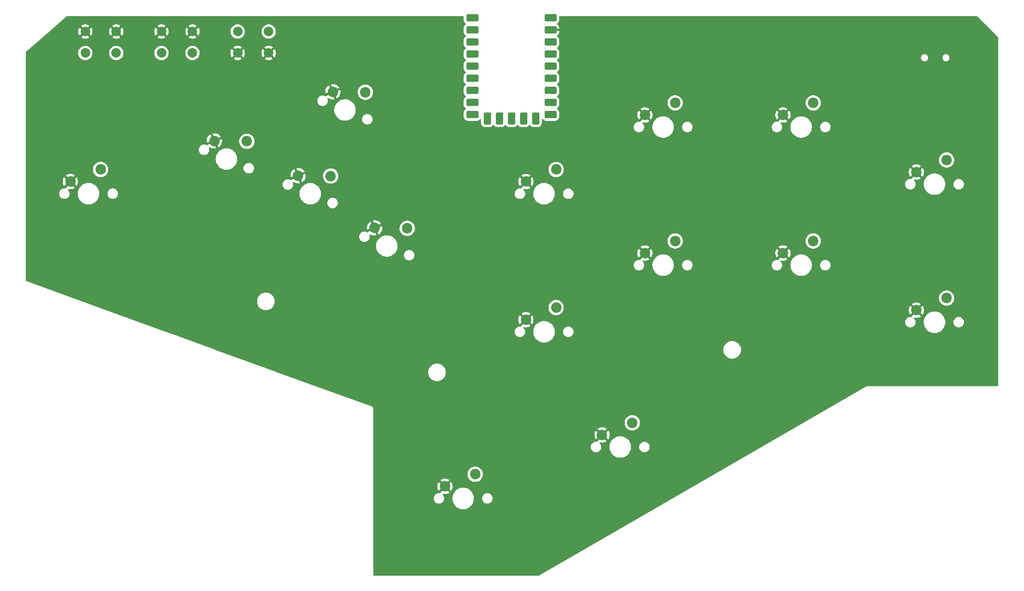
<source format=gbr>
%TF.GenerationSoftware,KiCad,Pcbnew,9.0.2*%
%TF.CreationDate,2025-06-17T17:20:09-07:00*%
%TF.ProjectId,daughter_board,64617567-6874-4657-925f-626f6172642e,rev?*%
%TF.SameCoordinates,Original*%
%TF.FileFunction,Copper,L2,Bot*%
%TF.FilePolarity,Positive*%
%FSLAX46Y46*%
G04 Gerber Fmt 4.6, Leading zero omitted, Abs format (unit mm)*
G04 Created by KiCad (PCBNEW 9.0.2) date 2025-06-17 17:20:09*
%MOMM*%
%LPD*%
G01*
G04 APERTURE LIST*
G04 Aperture macros list*
%AMRoundRect*
0 Rectangle with rounded corners*
0 $1 Rounding radius*
0 $2 $3 $4 $5 $6 $7 $8 $9 X,Y pos of 4 corners*
0 Add a 4 corners polygon primitive as box body*
4,1,4,$2,$3,$4,$5,$6,$7,$8,$9,$2,$3,0*
0 Add four circle primitives for the rounded corners*
1,1,$1+$1,$2,$3*
1,1,$1+$1,$4,$5*
1,1,$1+$1,$6,$7*
1,1,$1+$1,$8,$9*
0 Add four rect primitives between the rounded corners*
20,1,$1+$1,$2,$3,$4,$5,0*
20,1,$1+$1,$4,$5,$6,$7,0*
20,1,$1+$1,$6,$7,$8,$9,0*
20,1,$1+$1,$8,$9,$2,$3,0*%
G04 Aperture macros list end*
%TA.AperFunction,ComponentPad*%
%ADD10C,2.200000*%
%TD*%
%TA.AperFunction,ComponentPad*%
%ADD11C,2.000000*%
%TD*%
%TA.AperFunction,ComponentPad*%
%ADD12RoundRect,0.400000X0.900000X0.400000X-0.900000X0.400000X-0.900000X-0.400000X0.900000X-0.400000X0*%
%TD*%
%TA.AperFunction,ComponentPad*%
%ADD13RoundRect,0.400050X0.899950X0.400050X-0.899950X0.400050X-0.899950X-0.400050X0.899950X-0.400050X0*%
%TD*%
%TA.AperFunction,ComponentPad*%
%ADD14RoundRect,0.400000X0.400000X0.900000X-0.400000X0.900000X-0.400000X-0.900000X0.400000X-0.900000X0*%
%TD*%
%TA.AperFunction,ComponentPad*%
%ADD15RoundRect,0.393700X0.393700X0.906300X-0.393700X0.906300X-0.393700X-0.906300X0.393700X-0.906300X0*%
%TD*%
%TA.AperFunction,ViaPad*%
%ADD16C,0.600000*%
%TD*%
G04 APERTURE END LIST*
D10*
%TO.P,SW12,1,1*%
%TO.N,/B2*%
X188627364Y-81484873D03*
%TO.P,SW12,2,2*%
%TO.N,GND*%
X182277364Y-84024873D03*
%TD*%
D11*
%TO.P,SW17,1,1*%
%TO.N,/S1*%
X87250000Y-42000000D03*
X80750000Y-42000000D03*
%TO.P,SW17,2,2*%
%TO.N,GND*%
X87250000Y-37500000D03*
X80750000Y-37500000D03*
%TD*%
D10*
%TO.P,SW13,1,1*%
%TO.N,/R2*%
X217627364Y-81484873D03*
%TO.P,SW13,2,2*%
%TO.N,GND*%
X211277364Y-84024873D03*
%TD*%
%TO.P,SW3,1,1*%
%TO.N,/Right*%
X132347378Y-78834676D03*
%TO.P,SW3,2,2*%
%TO.N,GND*%
X125508727Y-78751290D03*
%TD*%
%TO.P,SW15,1,1*%
%TO.N,/L3*%
X179627364Y-119671647D03*
%TO.P,SW15,2,2*%
%TO.N,GND*%
X173277364Y-122211647D03*
%TD*%
%TO.P,SW1,1,1*%
%TO.N,/Left*%
X98678302Y-60558919D03*
%TO.P,SW1,2,2*%
%TO.N,GND*%
X91839651Y-60475533D03*
%TD*%
%TO.P,SW10,1,1*%
%TO.N,/L1*%
X245627364Y-64484873D03*
%TO.P,SW10,2,2*%
%TO.N,GND*%
X239277364Y-67024873D03*
%TD*%
%TO.P,SW8,1,1*%
%TO.N,/B4*%
X188627364Y-52484873D03*
%TO.P,SW8,2,2*%
%TO.N,GND*%
X182277364Y-55024873D03*
%TD*%
D11*
%TO.P,SW16,1,1*%
%TO.N,/S2*%
X71250000Y-42000000D03*
X64750000Y-42000000D03*
%TO.P,SW16,2,2*%
%TO.N,GND*%
X71250000Y-37500000D03*
X64750000Y-37500000D03*
%TD*%
D10*
%TO.P,SW2,1,1*%
%TO.N,/Down*%
X116278207Y-67849038D03*
%TO.P,SW2,2,2*%
%TO.N,GND*%
X109439556Y-67765652D03*
%TD*%
%TO.P,SW9,1,1*%
%TO.N,/R1*%
X217627364Y-52484873D03*
%TO.P,SW9,2,2*%
%TO.N,GND*%
X211277364Y-55024873D03*
%TD*%
%TO.P,SW7,1,1*%
%TO.N,/B3*%
X163627364Y-66484873D03*
%TO.P,SW7,2,2*%
%TO.N,GND*%
X157277364Y-69024873D03*
%TD*%
%TO.P,SW11,1,1*%
%TO.N,/B1*%
X163627364Y-95484873D03*
%TO.P,SW11,2,2*%
%TO.N,GND*%
X157277364Y-98024873D03*
%TD*%
%TO.P,SW4,1,1*%
%TO.N,/W*%
X123568326Y-50249133D03*
%TO.P,SW4,2,2*%
%TO.N,GND*%
X116729675Y-50165747D03*
%TD*%
%TO.P,SW14,1,1*%
%TO.N,/R3*%
X245627364Y-93484873D03*
%TO.P,SW14,2,2*%
%TO.N,GND*%
X239277364Y-96024873D03*
%TD*%
D11*
%TO.P,SW18,1,1*%
%TO.N,/FUNC*%
X96750000Y-37500000D03*
X103250000Y-37500000D03*
%TO.P,SW18,2,2*%
%TO.N,GND*%
X96750000Y-42000000D03*
X103250000Y-42000000D03*
%TD*%
D10*
%TO.P,SW6,1,1*%
%TO.N,/Space*%
X146627364Y-130484873D03*
%TO.P,SW6,2,2*%
%TO.N,GND*%
X140277364Y-133024873D03*
%TD*%
%TO.P,SW5,1,1*%
%TO.N,/L2*%
X67958288Y-66476569D03*
%TO.P,SW5,2,2*%
%TO.N,GND*%
X61608288Y-69016569D03*
%TD*%
D12*
%TO.P,RZ1,1,GP0*%
%TO.N,/FUNC*%
X146026102Y-34640000D03*
%TO.P,RZ1,2,GP1*%
%TO.N,/S1*%
X146026102Y-37180000D03*
%TO.P,RZ1,3,GP2*%
%TO.N,/S2*%
X146026102Y-39720000D03*
%TO.P,RZ1,4,GP3*%
%TO.N,/L2*%
X146026102Y-42260000D03*
%TO.P,RZ1,5,GP4*%
%TO.N,/Left*%
X146026102Y-44800000D03*
D13*
%TO.P,RZ1,6,GP5*%
%TO.N,/W*%
X146026102Y-47340000D03*
%TO.P,RZ1,7,GP6*%
%TO.N,/Down*%
X146026102Y-49880000D03*
%TO.P,RZ1,8,GP7*%
%TO.N,/Right*%
X146026102Y-52420000D03*
%TO.P,RZ1,9,GP8*%
%TO.N,/Space*%
X146026102Y-54960000D03*
D14*
%TO.P,RZ1,10,GP9*%
%TO.N,/B1*%
X149166102Y-55770000D03*
D15*
%TO.P,RZ1,11,GP10*%
%TO.N,/B3*%
X151706102Y-55770000D03*
%TO.P,RZ1,12,GP11*%
%TO.N,/L3*%
X154246102Y-55770000D03*
%TO.P,RZ1,13,GP12*%
%TO.N,/B2*%
X156786102Y-55770000D03*
%TO.P,RZ1,14,GP13*%
%TO.N,/R2*%
X159326102Y-55770000D03*
D13*
%TO.P,RZ1,15,GP14*%
%TO.N,/B4*%
X162466102Y-54960000D03*
%TO.P,RZ1,16,GP15*%
%TO.N,/R1*%
X162466102Y-52420000D03*
%TO.P,RZ1,17,GP26*%
%TO.N,/R3*%
X162466102Y-49880000D03*
%TO.P,RZ1,18,GP27*%
%TO.N,/L1*%
X162466102Y-47340000D03*
%TO.P,RZ1,19,GP28*%
%TO.N,/D-*%
X162466102Y-44800000D03*
%TO.P,RZ1,20,GP29*%
%TO.N,/D+*%
X162466102Y-42260000D03*
%TO.P,RZ1,21,3V3*%
%TO.N,unconnected-(RZ1-3V3-Pad21)*%
X162466102Y-39720000D03*
%TO.P,RZ1,22,5V*%
%TO.N,+5V*%
X162466102Y-34640000D03*
%TO.P,RZ1,23,GND*%
%TO.N,GND*%
X162466102Y-37180000D03*
%TD*%
D16*
%TO.N,GND*%
X233000000Y-44500000D03*
X253250000Y-44500000D03*
%TD*%
%TA.AperFunction,Conductor*%
%TO.N,GND*%
G36*
X144168641Y-34270185D02*
G01*
X144214396Y-34322989D01*
X144225602Y-34374500D01*
X144225602Y-35103010D01*
X144225603Y-35103029D01*
X144231789Y-35181643D01*
X144262849Y-35297562D01*
X144280782Y-35364488D01*
X144280817Y-35364556D01*
X144366716Y-35533146D01*
X144366781Y-35533226D01*
X144485845Y-35680257D01*
X144632953Y-35799383D01*
X144632957Y-35799386D01*
X144633216Y-35799518D01*
X144633339Y-35799634D01*
X144638406Y-35802925D01*
X144637804Y-35803851D01*
X144684010Y-35847495D01*
X144700802Y-35915317D01*
X144678261Y-35981451D01*
X144637952Y-36016377D01*
X144638406Y-36017075D01*
X144633383Y-36020336D01*
X144633216Y-36020482D01*
X144632957Y-36020613D01*
X144485845Y-36139743D01*
X144366716Y-36286853D01*
X144280782Y-36455512D01*
X144231789Y-36638356D01*
X144231789Y-36638357D01*
X144225602Y-36716973D01*
X144225602Y-37643010D01*
X144225603Y-37643029D01*
X144231789Y-37721643D01*
X144231790Y-37721645D01*
X144280782Y-37904488D01*
X144302885Y-37947868D01*
X144366716Y-38073146D01*
X144368867Y-38075802D01*
X144485845Y-38220257D01*
X144632953Y-38339383D01*
X144632957Y-38339386D01*
X144633216Y-38339518D01*
X144633339Y-38339634D01*
X144638406Y-38342925D01*
X144637804Y-38343851D01*
X144684010Y-38387495D01*
X144700802Y-38455317D01*
X144678261Y-38521451D01*
X144637952Y-38556377D01*
X144638406Y-38557075D01*
X144633383Y-38560336D01*
X144633216Y-38560482D01*
X144632957Y-38560613D01*
X144485845Y-38679743D01*
X144366716Y-38826853D01*
X144280782Y-38995512D01*
X144231789Y-39178356D01*
X144231789Y-39178357D01*
X144225602Y-39256973D01*
X144225602Y-40183010D01*
X144225603Y-40183029D01*
X144231789Y-40261643D01*
X144262849Y-40377562D01*
X144280782Y-40444488D01*
X144280817Y-40444556D01*
X144366716Y-40613146D01*
X144366781Y-40613226D01*
X144485845Y-40760257D01*
X144632953Y-40879383D01*
X144632957Y-40879386D01*
X144633216Y-40879518D01*
X144633339Y-40879634D01*
X144638406Y-40882925D01*
X144637804Y-40883851D01*
X144684010Y-40927495D01*
X144700802Y-40995317D01*
X144678261Y-41061451D01*
X144637952Y-41096377D01*
X144638406Y-41097075D01*
X144633383Y-41100336D01*
X144633216Y-41100482D01*
X144632957Y-41100613D01*
X144485845Y-41219743D01*
X144366716Y-41366853D01*
X144280782Y-41535512D01*
X144231789Y-41718356D01*
X144231789Y-41718357D01*
X144225602Y-41796973D01*
X144225602Y-42723010D01*
X144225603Y-42723029D01*
X144231789Y-42801643D01*
X144262849Y-42917562D01*
X144280782Y-42984488D01*
X144280817Y-42984556D01*
X144366716Y-43153146D01*
X144366781Y-43153226D01*
X144485845Y-43300257D01*
X144597370Y-43390568D01*
X144632957Y-43419386D01*
X144633216Y-43419518D01*
X144633339Y-43419634D01*
X144638406Y-43422925D01*
X144637804Y-43423851D01*
X144684010Y-43467495D01*
X144700802Y-43535317D01*
X144678261Y-43601451D01*
X144637952Y-43636377D01*
X144638406Y-43637075D01*
X144633383Y-43640336D01*
X144633216Y-43640482D01*
X144632957Y-43640613D01*
X144485845Y-43759743D01*
X144366716Y-43906853D01*
X144280782Y-44075512D01*
X144231789Y-44258356D01*
X144231789Y-44258357D01*
X144225602Y-44336973D01*
X144225602Y-45263010D01*
X144225603Y-45263029D01*
X144231789Y-45341643D01*
X144262849Y-45457562D01*
X144280782Y-45524488D01*
X144280817Y-45524556D01*
X144366716Y-45693146D01*
X144366781Y-45693226D01*
X144485845Y-45840257D01*
X144632953Y-45959383D01*
X144633120Y-45959468D01*
X144633201Y-45959544D01*
X144638406Y-45962925D01*
X144637788Y-45963875D01*
X144683922Y-46007436D01*
X144700725Y-46075255D01*
X144678195Y-46141393D01*
X144637957Y-46176266D01*
X144638425Y-46176986D01*
X144633247Y-46180348D01*
X144633145Y-46180437D01*
X144632985Y-46180518D01*
X144632975Y-46180524D01*
X144485860Y-46299658D01*
X144366726Y-46446773D01*
X144366725Y-46446775D01*
X144280786Y-46615444D01*
X144231789Y-46798298D01*
X144225602Y-46876919D01*
X144225602Y-47803064D01*
X144225603Y-47803083D01*
X144231789Y-47881699D01*
X144231790Y-47881701D01*
X144231790Y-47881703D01*
X144280786Y-48064556D01*
X144310164Y-48122214D01*
X144366725Y-48233224D01*
X144366726Y-48233226D01*
X144432553Y-48314514D01*
X144485860Y-48380342D01*
X144567148Y-48446168D01*
X144632975Y-48499475D01*
X144632977Y-48499476D01*
X144633055Y-48499516D01*
X144633091Y-48499550D01*
X144638425Y-48503014D01*
X144637791Y-48503989D01*
X144683851Y-48547491D01*
X144700645Y-48615312D01*
X144678107Y-48681447D01*
X144637945Y-48716246D01*
X144638425Y-48716986D01*
X144633104Y-48720440D01*
X144633055Y-48720484D01*
X144632975Y-48720524D01*
X144485860Y-48839658D01*
X144366726Y-48986773D01*
X144366725Y-48986775D01*
X144280786Y-49155444D01*
X144231789Y-49338298D01*
X144225602Y-49416919D01*
X144225602Y-50343064D01*
X144225603Y-50343083D01*
X144231789Y-50421699D01*
X144231790Y-50421701D01*
X144231790Y-50421703D01*
X144280786Y-50604556D01*
X144300804Y-50643844D01*
X144366725Y-50773224D01*
X144366726Y-50773226D01*
X144413016Y-50830388D01*
X144485860Y-50920342D01*
X144567148Y-50986168D01*
X144632975Y-51039475D01*
X144632977Y-51039476D01*
X144633055Y-51039516D01*
X144633091Y-51039550D01*
X144638425Y-51043014D01*
X144637791Y-51043989D01*
X144683851Y-51087491D01*
X144700645Y-51155312D01*
X144678107Y-51221447D01*
X144637945Y-51256246D01*
X144638425Y-51256986D01*
X144633104Y-51260440D01*
X144633055Y-51260484D01*
X144632975Y-51260524D01*
X144485860Y-51379658D01*
X144366726Y-51526773D01*
X144366725Y-51526775D01*
X144280786Y-51695444D01*
X144231789Y-51878298D01*
X144225602Y-51956919D01*
X144225602Y-52883064D01*
X144225603Y-52883083D01*
X144231789Y-52961699D01*
X144231790Y-52961701D01*
X144231790Y-52961703D01*
X144280786Y-53144556D01*
X144310164Y-53202214D01*
X144366725Y-53313224D01*
X144366726Y-53313226D01*
X144432553Y-53394514D01*
X144485860Y-53460342D01*
X144567148Y-53526168D01*
X144632975Y-53579475D01*
X144632977Y-53579476D01*
X144633055Y-53579516D01*
X144633091Y-53579550D01*
X144638425Y-53583014D01*
X144637791Y-53583989D01*
X144683851Y-53627491D01*
X144700645Y-53695312D01*
X144678107Y-53761447D01*
X144637945Y-53796246D01*
X144638425Y-53796986D01*
X144633104Y-53800440D01*
X144633055Y-53800484D01*
X144632975Y-53800524D01*
X144485860Y-53919658D01*
X144366726Y-54066773D01*
X144366725Y-54066775D01*
X144280786Y-54235444D01*
X144231789Y-54418298D01*
X144225602Y-54496919D01*
X144225602Y-55423064D01*
X144225603Y-55423083D01*
X144231789Y-55501699D01*
X144231790Y-55501701D01*
X144231790Y-55501703D01*
X144280786Y-55684556D01*
X144283374Y-55689635D01*
X144366725Y-55853224D01*
X144366726Y-55853226D01*
X144406967Y-55902918D01*
X144485860Y-56000342D01*
X144567148Y-56066168D01*
X144632975Y-56119475D01*
X144632977Y-56119476D01*
X144688481Y-56147756D01*
X144801646Y-56205416D01*
X144984499Y-56254412D01*
X145063127Y-56260600D01*
X146989076Y-56260599D01*
X147067705Y-56254412D01*
X147250558Y-56205416D01*
X147419228Y-56119475D01*
X147566344Y-56000342D01*
X147645238Y-55902916D01*
X147702723Y-55863207D01*
X147772554Y-55860879D01*
X147832558Y-55896675D01*
X147863684Y-55959228D01*
X147865602Y-55980954D01*
X147865602Y-56733010D01*
X147865603Y-56733029D01*
X147871789Y-56811643D01*
X147881516Y-56847943D01*
X147920782Y-56994488D01*
X147942885Y-57037868D01*
X148006716Y-57163146D01*
X148055961Y-57223958D01*
X148125845Y-57310257D01*
X148208295Y-57377024D01*
X148272955Y-57429385D01*
X148356473Y-57471938D01*
X148441614Y-57515320D01*
X148624457Y-57564312D01*
X148703081Y-57570500D01*
X149629122Y-57570499D01*
X149707747Y-57564312D01*
X149890590Y-57515320D01*
X150019110Y-57449835D01*
X150059248Y-57429385D01*
X150059249Y-57429383D01*
X150059251Y-57429383D01*
X150206359Y-57310257D01*
X150325485Y-57163149D01*
X150330694Y-57152923D01*
X150378665Y-57102128D01*
X150446485Y-57085328D01*
X150512621Y-57107863D01*
X150551664Y-57152917D01*
X150558328Y-57165995D01*
X150558329Y-57165996D01*
X150558331Y-57165999D01*
X150676624Y-57312078D01*
X150782447Y-57397772D01*
X150822705Y-57430373D01*
X150916695Y-57478262D01*
X150990184Y-57515706D01*
X151171748Y-57564356D01*
X151249813Y-57570500D01*
X152162390Y-57570499D01*
X152240456Y-57564356D01*
X152422020Y-57515706D01*
X152536524Y-57457363D01*
X152589498Y-57430373D01*
X152589499Y-57430371D01*
X152589501Y-57430371D01*
X152735580Y-57312078D01*
X152853873Y-57165999D01*
X152865616Y-57142950D01*
X152913589Y-57092154D01*
X152981410Y-57075358D01*
X153047545Y-57097894D01*
X153086588Y-57142951D01*
X153098328Y-57165995D01*
X153098331Y-57165999D01*
X153216624Y-57312078D01*
X153322447Y-57397772D01*
X153362705Y-57430373D01*
X153456695Y-57478262D01*
X153530184Y-57515706D01*
X153711748Y-57564356D01*
X153789813Y-57570500D01*
X154702390Y-57570499D01*
X154780456Y-57564356D01*
X154962020Y-57515706D01*
X155076524Y-57457363D01*
X155129498Y-57430373D01*
X155129499Y-57430371D01*
X155129501Y-57430371D01*
X155275580Y-57312078D01*
X155393873Y-57165999D01*
X155405616Y-57142950D01*
X155453589Y-57092154D01*
X155521410Y-57075358D01*
X155587545Y-57097894D01*
X155626588Y-57142951D01*
X155638328Y-57165995D01*
X155638331Y-57165999D01*
X155756624Y-57312078D01*
X155862447Y-57397772D01*
X155902705Y-57430373D01*
X155996695Y-57478262D01*
X156070184Y-57515706D01*
X156251748Y-57564356D01*
X156329813Y-57570500D01*
X157242390Y-57570499D01*
X157320456Y-57564356D01*
X157502020Y-57515706D01*
X157616524Y-57457363D01*
X157669498Y-57430373D01*
X157669499Y-57430371D01*
X157669501Y-57430371D01*
X157815580Y-57312078D01*
X157933873Y-57165999D01*
X157945616Y-57142950D01*
X157993589Y-57092154D01*
X158061410Y-57075358D01*
X158127545Y-57097894D01*
X158166588Y-57142951D01*
X158178328Y-57165995D01*
X158178331Y-57165999D01*
X158296624Y-57312078D01*
X158402447Y-57397772D01*
X158442705Y-57430373D01*
X158536695Y-57478262D01*
X158610184Y-57515706D01*
X158791748Y-57564356D01*
X158869813Y-57570500D01*
X159782390Y-57570499D01*
X159860456Y-57564356D01*
X160042020Y-57515706D01*
X160115508Y-57478262D01*
X179906864Y-57478262D01*
X179906864Y-57651484D01*
X179933962Y-57822574D01*
X179987491Y-57987318D01*
X180066132Y-58141661D01*
X180167950Y-58281801D01*
X180290436Y-58404287D01*
X180430576Y-58506105D01*
X180584919Y-58584746D01*
X180749663Y-58638275D01*
X180920753Y-58665373D01*
X180920754Y-58665373D01*
X181093974Y-58665373D01*
X181093975Y-58665373D01*
X181265065Y-58638275D01*
X181429809Y-58584746D01*
X181584152Y-58506105D01*
X181724292Y-58404287D01*
X181846778Y-58281801D01*
X181948596Y-58141661D01*
X182027237Y-57987318D01*
X182080766Y-57822574D01*
X182107864Y-57651484D01*
X182107864Y-57478262D01*
X182098218Y-57417359D01*
X183836864Y-57417359D01*
X183836864Y-57712386D01*
X183868935Y-57955986D01*
X183875371Y-58004866D01*
X183949576Y-58281803D01*
X183951725Y-58289824D01*
X183951728Y-58289834D01*
X184064618Y-58562373D01*
X184064622Y-58562383D01*
X184212125Y-58817866D01*
X184391716Y-59051913D01*
X184391722Y-59051920D01*
X184600316Y-59260514D01*
X184600323Y-59260520D01*
X184834370Y-59440111D01*
X185089853Y-59587614D01*
X185089854Y-59587614D01*
X185089857Y-59587616D01*
X185362412Y-59700512D01*
X185647371Y-59776866D01*
X185939858Y-59815373D01*
X185939865Y-59815373D01*
X186234863Y-59815373D01*
X186234870Y-59815373D01*
X186527357Y-59776866D01*
X186812316Y-59700512D01*
X187084871Y-59587616D01*
X187340358Y-59440111D01*
X187574406Y-59260519D01*
X187783010Y-59051915D01*
X187962602Y-58817867D01*
X188110107Y-58562380D01*
X188223003Y-58289825D01*
X188299357Y-58004866D01*
X188337864Y-57712379D01*
X188337864Y-57478262D01*
X190066864Y-57478262D01*
X190066864Y-57651484D01*
X190093962Y-57822574D01*
X190147491Y-57987318D01*
X190226132Y-58141661D01*
X190327950Y-58281801D01*
X190450436Y-58404287D01*
X190590576Y-58506105D01*
X190744919Y-58584746D01*
X190909663Y-58638275D01*
X191080753Y-58665373D01*
X191080754Y-58665373D01*
X191253974Y-58665373D01*
X191253975Y-58665373D01*
X191425065Y-58638275D01*
X191589809Y-58584746D01*
X191744152Y-58506105D01*
X191884292Y-58404287D01*
X192006778Y-58281801D01*
X192108596Y-58141661D01*
X192187237Y-57987318D01*
X192240766Y-57822574D01*
X192267864Y-57651484D01*
X192267864Y-57478262D01*
X208906864Y-57478262D01*
X208906864Y-57651484D01*
X208933962Y-57822574D01*
X208987491Y-57987318D01*
X209066132Y-58141661D01*
X209167950Y-58281801D01*
X209290436Y-58404287D01*
X209430576Y-58506105D01*
X209584919Y-58584746D01*
X209749663Y-58638275D01*
X209920753Y-58665373D01*
X209920754Y-58665373D01*
X210093974Y-58665373D01*
X210093975Y-58665373D01*
X210265065Y-58638275D01*
X210429809Y-58584746D01*
X210584152Y-58506105D01*
X210724292Y-58404287D01*
X210846778Y-58281801D01*
X210948596Y-58141661D01*
X211027237Y-57987318D01*
X211080766Y-57822574D01*
X211107864Y-57651484D01*
X211107864Y-57478262D01*
X211098218Y-57417359D01*
X212836864Y-57417359D01*
X212836864Y-57712386D01*
X212868935Y-57955986D01*
X212875371Y-58004866D01*
X212949576Y-58281803D01*
X212951725Y-58289824D01*
X212951728Y-58289834D01*
X213064618Y-58562373D01*
X213064622Y-58562383D01*
X213212125Y-58817866D01*
X213391716Y-59051913D01*
X213391722Y-59051920D01*
X213600316Y-59260514D01*
X213600323Y-59260520D01*
X213834370Y-59440111D01*
X214089853Y-59587614D01*
X214089854Y-59587614D01*
X214089857Y-59587616D01*
X214362412Y-59700512D01*
X214647371Y-59776866D01*
X214939858Y-59815373D01*
X214939865Y-59815373D01*
X215234863Y-59815373D01*
X215234870Y-59815373D01*
X215527357Y-59776866D01*
X215812316Y-59700512D01*
X216084871Y-59587616D01*
X216340358Y-59440111D01*
X216574406Y-59260519D01*
X216783010Y-59051915D01*
X216962602Y-58817867D01*
X217110107Y-58562380D01*
X217223003Y-58289825D01*
X217299357Y-58004866D01*
X217337864Y-57712379D01*
X217337864Y-57478262D01*
X219066864Y-57478262D01*
X219066864Y-57651484D01*
X219093962Y-57822574D01*
X219147491Y-57987318D01*
X219226132Y-58141661D01*
X219327950Y-58281801D01*
X219450436Y-58404287D01*
X219590576Y-58506105D01*
X219744919Y-58584746D01*
X219909663Y-58638275D01*
X220080753Y-58665373D01*
X220080754Y-58665373D01*
X220253974Y-58665373D01*
X220253975Y-58665373D01*
X220425065Y-58638275D01*
X220589809Y-58584746D01*
X220744152Y-58506105D01*
X220884292Y-58404287D01*
X221006778Y-58281801D01*
X221108596Y-58141661D01*
X221187237Y-57987318D01*
X221240766Y-57822574D01*
X221267864Y-57651484D01*
X221267864Y-57478262D01*
X221240766Y-57307172D01*
X221187237Y-57142428D01*
X221108596Y-56988085D01*
X221006778Y-56847945D01*
X220884292Y-56725459D01*
X220744152Y-56623641D01*
X220589809Y-56545000D01*
X220425065Y-56491471D01*
X220425063Y-56491470D01*
X220425062Y-56491470D01*
X220293635Y-56470654D01*
X220253975Y-56464373D01*
X220080753Y-56464373D01*
X220041092Y-56470654D01*
X219909666Y-56491470D01*
X219744916Y-56545001D01*
X219590575Y-56623641D01*
X219534479Y-56664398D01*
X219450436Y-56725459D01*
X219450434Y-56725461D01*
X219450433Y-56725461D01*
X219327952Y-56847942D01*
X219327952Y-56847943D01*
X219327950Y-56847945D01*
X219322324Y-56855689D01*
X219226132Y-56988084D01*
X219147492Y-57142425D01*
X219093961Y-57307175D01*
X219066864Y-57478262D01*
X217337864Y-57478262D01*
X217337864Y-57417367D01*
X217299357Y-57124880D01*
X217223003Y-56839921D01*
X217110107Y-56567366D01*
X217059968Y-56480523D01*
X216962602Y-56311879D01*
X216783011Y-56077832D01*
X216783005Y-56077825D01*
X216574411Y-55869231D01*
X216574404Y-55869225D01*
X216340357Y-55689634D01*
X216084874Y-55542131D01*
X216084864Y-55542127D01*
X215812325Y-55429237D01*
X215812318Y-55429235D01*
X215812316Y-55429234D01*
X215527357Y-55352880D01*
X215478477Y-55346444D01*
X215234877Y-55314373D01*
X215234870Y-55314373D01*
X214939858Y-55314373D01*
X214939850Y-55314373D01*
X214661449Y-55351026D01*
X214647371Y-55352880D01*
X214473225Y-55399542D01*
X214362412Y-55429234D01*
X214362402Y-55429237D01*
X214089863Y-55542127D01*
X214089853Y-55542131D01*
X213834370Y-55689634D01*
X213600323Y-55869225D01*
X213600316Y-55869231D01*
X213391722Y-56077825D01*
X213391716Y-56077832D01*
X213212125Y-56311879D01*
X213064622Y-56567362D01*
X213064618Y-56567372D01*
X212951728Y-56839911D01*
X212951725Y-56839921D01*
X212881468Y-57102128D01*
X212875372Y-57124877D01*
X212875370Y-57124888D01*
X212836864Y-57417359D01*
X211098218Y-57417359D01*
X211080766Y-57307172D01*
X211027237Y-57142428D01*
X210948596Y-56988085D01*
X210846778Y-56847945D01*
X210794246Y-56795413D01*
X210760761Y-56734090D01*
X210765745Y-56664398D01*
X210807617Y-56608465D01*
X210873081Y-56584048D01*
X210901325Y-56585259D01*
X211151436Y-56624873D01*
X211403292Y-56624873D01*
X211652033Y-56585475D01*
X211891548Y-56507653D01*
X212115939Y-56393319D01*
X212115945Y-56393315D01*
X212218061Y-56319123D01*
X212218062Y-56319123D01*
X211601389Y-55702451D01*
X211632622Y-55689514D01*
X211755461Y-55607436D01*
X211859927Y-55502970D01*
X211942005Y-55380131D01*
X211954941Y-55348898D01*
X212571614Y-55965571D01*
X212571614Y-55965570D01*
X212645806Y-55863454D01*
X212645810Y-55863448D01*
X212760144Y-55639057D01*
X212837966Y-55399542D01*
X212877364Y-55150801D01*
X212877364Y-54898944D01*
X212837966Y-54650203D01*
X212760144Y-54410688D01*
X212645806Y-54186289D01*
X212571614Y-54084174D01*
X212571614Y-54084173D01*
X211954941Y-54700846D01*
X211942005Y-54669615D01*
X211859927Y-54546776D01*
X211755461Y-54442310D01*
X211632622Y-54360232D01*
X211601388Y-54347294D01*
X212218062Y-53730621D01*
X212115947Y-53656430D01*
X211891548Y-53542092D01*
X211652033Y-53464270D01*
X211403292Y-53424873D01*
X211151436Y-53424873D01*
X210902694Y-53464270D01*
X210663179Y-53542092D01*
X210438777Y-53656432D01*
X210336665Y-53730620D01*
X210336664Y-53730621D01*
X210953338Y-54347294D01*
X210922106Y-54360232D01*
X210799267Y-54442310D01*
X210694801Y-54546776D01*
X210612723Y-54669615D01*
X210599785Y-54700847D01*
X209983112Y-54084173D01*
X209983111Y-54084174D01*
X209908923Y-54186286D01*
X209794583Y-54410688D01*
X209716761Y-54650203D01*
X209677364Y-54898944D01*
X209677364Y-55150801D01*
X209716761Y-55399542D01*
X209794583Y-55639057D01*
X209908921Y-55863456D01*
X209983112Y-55965570D01*
X209983112Y-55965571D01*
X210599785Y-55348897D01*
X210612723Y-55380131D01*
X210694801Y-55502970D01*
X210799267Y-55607436D01*
X210922106Y-55689514D01*
X210953338Y-55702450D01*
X210336664Y-56319123D01*
X210338962Y-56348322D01*
X210324597Y-56416700D01*
X210275545Y-56466456D01*
X210207380Y-56481794D01*
X210195947Y-56480523D01*
X210093975Y-56464373D01*
X209920753Y-56464373D01*
X209881092Y-56470654D01*
X209749666Y-56491470D01*
X209584916Y-56545001D01*
X209430575Y-56623641D01*
X209374479Y-56664398D01*
X209290436Y-56725459D01*
X209290434Y-56725461D01*
X209290433Y-56725461D01*
X209167952Y-56847942D01*
X209167952Y-56847943D01*
X209167950Y-56847945D01*
X209162324Y-56855689D01*
X209066132Y-56988084D01*
X208987492Y-57142425D01*
X208933961Y-57307175D01*
X208906864Y-57478262D01*
X192267864Y-57478262D01*
X192240766Y-57307172D01*
X192187237Y-57142428D01*
X192108596Y-56988085D01*
X192006778Y-56847945D01*
X191884292Y-56725459D01*
X191744152Y-56623641D01*
X191589809Y-56545000D01*
X191425065Y-56491471D01*
X191425063Y-56491470D01*
X191425062Y-56491470D01*
X191293635Y-56470654D01*
X191253975Y-56464373D01*
X191080753Y-56464373D01*
X191041092Y-56470654D01*
X190909666Y-56491470D01*
X190744916Y-56545001D01*
X190590575Y-56623641D01*
X190534479Y-56664398D01*
X190450436Y-56725459D01*
X190450434Y-56725461D01*
X190450433Y-56725461D01*
X190327952Y-56847942D01*
X190327952Y-56847943D01*
X190327950Y-56847945D01*
X190322324Y-56855689D01*
X190226132Y-56988084D01*
X190147492Y-57142425D01*
X190093961Y-57307175D01*
X190066864Y-57478262D01*
X188337864Y-57478262D01*
X188337864Y-57417367D01*
X188299357Y-57124880D01*
X188223003Y-56839921D01*
X188110107Y-56567366D01*
X188059968Y-56480523D01*
X187962602Y-56311879D01*
X187783011Y-56077832D01*
X187783005Y-56077825D01*
X187574411Y-55869231D01*
X187574404Y-55869225D01*
X187340357Y-55689634D01*
X187084874Y-55542131D01*
X187084864Y-55542127D01*
X186812325Y-55429237D01*
X186812318Y-55429235D01*
X186812316Y-55429234D01*
X186527357Y-55352880D01*
X186478477Y-55346444D01*
X186234877Y-55314373D01*
X186234870Y-55314373D01*
X185939858Y-55314373D01*
X185939850Y-55314373D01*
X185661449Y-55351026D01*
X185647371Y-55352880D01*
X185473225Y-55399542D01*
X185362412Y-55429234D01*
X185362402Y-55429237D01*
X185089863Y-55542127D01*
X185089853Y-55542131D01*
X184834370Y-55689634D01*
X184600323Y-55869225D01*
X184600316Y-55869231D01*
X184391722Y-56077825D01*
X184391716Y-56077832D01*
X184212125Y-56311879D01*
X184064622Y-56567362D01*
X184064618Y-56567372D01*
X183951728Y-56839911D01*
X183951725Y-56839921D01*
X183881468Y-57102128D01*
X183875372Y-57124877D01*
X183875370Y-57124888D01*
X183836864Y-57417359D01*
X182098218Y-57417359D01*
X182080766Y-57307172D01*
X182027237Y-57142428D01*
X181948596Y-56988085D01*
X181846778Y-56847945D01*
X181794246Y-56795413D01*
X181760761Y-56734090D01*
X181765745Y-56664398D01*
X181807617Y-56608465D01*
X181873081Y-56584048D01*
X181901325Y-56585259D01*
X182151436Y-56624873D01*
X182403292Y-56624873D01*
X182652033Y-56585475D01*
X182891548Y-56507653D01*
X183115939Y-56393319D01*
X183115945Y-56393315D01*
X183218061Y-56319123D01*
X183218062Y-56319123D01*
X182601389Y-55702451D01*
X182632622Y-55689514D01*
X182755461Y-55607436D01*
X182859927Y-55502970D01*
X182942005Y-55380131D01*
X182954942Y-55348898D01*
X183571614Y-55965571D01*
X183571614Y-55965570D01*
X183645806Y-55863454D01*
X183645810Y-55863448D01*
X183760144Y-55639057D01*
X183837966Y-55399542D01*
X183877364Y-55150801D01*
X183877364Y-54898944D01*
X183837966Y-54650203D01*
X183760144Y-54410688D01*
X183645806Y-54186289D01*
X183571614Y-54084174D01*
X183571614Y-54084173D01*
X182954941Y-54700846D01*
X182942005Y-54669615D01*
X182859927Y-54546776D01*
X182755461Y-54442310D01*
X182632622Y-54360232D01*
X182601388Y-54347294D01*
X183218062Y-53730621D01*
X183115947Y-53656430D01*
X182891548Y-53542092D01*
X182652033Y-53464270D01*
X182403292Y-53424873D01*
X182151436Y-53424873D01*
X181902694Y-53464270D01*
X181663179Y-53542092D01*
X181438777Y-53656432D01*
X181336665Y-53730620D01*
X181336664Y-53730621D01*
X181953338Y-54347294D01*
X181922106Y-54360232D01*
X181799267Y-54442310D01*
X181694801Y-54546776D01*
X181612723Y-54669615D01*
X181599785Y-54700847D01*
X180983112Y-54084173D01*
X180983111Y-54084174D01*
X180908923Y-54186286D01*
X180794583Y-54410688D01*
X180716761Y-54650203D01*
X180677364Y-54898944D01*
X180677364Y-55150801D01*
X180716761Y-55399542D01*
X180794583Y-55639057D01*
X180908921Y-55863456D01*
X180983112Y-55965570D01*
X180983112Y-55965571D01*
X181599785Y-55348897D01*
X181612723Y-55380131D01*
X181694801Y-55502970D01*
X181799267Y-55607436D01*
X181922106Y-55689514D01*
X181953338Y-55702450D01*
X181336664Y-56319123D01*
X181338962Y-56348322D01*
X181324597Y-56416700D01*
X181275545Y-56466456D01*
X181207380Y-56481794D01*
X181195947Y-56480523D01*
X181093975Y-56464373D01*
X180920753Y-56464373D01*
X180881092Y-56470654D01*
X180749666Y-56491470D01*
X180584916Y-56545001D01*
X180430575Y-56623641D01*
X180374479Y-56664398D01*
X180290436Y-56725459D01*
X180290434Y-56725461D01*
X180290433Y-56725461D01*
X180167952Y-56847942D01*
X180167952Y-56847943D01*
X180167950Y-56847945D01*
X180162324Y-56855689D01*
X180066132Y-56988084D01*
X179987492Y-57142425D01*
X179933961Y-57307175D01*
X179906864Y-57478262D01*
X160115508Y-57478262D01*
X160156524Y-57457363D01*
X160209498Y-57430373D01*
X160209499Y-57430371D01*
X160209501Y-57430371D01*
X160355580Y-57312078D01*
X160473873Y-57165999D01*
X160473876Y-57165995D01*
X160503494Y-57107863D01*
X160559208Y-56998518D01*
X160607858Y-56816954D01*
X160614002Y-56738889D01*
X160614001Y-55965392D01*
X160633685Y-55898356D01*
X160686489Y-55852601D01*
X160755648Y-55842657D01*
X160819204Y-55871682D01*
X160834366Y-55887358D01*
X160920052Y-55993170D01*
X160925860Y-56000342D01*
X160926757Y-56001068D01*
X161072975Y-56119475D01*
X161072977Y-56119476D01*
X161128481Y-56147756D01*
X161241646Y-56205416D01*
X161424499Y-56254412D01*
X161503127Y-56260600D01*
X163429076Y-56260599D01*
X163507705Y-56254412D01*
X163690558Y-56205416D01*
X163859228Y-56119475D01*
X164006344Y-56000342D01*
X164125477Y-55853226D01*
X164211418Y-55684556D01*
X164260414Y-55501703D01*
X164266602Y-55423075D01*
X164266601Y-54496926D01*
X164260414Y-54418297D01*
X164211418Y-54235444D01*
X164134343Y-54084174D01*
X164125478Y-54066775D01*
X164125477Y-54066773D01*
X164045583Y-53968114D01*
X164006344Y-53919658D01*
X163859228Y-53800525D01*
X163848599Y-53795109D01*
X163839260Y-53787837D01*
X163825493Y-53768698D01*
X163808357Y-53752516D01*
X163805470Y-53740864D01*
X163798459Y-53731117D01*
X163797224Y-53707576D01*
X163791557Y-53684696D01*
X163795429Y-53673330D01*
X163794801Y-53661343D01*
X163806487Y-53640874D01*
X163814091Y-53618560D01*
X163824260Y-53609748D01*
X163829445Y-53600668D01*
X163842746Y-53593729D01*
X163854259Y-53583753D01*
X163853779Y-53583014D01*
X163859104Y-53579555D01*
X163859155Y-53579512D01*
X163859228Y-53579475D01*
X164006344Y-53460342D01*
X164125477Y-53313226D01*
X164211418Y-53144556D01*
X164260414Y-52961703D01*
X164266602Y-52883075D01*
X164266601Y-52358911D01*
X187026864Y-52358911D01*
X187026864Y-52610834D01*
X187066274Y-52859658D01*
X187144124Y-53099256D01*
X187258496Y-53323721D01*
X187406565Y-53527522D01*
X187406569Y-53527527D01*
X187584709Y-53705667D01*
X187584714Y-53705671D01*
X187762481Y-53834825D01*
X187788519Y-53853743D01*
X187917885Y-53919658D01*
X188012980Y-53968112D01*
X188012982Y-53968112D01*
X188012985Y-53968114D01*
X188252579Y-54045963D01*
X188501402Y-54085373D01*
X188501403Y-54085373D01*
X188753325Y-54085373D01*
X188753326Y-54085373D01*
X189002149Y-54045963D01*
X189241743Y-53968114D01*
X189466209Y-53853743D01*
X189670020Y-53705666D01*
X189848157Y-53527529D01*
X189996234Y-53323718D01*
X190110605Y-53099252D01*
X190188454Y-52859658D01*
X190227864Y-52610835D01*
X190227864Y-52358911D01*
X216026864Y-52358911D01*
X216026864Y-52610834D01*
X216066274Y-52859658D01*
X216144124Y-53099256D01*
X216258496Y-53323721D01*
X216406565Y-53527522D01*
X216406569Y-53527527D01*
X216584709Y-53705667D01*
X216584714Y-53705671D01*
X216762481Y-53834825D01*
X216788519Y-53853743D01*
X216917885Y-53919658D01*
X217012980Y-53968112D01*
X217012982Y-53968112D01*
X217012985Y-53968114D01*
X217252579Y-54045963D01*
X217501402Y-54085373D01*
X217501403Y-54085373D01*
X217753325Y-54085373D01*
X217753326Y-54085373D01*
X218002149Y-54045963D01*
X218241743Y-53968114D01*
X218466209Y-53853743D01*
X218670020Y-53705666D01*
X218848157Y-53527529D01*
X218996234Y-53323718D01*
X219110605Y-53099252D01*
X219188454Y-52859658D01*
X219227864Y-52610835D01*
X219227864Y-52358911D01*
X219188454Y-52110088D01*
X219110605Y-51870494D01*
X219110603Y-51870491D01*
X219110603Y-51870489D01*
X219053507Y-51758433D01*
X218996234Y-51646028D01*
X218964785Y-51602742D01*
X218848162Y-51442223D01*
X218848158Y-51442218D01*
X218670018Y-51264078D01*
X218670013Y-51264074D01*
X218466212Y-51116005D01*
X218466211Y-51116004D01*
X218466209Y-51116003D01*
X218392723Y-51078560D01*
X218241747Y-51001633D01*
X218002149Y-50923783D01*
X217753326Y-50884373D01*
X217501402Y-50884373D01*
X217376990Y-50904078D01*
X217252578Y-50923783D01*
X217012980Y-51001633D01*
X216788515Y-51116005D01*
X216584714Y-51264074D01*
X216584709Y-51264078D01*
X216406569Y-51442218D01*
X216406565Y-51442223D01*
X216258496Y-51646024D01*
X216144124Y-51870489D01*
X216066274Y-52110087D01*
X216026864Y-52358911D01*
X190227864Y-52358911D01*
X190188454Y-52110088D01*
X190110605Y-51870494D01*
X190110603Y-51870491D01*
X190110603Y-51870489D01*
X190053507Y-51758433D01*
X189996234Y-51646028D01*
X189964785Y-51602742D01*
X189848162Y-51442223D01*
X189848158Y-51442218D01*
X189670018Y-51264078D01*
X189670013Y-51264074D01*
X189466212Y-51116005D01*
X189466211Y-51116004D01*
X189466209Y-51116003D01*
X189392723Y-51078560D01*
X189241747Y-51001633D01*
X189002149Y-50923783D01*
X188753326Y-50884373D01*
X188501402Y-50884373D01*
X188376990Y-50904078D01*
X188252578Y-50923783D01*
X188012980Y-51001633D01*
X187788515Y-51116005D01*
X187584714Y-51264074D01*
X187584709Y-51264078D01*
X187406569Y-51442218D01*
X187406565Y-51442223D01*
X187258496Y-51646024D01*
X187144124Y-51870489D01*
X187066274Y-52110087D01*
X187026864Y-52358911D01*
X164266601Y-52358911D01*
X164266601Y-51956926D01*
X164260414Y-51878297D01*
X164211418Y-51695444D01*
X164153758Y-51582279D01*
X164125478Y-51526775D01*
X164125477Y-51526773D01*
X164072170Y-51460946D01*
X164006344Y-51379658D01*
X163897827Y-51291782D01*
X163859230Y-51260526D01*
X163859155Y-51260488D01*
X163859118Y-51260453D01*
X163853779Y-51256986D01*
X163854412Y-51256009D01*
X163808357Y-51212516D01*
X163791557Y-51144696D01*
X163814091Y-51078560D01*
X163854259Y-51043753D01*
X163853779Y-51043014D01*
X163859104Y-51039555D01*
X163859155Y-51039512D01*
X163859228Y-51039475D01*
X164006344Y-50920342D01*
X164125477Y-50773226D01*
X164211418Y-50604556D01*
X164260414Y-50421703D01*
X164266602Y-50343075D01*
X164266601Y-49416926D01*
X164260414Y-49338297D01*
X164211418Y-49155444D01*
X164125478Y-48986775D01*
X164125477Y-48986773D01*
X164039227Y-48880265D01*
X164006344Y-48839658D01*
X163922998Y-48772165D01*
X163859230Y-48720526D01*
X163859155Y-48720488D01*
X163859118Y-48720453D01*
X163853779Y-48716986D01*
X163854412Y-48716009D01*
X163808357Y-48672516D01*
X163791557Y-48604696D01*
X163814091Y-48538560D01*
X163854259Y-48503753D01*
X163853779Y-48503014D01*
X163859104Y-48499555D01*
X163859155Y-48499512D01*
X163859228Y-48499475D01*
X164006344Y-48380342D01*
X164125477Y-48233226D01*
X164211418Y-48064556D01*
X164260414Y-47881703D01*
X164266602Y-47803075D01*
X164266601Y-46876926D01*
X164260414Y-46798297D01*
X164211418Y-46615444D01*
X164125478Y-46446775D01*
X164125477Y-46446773D01*
X164072170Y-46380946D01*
X164006344Y-46299658D01*
X163922998Y-46232165D01*
X163859230Y-46180526D01*
X163859155Y-46180488D01*
X163859118Y-46180453D01*
X163853779Y-46176986D01*
X163854412Y-46176009D01*
X163808357Y-46132516D01*
X163791557Y-46064696D01*
X163814091Y-45998560D01*
X163854259Y-45963753D01*
X163853779Y-45963014D01*
X163859104Y-45959555D01*
X163859155Y-45959512D01*
X163859228Y-45959475D01*
X164006344Y-45840342D01*
X164125477Y-45693226D01*
X164211418Y-45524556D01*
X164260414Y-45341703D01*
X164266602Y-45263075D01*
X164266601Y-44336926D01*
X164260414Y-44258297D01*
X164211418Y-44075444D01*
X164153758Y-43962279D01*
X164125478Y-43906775D01*
X164125477Y-43906773D01*
X164072170Y-43840946D01*
X164006344Y-43759658D01*
X163922998Y-43692165D01*
X163859230Y-43640526D01*
X163859155Y-43640488D01*
X163859118Y-43640453D01*
X163853779Y-43636986D01*
X163854412Y-43636009D01*
X163808357Y-43592516D01*
X163791557Y-43524696D01*
X163814091Y-43458560D01*
X163854259Y-43423753D01*
X163853779Y-43423014D01*
X163859104Y-43419555D01*
X163859155Y-43419512D01*
X163859228Y-43419475D01*
X164006344Y-43300342D01*
X164125477Y-43153226D01*
X164165885Y-43073920D01*
X240249499Y-43073920D01*
X240278340Y-43218907D01*
X240278343Y-43218917D01*
X240334912Y-43355488D01*
X240334919Y-43355501D01*
X240417048Y-43478415D01*
X240417051Y-43478419D01*
X240521580Y-43582948D01*
X240521584Y-43582951D01*
X240644498Y-43665080D01*
X240644511Y-43665087D01*
X240781082Y-43721656D01*
X240781087Y-43721658D01*
X240781091Y-43721658D01*
X240781092Y-43721659D01*
X240926079Y-43750500D01*
X240926082Y-43750500D01*
X241073920Y-43750500D01*
X241171462Y-43731096D01*
X241218913Y-43721658D01*
X241355495Y-43665084D01*
X241478416Y-43582951D01*
X241582951Y-43478416D01*
X241665084Y-43355495D01*
X241721658Y-43218913D01*
X241750500Y-43073920D01*
X244749499Y-43073920D01*
X244778340Y-43218907D01*
X244778343Y-43218917D01*
X244834912Y-43355488D01*
X244834919Y-43355501D01*
X244917048Y-43478415D01*
X244917051Y-43478419D01*
X245021580Y-43582948D01*
X245021584Y-43582951D01*
X245144498Y-43665080D01*
X245144511Y-43665087D01*
X245281082Y-43721656D01*
X245281087Y-43721658D01*
X245281091Y-43721658D01*
X245281092Y-43721659D01*
X245426079Y-43750500D01*
X245426082Y-43750500D01*
X245573920Y-43750500D01*
X245671462Y-43731096D01*
X245718913Y-43721658D01*
X245855495Y-43665084D01*
X245978416Y-43582951D01*
X246082951Y-43478416D01*
X246165084Y-43355495D01*
X246221658Y-43218913D01*
X246250500Y-43073918D01*
X246250500Y-42926082D01*
X246250500Y-42926079D01*
X246221659Y-42781092D01*
X246221658Y-42781091D01*
X246221658Y-42781087D01*
X246197602Y-42723010D01*
X246165087Y-42644511D01*
X246165080Y-42644498D01*
X246082951Y-42521584D01*
X246082948Y-42521580D01*
X245978419Y-42417051D01*
X245978415Y-42417048D01*
X245855501Y-42334919D01*
X245855488Y-42334912D01*
X245718917Y-42278343D01*
X245718907Y-42278340D01*
X245573920Y-42249500D01*
X245573918Y-42249500D01*
X245426082Y-42249500D01*
X245426080Y-42249500D01*
X245281092Y-42278340D01*
X245281082Y-42278343D01*
X245144511Y-42334912D01*
X245144498Y-42334919D01*
X245021584Y-42417048D01*
X245021580Y-42417051D01*
X244917051Y-42521580D01*
X244917048Y-42521584D01*
X244834919Y-42644498D01*
X244834912Y-42644511D01*
X244778343Y-42781082D01*
X244778340Y-42781092D01*
X244749500Y-42926079D01*
X244749500Y-42926082D01*
X244749500Y-43073918D01*
X244749500Y-43073920D01*
X244749499Y-43073920D01*
X241750500Y-43073920D01*
X241750500Y-43073918D01*
X241750500Y-42926082D01*
X241750500Y-42926079D01*
X241721659Y-42781092D01*
X241721658Y-42781091D01*
X241721658Y-42781087D01*
X241697602Y-42723010D01*
X241665087Y-42644511D01*
X241665080Y-42644498D01*
X241582951Y-42521584D01*
X241582948Y-42521580D01*
X241478419Y-42417051D01*
X241478415Y-42417048D01*
X241355501Y-42334919D01*
X241355488Y-42334912D01*
X241218917Y-42278343D01*
X241218907Y-42278340D01*
X241073920Y-42249500D01*
X241073918Y-42249500D01*
X240926082Y-42249500D01*
X240926080Y-42249500D01*
X240781092Y-42278340D01*
X240781082Y-42278343D01*
X240644511Y-42334912D01*
X240644498Y-42334919D01*
X240521584Y-42417048D01*
X240521580Y-42417051D01*
X240417051Y-42521580D01*
X240417048Y-42521584D01*
X240334919Y-42644498D01*
X240334912Y-42644511D01*
X240278343Y-42781082D01*
X240278340Y-42781092D01*
X240249500Y-42926079D01*
X240249500Y-42926082D01*
X240249500Y-43073918D01*
X240249500Y-43073920D01*
X240249499Y-43073920D01*
X164165885Y-43073920D01*
X164211418Y-42984556D01*
X164260414Y-42801703D01*
X164266602Y-42723075D01*
X164266601Y-41796926D01*
X164260414Y-41718297D01*
X164211418Y-41535444D01*
X164140900Y-41397043D01*
X164125478Y-41366775D01*
X164125477Y-41366773D01*
X164017632Y-41233598D01*
X164006344Y-41219658D01*
X163899215Y-41132906D01*
X163859230Y-41100526D01*
X163859155Y-41100488D01*
X163859118Y-41100453D01*
X163853779Y-41096986D01*
X163854412Y-41096009D01*
X163808357Y-41052516D01*
X163791557Y-40984696D01*
X163814091Y-40918560D01*
X163854259Y-40883753D01*
X163853779Y-40883014D01*
X163859104Y-40879555D01*
X163859155Y-40879512D01*
X163859228Y-40879475D01*
X164006344Y-40760342D01*
X164125477Y-40613226D01*
X164211418Y-40444556D01*
X164260414Y-40261703D01*
X164266602Y-40183075D01*
X164266601Y-39256926D01*
X164260414Y-39178297D01*
X164211418Y-38995444D01*
X164153758Y-38882279D01*
X164125478Y-38826775D01*
X164125477Y-38826773D01*
X164070332Y-38758676D01*
X164006344Y-38679658D01*
X163940516Y-38626351D01*
X163859228Y-38560524D01*
X163859225Y-38560522D01*
X163858588Y-38560198D01*
X163858286Y-38559912D01*
X163853779Y-38556986D01*
X163854314Y-38556161D01*
X163807797Y-38512218D01*
X163791009Y-38444395D01*
X163813554Y-38378263D01*
X163853946Y-38343271D01*
X163853506Y-38342593D01*
X163858392Y-38339419D01*
X163858615Y-38339227D01*
X163858957Y-38339052D01*
X164005988Y-38219986D01*
X164125055Y-38072954D01*
X164125057Y-38072951D01*
X164210950Y-37904374D01*
X164259918Y-37721622D01*
X164266101Y-37643053D01*
X164266102Y-37643040D01*
X164266102Y-37430000D01*
X162590102Y-37430000D01*
X162523063Y-37410315D01*
X162477308Y-37357511D01*
X162466102Y-37306000D01*
X162466102Y-37054000D01*
X162485787Y-36986961D01*
X162538591Y-36941206D01*
X162590102Y-36930000D01*
X164266102Y-36930000D01*
X164266102Y-36716959D01*
X164266101Y-36716946D01*
X164259918Y-36638377D01*
X164210950Y-36455625D01*
X164125057Y-36287048D01*
X164125055Y-36287045D01*
X164005988Y-36140013D01*
X163858956Y-36020946D01*
X163858953Y-36020944D01*
X163858601Y-36020765D01*
X163858433Y-36020607D01*
X163853506Y-36017407D01*
X163854091Y-36016505D01*
X163807804Y-35972791D01*
X163791009Y-35904970D01*
X163813546Y-35838835D01*
X163854177Y-35803627D01*
X163853779Y-35803014D01*
X163858196Y-35800145D01*
X163858602Y-35799794D01*
X163858916Y-35799634D01*
X163859228Y-35799475D01*
X164006344Y-35680342D01*
X164125477Y-35533226D01*
X164211418Y-35364556D01*
X164260414Y-35181703D01*
X164266602Y-35103075D01*
X164266601Y-34374499D01*
X164286285Y-34307461D01*
X164339089Y-34261706D01*
X164390601Y-34250500D01*
X251991324Y-34250500D01*
X252058363Y-34270185D01*
X252079005Y-34286819D01*
X256463181Y-38670995D01*
X256496666Y-38732318D01*
X256499500Y-38758676D01*
X256499500Y-111875500D01*
X256479815Y-111942539D01*
X256427011Y-111988294D01*
X256375500Y-111999500D01*
X229065733Y-111999500D01*
X229065580Y-111999459D01*
X228999688Y-111999500D01*
X228934096Y-111999500D01*
X228933795Y-111999540D01*
X228870549Y-112016529D01*
X228870477Y-112016548D01*
X228806814Y-112033607D01*
X228806779Y-112033622D01*
X228806777Y-112033622D01*
X228806534Y-112033722D01*
X228749889Y-112066473D01*
X228749825Y-112066510D01*
X228686134Y-112103283D01*
X228685551Y-112103671D01*
X172339119Y-144682154D01*
X160149771Y-151729815D01*
X160144525Y-151732848D01*
X160082458Y-151749500D01*
X125374500Y-151749500D01*
X125307461Y-151729815D01*
X125261706Y-151677011D01*
X125250500Y-151625500D01*
X125250500Y-135478262D01*
X137906864Y-135478262D01*
X137906864Y-135651484D01*
X137933962Y-135822574D01*
X137987491Y-135987318D01*
X138066132Y-136141661D01*
X138167950Y-136281801D01*
X138290436Y-136404287D01*
X138430576Y-136506105D01*
X138584919Y-136584746D01*
X138749663Y-136638275D01*
X138920753Y-136665373D01*
X138920754Y-136665373D01*
X139093974Y-136665373D01*
X139093975Y-136665373D01*
X139265065Y-136638275D01*
X139429809Y-136584746D01*
X139584152Y-136506105D01*
X139724292Y-136404287D01*
X139846778Y-136281801D01*
X139948596Y-136141661D01*
X140027237Y-135987318D01*
X140080766Y-135822574D01*
X140107864Y-135651484D01*
X140107864Y-135478262D01*
X140098218Y-135417359D01*
X141836864Y-135417359D01*
X141836864Y-135712386D01*
X141868935Y-135955986D01*
X141875371Y-136004866D01*
X141949576Y-136281803D01*
X141951725Y-136289824D01*
X141951728Y-136289834D01*
X142064618Y-136562373D01*
X142064622Y-136562383D01*
X142212125Y-136817866D01*
X142391716Y-137051913D01*
X142391722Y-137051920D01*
X142600316Y-137260514D01*
X142600323Y-137260520D01*
X142834370Y-137440111D01*
X143089853Y-137587614D01*
X143089854Y-137587614D01*
X143089857Y-137587616D01*
X143362412Y-137700512D01*
X143647371Y-137776866D01*
X143939858Y-137815373D01*
X143939865Y-137815373D01*
X144234863Y-137815373D01*
X144234870Y-137815373D01*
X144527357Y-137776866D01*
X144812316Y-137700512D01*
X145084871Y-137587616D01*
X145340358Y-137440111D01*
X145574406Y-137260519D01*
X145783010Y-137051915D01*
X145962602Y-136817867D01*
X146110107Y-136562380D01*
X146223003Y-136289825D01*
X146299357Y-136004866D01*
X146337864Y-135712379D01*
X146337864Y-135478262D01*
X148066864Y-135478262D01*
X148066864Y-135651484D01*
X148093962Y-135822574D01*
X148147491Y-135987318D01*
X148226132Y-136141661D01*
X148327950Y-136281801D01*
X148450436Y-136404287D01*
X148590576Y-136506105D01*
X148744919Y-136584746D01*
X148909663Y-136638275D01*
X149080753Y-136665373D01*
X149080754Y-136665373D01*
X149253974Y-136665373D01*
X149253975Y-136665373D01*
X149425065Y-136638275D01*
X149589809Y-136584746D01*
X149744152Y-136506105D01*
X149884292Y-136404287D01*
X150006778Y-136281801D01*
X150108596Y-136141661D01*
X150187237Y-135987318D01*
X150240766Y-135822574D01*
X150267864Y-135651484D01*
X150267864Y-135478262D01*
X150240766Y-135307172D01*
X150187237Y-135142428D01*
X150108596Y-134988085D01*
X150006778Y-134847945D01*
X149884292Y-134725459D01*
X149744152Y-134623641D01*
X149589809Y-134545000D01*
X149425065Y-134491471D01*
X149425063Y-134491470D01*
X149425062Y-134491470D01*
X149293635Y-134470654D01*
X149253975Y-134464373D01*
X149080753Y-134464373D01*
X149041092Y-134470654D01*
X148909666Y-134491470D01*
X148744916Y-134545001D01*
X148590575Y-134623641D01*
X148534479Y-134664398D01*
X148450436Y-134725459D01*
X148450434Y-134725461D01*
X148450433Y-134725461D01*
X148327952Y-134847942D01*
X148327952Y-134847943D01*
X148327950Y-134847945D01*
X148284223Y-134908129D01*
X148226132Y-134988084D01*
X148147492Y-135142425D01*
X148093961Y-135307175D01*
X148066864Y-135478262D01*
X146337864Y-135478262D01*
X146337864Y-135417367D01*
X146299357Y-135124880D01*
X146223003Y-134839921D01*
X146110107Y-134567366D01*
X146059968Y-134480523D01*
X145962602Y-134311879D01*
X145783011Y-134077832D01*
X145783005Y-134077825D01*
X145574411Y-133869231D01*
X145574404Y-133869225D01*
X145340357Y-133689634D01*
X145084874Y-133542131D01*
X145084864Y-133542127D01*
X144812325Y-133429237D01*
X144812318Y-133429235D01*
X144812316Y-133429234D01*
X144527357Y-133352880D01*
X144478477Y-133346444D01*
X144234877Y-133314373D01*
X144234870Y-133314373D01*
X143939858Y-133314373D01*
X143939850Y-133314373D01*
X143661449Y-133351026D01*
X143647371Y-133352880D01*
X143473225Y-133399542D01*
X143362412Y-133429234D01*
X143362402Y-133429237D01*
X143089863Y-133542127D01*
X143089853Y-133542131D01*
X142834370Y-133689634D01*
X142600323Y-133869225D01*
X142600316Y-133869231D01*
X142391722Y-134077825D01*
X142391716Y-134077832D01*
X142212125Y-134311879D01*
X142064622Y-134567362D01*
X142064618Y-134567372D01*
X141951728Y-134839911D01*
X141951725Y-134839921D01*
X141875372Y-135124877D01*
X141875370Y-135124888D01*
X141836864Y-135417359D01*
X140098218Y-135417359D01*
X140080766Y-135307172D01*
X140027237Y-135142428D01*
X139948596Y-134988085D01*
X139846778Y-134847945D01*
X139794246Y-134795413D01*
X139760761Y-134734090D01*
X139765745Y-134664398D01*
X139807617Y-134608465D01*
X139873081Y-134584048D01*
X139901325Y-134585259D01*
X140151436Y-134624873D01*
X140403292Y-134624873D01*
X140652033Y-134585475D01*
X140891548Y-134507653D01*
X141115939Y-134393319D01*
X141115945Y-134393315D01*
X141218061Y-134319123D01*
X141218062Y-134319123D01*
X140601389Y-133702451D01*
X140632622Y-133689514D01*
X140755461Y-133607436D01*
X140859927Y-133502970D01*
X140942005Y-133380131D01*
X140954942Y-133348898D01*
X141571614Y-133965571D01*
X141571614Y-133965570D01*
X141645806Y-133863454D01*
X141645810Y-133863448D01*
X141760144Y-133639057D01*
X141837966Y-133399542D01*
X141877364Y-133150801D01*
X141877364Y-132898944D01*
X141837966Y-132650203D01*
X141760144Y-132410688D01*
X141645806Y-132186289D01*
X141571614Y-132084174D01*
X141571614Y-132084173D01*
X140954941Y-132700846D01*
X140942005Y-132669615D01*
X140859927Y-132546776D01*
X140755461Y-132442310D01*
X140632622Y-132360232D01*
X140601388Y-132347294D01*
X141218062Y-131730621D01*
X141115947Y-131656430D01*
X140891548Y-131542092D01*
X140652033Y-131464270D01*
X140403292Y-131424873D01*
X140151436Y-131424873D01*
X139902694Y-131464270D01*
X139663179Y-131542092D01*
X139438777Y-131656432D01*
X139336665Y-131730620D01*
X139336664Y-131730621D01*
X139953338Y-132347294D01*
X139922106Y-132360232D01*
X139799267Y-132442310D01*
X139694801Y-132546776D01*
X139612723Y-132669615D01*
X139599785Y-132700847D01*
X138983112Y-132084173D01*
X138983111Y-132084174D01*
X138908923Y-132186286D01*
X138794583Y-132410688D01*
X138716761Y-132650203D01*
X138677364Y-132898944D01*
X138677364Y-133150801D01*
X138716761Y-133399542D01*
X138794583Y-133639057D01*
X138908921Y-133863456D01*
X138983112Y-133965570D01*
X138983112Y-133965571D01*
X139599785Y-133348897D01*
X139612723Y-133380131D01*
X139694801Y-133502970D01*
X139799267Y-133607436D01*
X139922106Y-133689514D01*
X139953338Y-133702450D01*
X139336664Y-134319123D01*
X139338962Y-134348322D01*
X139324597Y-134416700D01*
X139275545Y-134466456D01*
X139207380Y-134481794D01*
X139195947Y-134480523D01*
X139093975Y-134464373D01*
X138920753Y-134464373D01*
X138881092Y-134470654D01*
X138749666Y-134491470D01*
X138584916Y-134545001D01*
X138430575Y-134623641D01*
X138374479Y-134664398D01*
X138290436Y-134725459D01*
X138290434Y-134725461D01*
X138290433Y-134725461D01*
X138167952Y-134847942D01*
X138167952Y-134847943D01*
X138167950Y-134847945D01*
X138124223Y-134908129D01*
X138066132Y-134988084D01*
X137987492Y-135142425D01*
X137933961Y-135307175D01*
X137906864Y-135478262D01*
X125250500Y-135478262D01*
X125250500Y-130358911D01*
X145026864Y-130358911D01*
X145026864Y-130610834D01*
X145066274Y-130859658D01*
X145144124Y-131099256D01*
X145258496Y-131323721D01*
X145406565Y-131527522D01*
X145406569Y-131527527D01*
X145584709Y-131705667D01*
X145584714Y-131705671D01*
X145762481Y-131834825D01*
X145788519Y-131853743D01*
X145931548Y-131926620D01*
X146012980Y-131968112D01*
X146012982Y-131968112D01*
X146012985Y-131968114D01*
X146252579Y-132045963D01*
X146501402Y-132085373D01*
X146501403Y-132085373D01*
X146753325Y-132085373D01*
X146753326Y-132085373D01*
X147002149Y-132045963D01*
X147241743Y-131968114D01*
X147466209Y-131853743D01*
X147670020Y-131705666D01*
X147848157Y-131527529D01*
X147996234Y-131323718D01*
X148110605Y-131099252D01*
X148188454Y-130859658D01*
X148227864Y-130610835D01*
X148227864Y-130358911D01*
X148188454Y-130110088D01*
X148110605Y-129870494D01*
X148110603Y-129870491D01*
X148110603Y-129870489D01*
X148069111Y-129789057D01*
X147996234Y-129646028D01*
X147977316Y-129619990D01*
X147848162Y-129442223D01*
X147848158Y-129442218D01*
X147670018Y-129264078D01*
X147670013Y-129264074D01*
X147466212Y-129116005D01*
X147466211Y-129116004D01*
X147466209Y-129116003D01*
X147396111Y-129080286D01*
X147241747Y-129001633D01*
X147002149Y-128923783D01*
X146753326Y-128884373D01*
X146501402Y-128884373D01*
X146376990Y-128904078D01*
X146252578Y-128923783D01*
X146012980Y-129001633D01*
X145788515Y-129116005D01*
X145584714Y-129264074D01*
X145584709Y-129264078D01*
X145406569Y-129442218D01*
X145406565Y-129442223D01*
X145258496Y-129646024D01*
X145144124Y-129870489D01*
X145066274Y-130110087D01*
X145026864Y-130358911D01*
X125250500Y-130358911D01*
X125250500Y-124665036D01*
X170906864Y-124665036D01*
X170906864Y-124838258D01*
X170933962Y-125009348D01*
X170987491Y-125174092D01*
X171066132Y-125328435D01*
X171167950Y-125468575D01*
X171290436Y-125591061D01*
X171430576Y-125692879D01*
X171584919Y-125771520D01*
X171749663Y-125825049D01*
X171920753Y-125852147D01*
X171920754Y-125852147D01*
X172093974Y-125852147D01*
X172093975Y-125852147D01*
X172265065Y-125825049D01*
X172429809Y-125771520D01*
X172584152Y-125692879D01*
X172724292Y-125591061D01*
X172846778Y-125468575D01*
X172948596Y-125328435D01*
X173027237Y-125174092D01*
X173080766Y-125009348D01*
X173107864Y-124838258D01*
X173107864Y-124665036D01*
X173098218Y-124604133D01*
X174836864Y-124604133D01*
X174836864Y-124899160D01*
X174868935Y-125142760D01*
X174875371Y-125191640D01*
X174949576Y-125468577D01*
X174951725Y-125476598D01*
X174951728Y-125476608D01*
X175064618Y-125749147D01*
X175064622Y-125749157D01*
X175212125Y-126004640D01*
X175391716Y-126238687D01*
X175391722Y-126238694D01*
X175600316Y-126447288D01*
X175600323Y-126447294D01*
X175834370Y-126626885D01*
X176089853Y-126774388D01*
X176089854Y-126774388D01*
X176089857Y-126774390D01*
X176362412Y-126887286D01*
X176647371Y-126963640D01*
X176939858Y-127002147D01*
X176939865Y-127002147D01*
X177234863Y-127002147D01*
X177234870Y-127002147D01*
X177527357Y-126963640D01*
X177812316Y-126887286D01*
X178084871Y-126774390D01*
X178340358Y-126626885D01*
X178574406Y-126447293D01*
X178783010Y-126238689D01*
X178962602Y-126004641D01*
X179110107Y-125749154D01*
X179223003Y-125476599D01*
X179299357Y-125191640D01*
X179337864Y-124899153D01*
X179337864Y-124665036D01*
X181066864Y-124665036D01*
X181066864Y-124838258D01*
X181093962Y-125009348D01*
X181147491Y-125174092D01*
X181226132Y-125328435D01*
X181327950Y-125468575D01*
X181450436Y-125591061D01*
X181590576Y-125692879D01*
X181744919Y-125771520D01*
X181909663Y-125825049D01*
X182080753Y-125852147D01*
X182080754Y-125852147D01*
X182253974Y-125852147D01*
X182253975Y-125852147D01*
X182425065Y-125825049D01*
X182589809Y-125771520D01*
X182744152Y-125692879D01*
X182884292Y-125591061D01*
X183006778Y-125468575D01*
X183108596Y-125328435D01*
X183187237Y-125174092D01*
X183240766Y-125009348D01*
X183267864Y-124838258D01*
X183267864Y-124665036D01*
X183240766Y-124493946D01*
X183187237Y-124329202D01*
X183108596Y-124174859D01*
X183006778Y-124034719D01*
X182884292Y-123912233D01*
X182744152Y-123810415D01*
X182589809Y-123731774D01*
X182425065Y-123678245D01*
X182425063Y-123678244D01*
X182425062Y-123678244D01*
X182293635Y-123657428D01*
X182253975Y-123651147D01*
X182080753Y-123651147D01*
X182041092Y-123657428D01*
X181909666Y-123678244D01*
X181744916Y-123731775D01*
X181590575Y-123810415D01*
X181534479Y-123851172D01*
X181450436Y-123912233D01*
X181450434Y-123912235D01*
X181450433Y-123912235D01*
X181327952Y-124034716D01*
X181327952Y-124034717D01*
X181327950Y-124034719D01*
X181284223Y-124094903D01*
X181226132Y-124174858D01*
X181147492Y-124329199D01*
X181093961Y-124493949D01*
X181066864Y-124665036D01*
X179337864Y-124665036D01*
X179337864Y-124604141D01*
X179299357Y-124311654D01*
X179223003Y-124026695D01*
X179110107Y-123754140D01*
X179059968Y-123667297D01*
X178962602Y-123498653D01*
X178783011Y-123264606D01*
X178783005Y-123264599D01*
X178574411Y-123056005D01*
X178574404Y-123055999D01*
X178340357Y-122876408D01*
X178084874Y-122728905D01*
X178084864Y-122728901D01*
X177812325Y-122616011D01*
X177812318Y-122616009D01*
X177812316Y-122616008D01*
X177527357Y-122539654D01*
X177478477Y-122533218D01*
X177234877Y-122501147D01*
X177234870Y-122501147D01*
X176939858Y-122501147D01*
X176939850Y-122501147D01*
X176661449Y-122537800D01*
X176647371Y-122539654D01*
X176473225Y-122586316D01*
X176362412Y-122616008D01*
X176362402Y-122616011D01*
X176089863Y-122728901D01*
X176089853Y-122728905D01*
X175834370Y-122876408D01*
X175600323Y-123055999D01*
X175600316Y-123056005D01*
X175391722Y-123264599D01*
X175391716Y-123264606D01*
X175212125Y-123498653D01*
X175064622Y-123754136D01*
X175064618Y-123754146D01*
X174951728Y-124026685D01*
X174951725Y-124026695D01*
X174875372Y-124311651D01*
X174875370Y-124311662D01*
X174836864Y-124604133D01*
X173098218Y-124604133D01*
X173080766Y-124493946D01*
X173027237Y-124329202D01*
X172948596Y-124174859D01*
X172846778Y-124034719D01*
X172794246Y-123982187D01*
X172760761Y-123920864D01*
X172765745Y-123851172D01*
X172807617Y-123795239D01*
X172873081Y-123770822D01*
X172901325Y-123772033D01*
X173151436Y-123811647D01*
X173403292Y-123811647D01*
X173652033Y-123772249D01*
X173891548Y-123694427D01*
X174115939Y-123580093D01*
X174115945Y-123580089D01*
X174218061Y-123505897D01*
X174218062Y-123505897D01*
X173601389Y-122889225D01*
X173632622Y-122876288D01*
X173755461Y-122794210D01*
X173859927Y-122689744D01*
X173942005Y-122566905D01*
X173954941Y-122535672D01*
X174571614Y-123152345D01*
X174571614Y-123152344D01*
X174645806Y-123050228D01*
X174645810Y-123050222D01*
X174760144Y-122825831D01*
X174837966Y-122586316D01*
X174877364Y-122337575D01*
X174877364Y-122085718D01*
X174837966Y-121836977D01*
X174760144Y-121597462D01*
X174645806Y-121373063D01*
X174571614Y-121270948D01*
X174571614Y-121270947D01*
X173954941Y-121887620D01*
X173942005Y-121856389D01*
X173859927Y-121733550D01*
X173755461Y-121629084D01*
X173632622Y-121547006D01*
X173601388Y-121534068D01*
X174218062Y-120917395D01*
X174115947Y-120843204D01*
X173891548Y-120728866D01*
X173652033Y-120651044D01*
X173403292Y-120611647D01*
X173151436Y-120611647D01*
X172902694Y-120651044D01*
X172663179Y-120728866D01*
X172438777Y-120843206D01*
X172336665Y-120917394D01*
X172336664Y-120917395D01*
X172953338Y-121534068D01*
X172922106Y-121547006D01*
X172799267Y-121629084D01*
X172694801Y-121733550D01*
X172612723Y-121856389D01*
X172599785Y-121887621D01*
X171983112Y-121270947D01*
X171983111Y-121270948D01*
X171908923Y-121373060D01*
X171794583Y-121597462D01*
X171716761Y-121836977D01*
X171677364Y-122085718D01*
X171677364Y-122337575D01*
X171716761Y-122586316D01*
X171794583Y-122825831D01*
X171908921Y-123050230D01*
X171983112Y-123152344D01*
X171983112Y-123152345D01*
X172599785Y-122535671D01*
X172612723Y-122566905D01*
X172694801Y-122689744D01*
X172799267Y-122794210D01*
X172922106Y-122876288D01*
X172953338Y-122889224D01*
X172336664Y-123505897D01*
X172338962Y-123535096D01*
X172324597Y-123603474D01*
X172275545Y-123653230D01*
X172207380Y-123668568D01*
X172195947Y-123667297D01*
X172093975Y-123651147D01*
X171920753Y-123651147D01*
X171881092Y-123657428D01*
X171749666Y-123678244D01*
X171584916Y-123731775D01*
X171430575Y-123810415D01*
X171374479Y-123851172D01*
X171290436Y-123912233D01*
X171290434Y-123912235D01*
X171290433Y-123912235D01*
X171167952Y-124034716D01*
X171167952Y-124034717D01*
X171167950Y-124034719D01*
X171124223Y-124094903D01*
X171066132Y-124174858D01*
X170987492Y-124329199D01*
X170933961Y-124493949D01*
X170906864Y-124665036D01*
X125250500Y-124665036D01*
X125250500Y-119545685D01*
X178026864Y-119545685D01*
X178026864Y-119797608D01*
X178066274Y-120046432D01*
X178144124Y-120286030D01*
X178258496Y-120510495D01*
X178406565Y-120714296D01*
X178406569Y-120714301D01*
X178584709Y-120892441D01*
X178584714Y-120892445D01*
X178762481Y-121021599D01*
X178788519Y-121040517D01*
X178931548Y-121113394D01*
X179012980Y-121154886D01*
X179012982Y-121154886D01*
X179012985Y-121154888D01*
X179252579Y-121232737D01*
X179501402Y-121272147D01*
X179501403Y-121272147D01*
X179753325Y-121272147D01*
X179753326Y-121272147D01*
X180002149Y-121232737D01*
X180241743Y-121154888D01*
X180466209Y-121040517D01*
X180670020Y-120892440D01*
X180848157Y-120714303D01*
X180996234Y-120510492D01*
X181110605Y-120286026D01*
X181188454Y-120046432D01*
X181227864Y-119797609D01*
X181227864Y-119545685D01*
X181188454Y-119296862D01*
X181110605Y-119057268D01*
X181110603Y-119057265D01*
X181110603Y-119057263D01*
X181069111Y-118975831D01*
X180996234Y-118832802D01*
X180977316Y-118806764D01*
X180848162Y-118628997D01*
X180848158Y-118628992D01*
X180670018Y-118450852D01*
X180670013Y-118450848D01*
X180466212Y-118302779D01*
X180466211Y-118302778D01*
X180466209Y-118302777D01*
X180396111Y-118267060D01*
X180241747Y-118188407D01*
X180002149Y-118110557D01*
X179753326Y-118071147D01*
X179501402Y-118071147D01*
X179376990Y-118090852D01*
X179252578Y-118110557D01*
X179012980Y-118188407D01*
X178788515Y-118302779D01*
X178584714Y-118450848D01*
X178584709Y-118450852D01*
X178406569Y-118628992D01*
X178406565Y-118628997D01*
X178258496Y-118832798D01*
X178144124Y-119057263D01*
X178066274Y-119296861D01*
X178026864Y-119545685D01*
X125250500Y-119545685D01*
X125250500Y-116771645D01*
X125254320Y-116727554D01*
X125250500Y-116705996D01*
X125250500Y-116684108D01*
X125239047Y-116641365D01*
X125231326Y-116597792D01*
X125222058Y-116577960D01*
X125216392Y-116556814D01*
X125196943Y-116523129D01*
X125192002Y-116513647D01*
X125175531Y-116478401D01*
X125161444Y-116461641D01*
X125150500Y-116442686D01*
X125119215Y-116411401D01*
X125115763Y-116407294D01*
X125115762Y-116407293D01*
X125090740Y-116377525D01*
X125090736Y-116377520D01*
X125090732Y-116377517D01*
X125090731Y-116377516D01*
X125081723Y-116371220D01*
X125081723Y-116371219D01*
X125072788Y-116364974D01*
X125057314Y-116349500D01*
X125018987Y-116327372D01*
X125014592Y-116324300D01*
X125014591Y-116324299D01*
X124982724Y-116302026D01*
X124982718Y-116302022D01*
X124972389Y-116298273D01*
X124952706Y-116289104D01*
X124943186Y-116283608D01*
X124943179Y-116283605D01*
X124905619Y-116273541D01*
X124895402Y-116270325D01*
X105080189Y-109077131D01*
X104770283Y-108964631D01*
X136757820Y-108964631D01*
X136757820Y-109207208D01*
X136789481Y-109447705D01*
X136852267Y-109682024D01*
X136945093Y-109906125D01*
X136945096Y-109906132D01*
X137066384Y-110116209D01*
X137066386Y-110116212D01*
X137066387Y-110116213D01*
X137214053Y-110308656D01*
X137214059Y-110308663D01*
X137385576Y-110480180D01*
X137385582Y-110480185D01*
X137578031Y-110627856D01*
X137788108Y-110749144D01*
X138012220Y-110841974D01*
X138246531Y-110904758D01*
X138426906Y-110928504D01*
X138487031Y-110936420D01*
X138487032Y-110936420D01*
X138729609Y-110936420D01*
X138777708Y-110930087D01*
X138970109Y-110904758D01*
X139204420Y-110841974D01*
X139428532Y-110749144D01*
X139638609Y-110627856D01*
X139831058Y-110480185D01*
X140002585Y-110308658D01*
X140150256Y-110116209D01*
X140271544Y-109906132D01*
X140364374Y-109682020D01*
X140427158Y-109447709D01*
X140458820Y-109207208D01*
X140458820Y-108964632D01*
X140427158Y-108724131D01*
X140364374Y-108489820D01*
X140271544Y-108265708D01*
X140150256Y-108055631D01*
X140002585Y-107863182D01*
X140002580Y-107863176D01*
X139831063Y-107691659D01*
X139831056Y-107691653D01*
X139638613Y-107543987D01*
X139638612Y-107543986D01*
X139638609Y-107543984D01*
X139428532Y-107422696D01*
X139428525Y-107422693D01*
X139204424Y-107329867D01*
X138970105Y-107267081D01*
X138729609Y-107235420D01*
X138729608Y-107235420D01*
X138487032Y-107235420D01*
X138487031Y-107235420D01*
X138246534Y-107267081D01*
X138012215Y-107329867D01*
X137788114Y-107422693D01*
X137788105Y-107422697D01*
X137578026Y-107543987D01*
X137385583Y-107691653D01*
X137385576Y-107691659D01*
X137214059Y-107863176D01*
X137214053Y-107863183D01*
X137066387Y-108055626D01*
X136945097Y-108265705D01*
X136945093Y-108265714D01*
X136852267Y-108489815D01*
X136789481Y-108724134D01*
X136757820Y-108964631D01*
X104770283Y-108964631D01*
X92049040Y-104346645D01*
X91739134Y-104234145D01*
X198736864Y-104234145D01*
X198736864Y-104476722D01*
X198768525Y-104717219D01*
X198831311Y-104951538D01*
X198924137Y-105175639D01*
X198924140Y-105175646D01*
X199045428Y-105385723D01*
X199045430Y-105385726D01*
X199045431Y-105385727D01*
X199193097Y-105578170D01*
X199193103Y-105578177D01*
X199364620Y-105749694D01*
X199364626Y-105749699D01*
X199557075Y-105897370D01*
X199767152Y-106018658D01*
X199991264Y-106111488D01*
X200225575Y-106174272D01*
X200405950Y-106198018D01*
X200466075Y-106205934D01*
X200466076Y-106205934D01*
X200708653Y-106205934D01*
X200756752Y-106199601D01*
X200949153Y-106174272D01*
X201183464Y-106111488D01*
X201407576Y-106018658D01*
X201617653Y-105897370D01*
X201810102Y-105749699D01*
X201981629Y-105578172D01*
X202129300Y-105385723D01*
X202250588Y-105175646D01*
X202343418Y-104951534D01*
X202406202Y-104717223D01*
X202437864Y-104476722D01*
X202437864Y-104234146D01*
X202406202Y-103993645D01*
X202343418Y-103759334D01*
X202250588Y-103535222D01*
X202129300Y-103325145D01*
X201981629Y-103132696D01*
X201981624Y-103132690D01*
X201810107Y-102961173D01*
X201810100Y-102961167D01*
X201617657Y-102813501D01*
X201617656Y-102813500D01*
X201617653Y-102813498D01*
X201446025Y-102714408D01*
X201407578Y-102692211D01*
X201407569Y-102692207D01*
X201183468Y-102599381D01*
X200949149Y-102536595D01*
X200708653Y-102504934D01*
X200708652Y-102504934D01*
X200466076Y-102504934D01*
X200466075Y-102504934D01*
X200225578Y-102536595D01*
X199991259Y-102599381D01*
X199767158Y-102692207D01*
X199767149Y-102692211D01*
X199557070Y-102813501D01*
X199364627Y-102961167D01*
X199364620Y-102961173D01*
X199193103Y-103132690D01*
X199193097Y-103132697D01*
X199045431Y-103325140D01*
X198924141Y-103535219D01*
X198924137Y-103535228D01*
X198831311Y-103759329D01*
X198768525Y-103993648D01*
X198736864Y-104234145D01*
X91739134Y-104234145D01*
X81700403Y-100589948D01*
X81392740Y-100478262D01*
X154906864Y-100478262D01*
X154906864Y-100651483D01*
X154926722Y-100776866D01*
X154933962Y-100822574D01*
X154987491Y-100987318D01*
X155066132Y-101141661D01*
X155167950Y-101281801D01*
X155290436Y-101404287D01*
X155430576Y-101506105D01*
X155584919Y-101584746D01*
X155749663Y-101638275D01*
X155920753Y-101665373D01*
X155920754Y-101665373D01*
X156093974Y-101665373D01*
X156093975Y-101665373D01*
X156265065Y-101638275D01*
X156429809Y-101584746D01*
X156584152Y-101506105D01*
X156724292Y-101404287D01*
X156846778Y-101281801D01*
X156948596Y-101141661D01*
X157027237Y-100987318D01*
X157080766Y-100822574D01*
X157107864Y-100651484D01*
X157107864Y-100478262D01*
X157098218Y-100417359D01*
X158836864Y-100417359D01*
X158836864Y-100712386D01*
X158868935Y-100955986D01*
X158875371Y-101004866D01*
X158949576Y-101281803D01*
X158951725Y-101289824D01*
X158951728Y-101289834D01*
X159064618Y-101562373D01*
X159064622Y-101562383D01*
X159212125Y-101817866D01*
X159391716Y-102051913D01*
X159391722Y-102051920D01*
X159600316Y-102260514D01*
X159600323Y-102260520D01*
X159834370Y-102440111D01*
X160089853Y-102587614D01*
X160089854Y-102587614D01*
X160089857Y-102587616D01*
X160300660Y-102674933D01*
X160342371Y-102692211D01*
X160362412Y-102700512D01*
X160647371Y-102776866D01*
X160939858Y-102815373D01*
X160939865Y-102815373D01*
X161234863Y-102815373D01*
X161234870Y-102815373D01*
X161527357Y-102776866D01*
X161812316Y-102700512D01*
X162084871Y-102587616D01*
X162340358Y-102440111D01*
X162574406Y-102260519D01*
X162783010Y-102051915D01*
X162962602Y-101817867D01*
X163110107Y-101562380D01*
X163223003Y-101289825D01*
X163299357Y-101004866D01*
X163337864Y-100712379D01*
X163337864Y-100478262D01*
X165066864Y-100478262D01*
X165066864Y-100651483D01*
X165086722Y-100776866D01*
X165093962Y-100822574D01*
X165147491Y-100987318D01*
X165226132Y-101141661D01*
X165327950Y-101281801D01*
X165450436Y-101404287D01*
X165590576Y-101506105D01*
X165744919Y-101584746D01*
X165909663Y-101638275D01*
X166080753Y-101665373D01*
X166080754Y-101665373D01*
X166253974Y-101665373D01*
X166253975Y-101665373D01*
X166425065Y-101638275D01*
X166589809Y-101584746D01*
X166744152Y-101506105D01*
X166884292Y-101404287D01*
X167006778Y-101281801D01*
X167108596Y-101141661D01*
X167187237Y-100987318D01*
X167240766Y-100822574D01*
X167267864Y-100651484D01*
X167267864Y-100478262D01*
X167240766Y-100307172D01*
X167187237Y-100142428D01*
X167108596Y-99988085D01*
X167006778Y-99847945D01*
X166884292Y-99725459D01*
X166744152Y-99623641D01*
X166589809Y-99545000D01*
X166425065Y-99491471D01*
X166425063Y-99491470D01*
X166425062Y-99491470D01*
X166293635Y-99470654D01*
X166253975Y-99464373D01*
X166080753Y-99464373D01*
X166041092Y-99470654D01*
X165909666Y-99491470D01*
X165744916Y-99545001D01*
X165590575Y-99623641D01*
X165534479Y-99664398D01*
X165450436Y-99725459D01*
X165450434Y-99725461D01*
X165450433Y-99725461D01*
X165327952Y-99847942D01*
X165327952Y-99847943D01*
X165327950Y-99847945D01*
X165284223Y-99908129D01*
X165226132Y-99988084D01*
X165147492Y-100142425D01*
X165093961Y-100307175D01*
X165066864Y-100478262D01*
X163337864Y-100478262D01*
X163337864Y-100417367D01*
X163299357Y-100124880D01*
X163223003Y-99839921D01*
X163110107Y-99567366D01*
X163107228Y-99562380D01*
X162962602Y-99311879D01*
X162783011Y-99077832D01*
X162783005Y-99077825D01*
X162574411Y-98869231D01*
X162574404Y-98869225D01*
X162340357Y-98689634D01*
X162151810Y-98580777D01*
X162084874Y-98542131D01*
X162084864Y-98542127D01*
X161930681Y-98478262D01*
X236906864Y-98478262D01*
X236906864Y-98651484D01*
X236933962Y-98822574D01*
X236987491Y-98987318D01*
X237066132Y-99141661D01*
X237167950Y-99281801D01*
X237290436Y-99404287D01*
X237430576Y-99506105D01*
X237584919Y-99584746D01*
X237749663Y-99638275D01*
X237920753Y-99665373D01*
X237920754Y-99665373D01*
X238093974Y-99665373D01*
X238093975Y-99665373D01*
X238265065Y-99638275D01*
X238429809Y-99584746D01*
X238584152Y-99506105D01*
X238724292Y-99404287D01*
X238846778Y-99281801D01*
X238948596Y-99141661D01*
X239027237Y-98987318D01*
X239080766Y-98822574D01*
X239107864Y-98651484D01*
X239107864Y-98478262D01*
X239098218Y-98417359D01*
X240836864Y-98417359D01*
X240836864Y-98712386D01*
X240857514Y-98869231D01*
X240875371Y-99004866D01*
X240949576Y-99281803D01*
X240951725Y-99289824D01*
X240951728Y-99289834D01*
X241064618Y-99562373D01*
X241064622Y-99562383D01*
X241212125Y-99817866D01*
X241391716Y-100051913D01*
X241391722Y-100051920D01*
X241600316Y-100260514D01*
X241600323Y-100260520D01*
X241834370Y-100440111D01*
X242089853Y-100587614D01*
X242089854Y-100587614D01*
X242089857Y-100587616D01*
X242362412Y-100700512D01*
X242647371Y-100776866D01*
X242939858Y-100815373D01*
X242939865Y-100815373D01*
X243234863Y-100815373D01*
X243234870Y-100815373D01*
X243527357Y-100776866D01*
X243812316Y-100700512D01*
X244084871Y-100587616D01*
X244340358Y-100440111D01*
X244574406Y-100260519D01*
X244783010Y-100051915D01*
X244962602Y-99817867D01*
X245110107Y-99562380D01*
X245223003Y-99289825D01*
X245299357Y-99004866D01*
X245337864Y-98712379D01*
X245337864Y-98478262D01*
X247066864Y-98478262D01*
X247066864Y-98651484D01*
X247093962Y-98822574D01*
X247147491Y-98987318D01*
X247226132Y-99141661D01*
X247327950Y-99281801D01*
X247450436Y-99404287D01*
X247590576Y-99506105D01*
X247744919Y-99584746D01*
X247909663Y-99638275D01*
X248080753Y-99665373D01*
X248080754Y-99665373D01*
X248253974Y-99665373D01*
X248253975Y-99665373D01*
X248425065Y-99638275D01*
X248589809Y-99584746D01*
X248744152Y-99506105D01*
X248884292Y-99404287D01*
X249006778Y-99281801D01*
X249108596Y-99141661D01*
X249187237Y-98987318D01*
X249240766Y-98822574D01*
X249267864Y-98651484D01*
X249267864Y-98478262D01*
X249240766Y-98307172D01*
X249187237Y-98142428D01*
X249108596Y-97988085D01*
X249006778Y-97847945D01*
X248884292Y-97725459D01*
X248744152Y-97623641D01*
X248589809Y-97545000D01*
X248425065Y-97491471D01*
X248425063Y-97491470D01*
X248425062Y-97491470D01*
X248293635Y-97470654D01*
X248253975Y-97464373D01*
X248080753Y-97464373D01*
X248041092Y-97470654D01*
X247909666Y-97491470D01*
X247744916Y-97545001D01*
X247590575Y-97623641D01*
X247534479Y-97664398D01*
X247450436Y-97725459D01*
X247450434Y-97725461D01*
X247450433Y-97725461D01*
X247327952Y-97847942D01*
X247327952Y-97847943D01*
X247327950Y-97847945D01*
X247290897Y-97898944D01*
X247226132Y-97988084D01*
X247147492Y-98142425D01*
X247093961Y-98307175D01*
X247066864Y-98478262D01*
X245337864Y-98478262D01*
X245337864Y-98417367D01*
X245299357Y-98124880D01*
X245223003Y-97839921D01*
X245110107Y-97567366D01*
X245098219Y-97546776D01*
X244962602Y-97311879D01*
X244783011Y-97077832D01*
X244783005Y-97077825D01*
X244574411Y-96869231D01*
X244574404Y-96869225D01*
X244340357Y-96689634D01*
X244084874Y-96542131D01*
X244084864Y-96542127D01*
X243812325Y-96429237D01*
X243812318Y-96429235D01*
X243812316Y-96429234D01*
X243527357Y-96352880D01*
X243478477Y-96346444D01*
X243234877Y-96314373D01*
X243234870Y-96314373D01*
X242939858Y-96314373D01*
X242939850Y-96314373D01*
X242661449Y-96351026D01*
X242647371Y-96352880D01*
X242473225Y-96399542D01*
X242362412Y-96429234D01*
X242362402Y-96429237D01*
X242089863Y-96542127D01*
X242089853Y-96542131D01*
X241834370Y-96689634D01*
X241600323Y-96869225D01*
X241600316Y-96869231D01*
X241391722Y-97077825D01*
X241391716Y-97077832D01*
X241212125Y-97311879D01*
X241064622Y-97567362D01*
X241064618Y-97567372D01*
X240951728Y-97839911D01*
X240951725Y-97839921D01*
X240875372Y-98124877D01*
X240875370Y-98124888D01*
X240836864Y-98417359D01*
X239098218Y-98417359D01*
X239080766Y-98307172D01*
X239027237Y-98142428D01*
X238948596Y-97988085D01*
X238846778Y-97847945D01*
X238794246Y-97795413D01*
X238760761Y-97734090D01*
X238765745Y-97664398D01*
X238807617Y-97608465D01*
X238873081Y-97584048D01*
X238901325Y-97585259D01*
X239151436Y-97624873D01*
X239403292Y-97624873D01*
X239652033Y-97585475D01*
X239891548Y-97507653D01*
X240115939Y-97393319D01*
X240115945Y-97393315D01*
X240218061Y-97319123D01*
X240218062Y-97319123D01*
X239601389Y-96702451D01*
X239632622Y-96689514D01*
X239755461Y-96607436D01*
X239859927Y-96502970D01*
X239942005Y-96380131D01*
X239954941Y-96348898D01*
X240571614Y-96965571D01*
X240571614Y-96965570D01*
X240645806Y-96863454D01*
X240645810Y-96863448D01*
X240760144Y-96639057D01*
X240837966Y-96399542D01*
X240877364Y-96150801D01*
X240877364Y-95898944D01*
X240837966Y-95650203D01*
X240760144Y-95410688D01*
X240645806Y-95186289D01*
X240571614Y-95084174D01*
X240571614Y-95084173D01*
X239954941Y-95700846D01*
X239942005Y-95669615D01*
X239859927Y-95546776D01*
X239755461Y-95442310D01*
X239632622Y-95360232D01*
X239601388Y-95347294D01*
X240218062Y-94730621D01*
X240115947Y-94656430D01*
X239891548Y-94542092D01*
X239652033Y-94464270D01*
X239403292Y-94424873D01*
X239151436Y-94424873D01*
X238902694Y-94464270D01*
X238663179Y-94542092D01*
X238438777Y-94656432D01*
X238336665Y-94730620D01*
X238336664Y-94730621D01*
X238953338Y-95347294D01*
X238922106Y-95360232D01*
X238799267Y-95442310D01*
X238694801Y-95546776D01*
X238612723Y-95669615D01*
X238599785Y-95700847D01*
X237983112Y-95084173D01*
X237983111Y-95084174D01*
X237908923Y-95186286D01*
X237794583Y-95410688D01*
X237716761Y-95650203D01*
X237677364Y-95898944D01*
X237677364Y-96150801D01*
X237716761Y-96399542D01*
X237794583Y-96639057D01*
X237908921Y-96863456D01*
X237983112Y-96965570D01*
X237983112Y-96965571D01*
X238599785Y-96348897D01*
X238612723Y-96380131D01*
X238694801Y-96502970D01*
X238799267Y-96607436D01*
X238922106Y-96689514D01*
X238953338Y-96702450D01*
X238336664Y-97319123D01*
X238338962Y-97348322D01*
X238324597Y-97416700D01*
X238275545Y-97466456D01*
X238207380Y-97481794D01*
X238195947Y-97480523D01*
X238093975Y-97464373D01*
X237920753Y-97464373D01*
X237881092Y-97470654D01*
X237749666Y-97491470D01*
X237584916Y-97545001D01*
X237430575Y-97623641D01*
X237374479Y-97664398D01*
X237290436Y-97725459D01*
X237290434Y-97725461D01*
X237290433Y-97725461D01*
X237167952Y-97847942D01*
X237167952Y-97847943D01*
X237167950Y-97847945D01*
X237130897Y-97898944D01*
X237066132Y-97988084D01*
X236987492Y-98142425D01*
X236933961Y-98307175D01*
X236906864Y-98478262D01*
X161930681Y-98478262D01*
X161812325Y-98429237D01*
X161812318Y-98429235D01*
X161812316Y-98429234D01*
X161527357Y-98352880D01*
X161478477Y-98346444D01*
X161234877Y-98314373D01*
X161234870Y-98314373D01*
X160939858Y-98314373D01*
X160939850Y-98314373D01*
X160661449Y-98351026D01*
X160647371Y-98352880D01*
X160406701Y-98417367D01*
X160362412Y-98429234D01*
X160362402Y-98429237D01*
X160089863Y-98542127D01*
X160089853Y-98542131D01*
X159834370Y-98689634D01*
X159600323Y-98869225D01*
X159600316Y-98869231D01*
X159391722Y-99077825D01*
X159391716Y-99077832D01*
X159212125Y-99311879D01*
X159064622Y-99567362D01*
X159064618Y-99567372D01*
X158951728Y-99839911D01*
X158951725Y-99839921D01*
X158894921Y-100051920D01*
X158875372Y-100124877D01*
X158875370Y-100124888D01*
X158836864Y-100417359D01*
X157098218Y-100417359D01*
X157080766Y-100307172D01*
X157027237Y-100142428D01*
X156948596Y-99988085D01*
X156846778Y-99847945D01*
X156794246Y-99795413D01*
X156760761Y-99734090D01*
X156765745Y-99664398D01*
X156807617Y-99608465D01*
X156873081Y-99584048D01*
X156901325Y-99585259D01*
X157151436Y-99624873D01*
X157403292Y-99624873D01*
X157652033Y-99585475D01*
X157891548Y-99507653D01*
X158115939Y-99393319D01*
X158115945Y-99393315D01*
X158218061Y-99319123D01*
X158218062Y-99319123D01*
X157601389Y-98702451D01*
X157632622Y-98689514D01*
X157755461Y-98607436D01*
X157859927Y-98502970D01*
X157942005Y-98380131D01*
X157954941Y-98348898D01*
X158571614Y-98965571D01*
X158571614Y-98965570D01*
X158645806Y-98863454D01*
X158645810Y-98863448D01*
X158760144Y-98639057D01*
X158837966Y-98399542D01*
X158877364Y-98150801D01*
X158877364Y-97898944D01*
X158837966Y-97650203D01*
X158760144Y-97410688D01*
X158645806Y-97186289D01*
X158571614Y-97084174D01*
X158571614Y-97084173D01*
X157954941Y-97700846D01*
X157942005Y-97669615D01*
X157859927Y-97546776D01*
X157755461Y-97442310D01*
X157632622Y-97360232D01*
X157601388Y-97347294D01*
X158218062Y-96730621D01*
X158115947Y-96656430D01*
X157891548Y-96542092D01*
X157652033Y-96464270D01*
X157403292Y-96424873D01*
X157151436Y-96424873D01*
X156902694Y-96464270D01*
X156663179Y-96542092D01*
X156438777Y-96656432D01*
X156336665Y-96730620D01*
X156336664Y-96730621D01*
X156953338Y-97347294D01*
X156922106Y-97360232D01*
X156799267Y-97442310D01*
X156694801Y-97546776D01*
X156612723Y-97669615D01*
X156599785Y-97700847D01*
X155983112Y-97084173D01*
X155983111Y-97084174D01*
X155908923Y-97186286D01*
X155794583Y-97410688D01*
X155716761Y-97650203D01*
X155677364Y-97898944D01*
X155677364Y-98150801D01*
X155716761Y-98399542D01*
X155794583Y-98639057D01*
X155908921Y-98863456D01*
X155983112Y-98965570D01*
X155983112Y-98965571D01*
X156599785Y-98348897D01*
X156612723Y-98380131D01*
X156694801Y-98502970D01*
X156799267Y-98607436D01*
X156922106Y-98689514D01*
X156953338Y-98702450D01*
X156336664Y-99319123D01*
X156338962Y-99348322D01*
X156324597Y-99416700D01*
X156275545Y-99466456D01*
X156207380Y-99481794D01*
X156195947Y-99480523D01*
X156093975Y-99464373D01*
X155920753Y-99464373D01*
X155881092Y-99470654D01*
X155749666Y-99491470D01*
X155584916Y-99545001D01*
X155430575Y-99623641D01*
X155374479Y-99664398D01*
X155290436Y-99725459D01*
X155290434Y-99725461D01*
X155290433Y-99725461D01*
X155167952Y-99847942D01*
X155167952Y-99847943D01*
X155167950Y-99847945D01*
X155124223Y-99908129D01*
X155066132Y-99988084D01*
X154987492Y-100142425D01*
X154933961Y-100307175D01*
X154906864Y-100478262D01*
X81392740Y-100478262D01*
X74595129Y-98010636D01*
X71520322Y-96894439D01*
X63971668Y-94154174D01*
X63661762Y-94041674D01*
X100813206Y-94041674D01*
X100813206Y-94284251D01*
X100844867Y-94524748D01*
X100907653Y-94759067D01*
X101000479Y-94983168D01*
X101000482Y-94983175D01*
X101121770Y-95193252D01*
X101121772Y-95193255D01*
X101121773Y-95193256D01*
X101269439Y-95385699D01*
X101269445Y-95385706D01*
X101440962Y-95557223D01*
X101440968Y-95557228D01*
X101633417Y-95704899D01*
X101843494Y-95826187D01*
X102067606Y-95919017D01*
X102301917Y-95981801D01*
X102482292Y-96005547D01*
X102542417Y-96013463D01*
X102542418Y-96013463D01*
X102784995Y-96013463D01*
X102833094Y-96007130D01*
X103025495Y-95981801D01*
X103259806Y-95919017D01*
X103483918Y-95826187D01*
X103693995Y-95704899D01*
X103886444Y-95557228D01*
X104057971Y-95385701D01*
X104078528Y-95358911D01*
X162026864Y-95358911D01*
X162026864Y-95610834D01*
X162066274Y-95859658D01*
X162144124Y-96099256D01*
X162170388Y-96150801D01*
X162253732Y-96314373D01*
X162258496Y-96323721D01*
X162406565Y-96527522D01*
X162406569Y-96527527D01*
X162584709Y-96705667D01*
X162584714Y-96705671D01*
X162640293Y-96746051D01*
X162788519Y-96853743D01*
X162931548Y-96926620D01*
X163012980Y-96968112D01*
X163012982Y-96968112D01*
X163012985Y-96968114D01*
X163252579Y-97045963D01*
X163501402Y-97085373D01*
X163501403Y-97085373D01*
X163753325Y-97085373D01*
X163753326Y-97085373D01*
X164002149Y-97045963D01*
X164241743Y-96968114D01*
X164466209Y-96853743D01*
X164670020Y-96705666D01*
X164848157Y-96527529D01*
X164996234Y-96323718D01*
X165110605Y-96099252D01*
X165188454Y-95859658D01*
X165227864Y-95610835D01*
X165227864Y-95358911D01*
X165188454Y-95110088D01*
X165110605Y-94870494D01*
X165110603Y-94870491D01*
X165110603Y-94870489D01*
X165092100Y-94834176D01*
X165039336Y-94730621D01*
X164996234Y-94646028D01*
X164977316Y-94619990D01*
X164848162Y-94442223D01*
X164848158Y-94442218D01*
X164670018Y-94264078D01*
X164670013Y-94264074D01*
X164466212Y-94116005D01*
X164466211Y-94116004D01*
X164466209Y-94116003D01*
X164396111Y-94080286D01*
X164241747Y-94001633D01*
X164002149Y-93923783D01*
X163753326Y-93884373D01*
X163501402Y-93884373D01*
X163376990Y-93904078D01*
X163252578Y-93923783D01*
X163012980Y-94001633D01*
X162788515Y-94116005D01*
X162584714Y-94264074D01*
X162584709Y-94264078D01*
X162406569Y-94442218D01*
X162406565Y-94442223D01*
X162258496Y-94646024D01*
X162144124Y-94870489D01*
X162066274Y-95110087D01*
X162026864Y-95358911D01*
X104078528Y-95358911D01*
X104095998Y-95336143D01*
X104140189Y-95278553D01*
X104166390Y-95244405D01*
X104205642Y-95193252D01*
X104326930Y-94983175D01*
X104419760Y-94759063D01*
X104482544Y-94524752D01*
X104514206Y-94284251D01*
X104514206Y-94041675D01*
X104508934Y-94001633D01*
X104482544Y-93801177D01*
X104482544Y-93801174D01*
X104419760Y-93566863D01*
X104419757Y-93566855D01*
X104351262Y-93401491D01*
X104333624Y-93358911D01*
X244026864Y-93358911D01*
X244026864Y-93610834D01*
X244066274Y-93859658D01*
X244144124Y-94099256D01*
X244258496Y-94323721D01*
X244406565Y-94527522D01*
X244406569Y-94527527D01*
X244584709Y-94705667D01*
X244584714Y-94705671D01*
X244658208Y-94759067D01*
X244788519Y-94853743D01*
X244931548Y-94926620D01*
X245012980Y-94968112D01*
X245012982Y-94968112D01*
X245012985Y-94968114D01*
X245252579Y-95045963D01*
X245501402Y-95085373D01*
X245501403Y-95085373D01*
X245753325Y-95085373D01*
X245753326Y-95085373D01*
X246002149Y-95045963D01*
X246241743Y-94968114D01*
X246466209Y-94853743D01*
X246670020Y-94705666D01*
X246848157Y-94527529D01*
X246996234Y-94323718D01*
X247110605Y-94099252D01*
X247188454Y-93859658D01*
X247227864Y-93610835D01*
X247227864Y-93358911D01*
X247188454Y-93110088D01*
X247110605Y-92870494D01*
X247110603Y-92870491D01*
X247110603Y-92870489D01*
X247058736Y-92768696D01*
X246996234Y-92646028D01*
X246889950Y-92499740D01*
X246848162Y-92442223D01*
X246848158Y-92442218D01*
X246670018Y-92264078D01*
X246670013Y-92264074D01*
X246466212Y-92116005D01*
X246466211Y-92116004D01*
X246466209Y-92116003D01*
X246396111Y-92080286D01*
X246241747Y-92001633D01*
X246002149Y-91923783D01*
X245753326Y-91884373D01*
X245501402Y-91884373D01*
X245376990Y-91904078D01*
X245252578Y-91923783D01*
X245012980Y-92001633D01*
X244788515Y-92116005D01*
X244584714Y-92264074D01*
X244584709Y-92264078D01*
X244406569Y-92442218D01*
X244406565Y-92442223D01*
X244258496Y-92646024D01*
X244144124Y-92870489D01*
X244066274Y-93110087D01*
X244026864Y-93358911D01*
X104333624Y-93358911D01*
X104326933Y-93342757D01*
X104326928Y-93342748D01*
X104205642Y-93132674D01*
X104057971Y-92940225D01*
X104057966Y-92940219D01*
X103886449Y-92768702D01*
X103886442Y-92768696D01*
X103693999Y-92621030D01*
X103693998Y-92621029D01*
X103693995Y-92621027D01*
X103483918Y-92499739D01*
X103483911Y-92499736D01*
X103259810Y-92406910D01*
X103025491Y-92344124D01*
X102784995Y-92312463D01*
X102784994Y-92312463D01*
X102542418Y-92312463D01*
X102542417Y-92312463D01*
X102301920Y-92344124D01*
X102067601Y-92406910D01*
X101843500Y-92499736D01*
X101843491Y-92499740D01*
X101633412Y-92621030D01*
X101440969Y-92768696D01*
X101440962Y-92768702D01*
X101269445Y-92940219D01*
X101269439Y-92940226D01*
X101121773Y-93132669D01*
X101000483Y-93342748D01*
X101000479Y-93342757D01*
X100907653Y-93566858D01*
X100844867Y-93801177D01*
X100813206Y-94041674D01*
X63661762Y-94041674D01*
X52332188Y-89928883D01*
X52275889Y-89887504D01*
X52250898Y-89822256D01*
X52250500Y-89812325D01*
X52250500Y-86478262D01*
X179906864Y-86478262D01*
X179906864Y-86651484D01*
X179933962Y-86822574D01*
X179987491Y-86987318D01*
X180066132Y-87141661D01*
X180167950Y-87281801D01*
X180290436Y-87404287D01*
X180430576Y-87506105D01*
X180584919Y-87584746D01*
X180749663Y-87638275D01*
X180920753Y-87665373D01*
X180920754Y-87665373D01*
X181093974Y-87665373D01*
X181093975Y-87665373D01*
X181265065Y-87638275D01*
X181429809Y-87584746D01*
X181584152Y-87506105D01*
X181724292Y-87404287D01*
X181846778Y-87281801D01*
X181948596Y-87141661D01*
X182027237Y-86987318D01*
X182080766Y-86822574D01*
X182107864Y-86651484D01*
X182107864Y-86478262D01*
X182098218Y-86417359D01*
X183836864Y-86417359D01*
X183836864Y-86712386D01*
X183868935Y-86955986D01*
X183875371Y-87004866D01*
X183949576Y-87281803D01*
X183951725Y-87289824D01*
X183951728Y-87289834D01*
X184064618Y-87562373D01*
X184064622Y-87562383D01*
X184212125Y-87817866D01*
X184391716Y-88051913D01*
X184391722Y-88051920D01*
X184600316Y-88260514D01*
X184600323Y-88260520D01*
X184834370Y-88440111D01*
X185089853Y-88587614D01*
X185089854Y-88587614D01*
X185089857Y-88587616D01*
X185362412Y-88700512D01*
X185647371Y-88776866D01*
X185939858Y-88815373D01*
X185939865Y-88815373D01*
X186234863Y-88815373D01*
X186234870Y-88815373D01*
X186527357Y-88776866D01*
X186812316Y-88700512D01*
X187084871Y-88587616D01*
X187340358Y-88440111D01*
X187574406Y-88260519D01*
X187783010Y-88051915D01*
X187962602Y-87817867D01*
X188110107Y-87562380D01*
X188223003Y-87289825D01*
X188299357Y-87004866D01*
X188337864Y-86712379D01*
X188337864Y-86478262D01*
X190066864Y-86478262D01*
X190066864Y-86651484D01*
X190093962Y-86822574D01*
X190147491Y-86987318D01*
X190226132Y-87141661D01*
X190327950Y-87281801D01*
X190450436Y-87404287D01*
X190590576Y-87506105D01*
X190744919Y-87584746D01*
X190909663Y-87638275D01*
X191080753Y-87665373D01*
X191080754Y-87665373D01*
X191253974Y-87665373D01*
X191253975Y-87665373D01*
X191425065Y-87638275D01*
X191589809Y-87584746D01*
X191744152Y-87506105D01*
X191884292Y-87404287D01*
X192006778Y-87281801D01*
X192108596Y-87141661D01*
X192187237Y-86987318D01*
X192240766Y-86822574D01*
X192267864Y-86651484D01*
X192267864Y-86478262D01*
X208906864Y-86478262D01*
X208906864Y-86651484D01*
X208933962Y-86822574D01*
X208987491Y-86987318D01*
X209066132Y-87141661D01*
X209167950Y-87281801D01*
X209290436Y-87404287D01*
X209430576Y-87506105D01*
X209584919Y-87584746D01*
X209749663Y-87638275D01*
X209920753Y-87665373D01*
X209920754Y-87665373D01*
X210093974Y-87665373D01*
X210093975Y-87665373D01*
X210265065Y-87638275D01*
X210429809Y-87584746D01*
X210584152Y-87506105D01*
X210724292Y-87404287D01*
X210846778Y-87281801D01*
X210948596Y-87141661D01*
X211027237Y-86987318D01*
X211080766Y-86822574D01*
X211107864Y-86651484D01*
X211107864Y-86478262D01*
X211098218Y-86417359D01*
X212836864Y-86417359D01*
X212836864Y-86712386D01*
X212868935Y-86955986D01*
X212875371Y-87004866D01*
X212949576Y-87281803D01*
X212951725Y-87289824D01*
X212951728Y-87289834D01*
X213064618Y-87562373D01*
X213064622Y-87562383D01*
X213212125Y-87817866D01*
X213391716Y-88051913D01*
X213391722Y-88051920D01*
X213600316Y-88260514D01*
X213600323Y-88260520D01*
X213834370Y-88440111D01*
X214089853Y-88587614D01*
X214089854Y-88587614D01*
X214089857Y-88587616D01*
X214362412Y-88700512D01*
X214647371Y-88776866D01*
X214939858Y-88815373D01*
X214939865Y-88815373D01*
X215234863Y-88815373D01*
X215234870Y-88815373D01*
X215527357Y-88776866D01*
X215812316Y-88700512D01*
X216084871Y-88587616D01*
X216340358Y-88440111D01*
X216574406Y-88260519D01*
X216783010Y-88051915D01*
X216962602Y-87817867D01*
X217110107Y-87562380D01*
X217223003Y-87289825D01*
X217299357Y-87004866D01*
X217337864Y-86712379D01*
X217337864Y-86478262D01*
X219066864Y-86478262D01*
X219066864Y-86651484D01*
X219093962Y-86822574D01*
X219147491Y-86987318D01*
X219226132Y-87141661D01*
X219327950Y-87281801D01*
X219450436Y-87404287D01*
X219590576Y-87506105D01*
X219744919Y-87584746D01*
X219909663Y-87638275D01*
X220080753Y-87665373D01*
X220080754Y-87665373D01*
X220253974Y-87665373D01*
X220253975Y-87665373D01*
X220425065Y-87638275D01*
X220589809Y-87584746D01*
X220744152Y-87506105D01*
X220884292Y-87404287D01*
X221006778Y-87281801D01*
X221108596Y-87141661D01*
X221187237Y-86987318D01*
X221240766Y-86822574D01*
X221267864Y-86651484D01*
X221267864Y-86478262D01*
X221240766Y-86307172D01*
X221187237Y-86142428D01*
X221108596Y-85988085D01*
X221006778Y-85847945D01*
X220884292Y-85725459D01*
X220744152Y-85623641D01*
X220589809Y-85545000D01*
X220425065Y-85491471D01*
X220425063Y-85491470D01*
X220425062Y-85491470D01*
X220293635Y-85470654D01*
X220253975Y-85464373D01*
X220080753Y-85464373D01*
X220041092Y-85470654D01*
X219909666Y-85491470D01*
X219744916Y-85545001D01*
X219590575Y-85623641D01*
X219534479Y-85664398D01*
X219450436Y-85725459D01*
X219450434Y-85725461D01*
X219450433Y-85725461D01*
X219327952Y-85847942D01*
X219327952Y-85847943D01*
X219327950Y-85847945D01*
X219284223Y-85908129D01*
X219226132Y-85988084D01*
X219147492Y-86142425D01*
X219093961Y-86307175D01*
X219066864Y-86478262D01*
X217337864Y-86478262D01*
X217337864Y-86417367D01*
X217299357Y-86124880D01*
X217223003Y-85839921D01*
X217110107Y-85567366D01*
X217059968Y-85480523D01*
X216962602Y-85311879D01*
X216783011Y-85077832D01*
X216783005Y-85077825D01*
X216574411Y-84869231D01*
X216574404Y-84869225D01*
X216340357Y-84689634D01*
X216084874Y-84542131D01*
X216084864Y-84542127D01*
X215812325Y-84429237D01*
X215812318Y-84429235D01*
X215812316Y-84429234D01*
X215527357Y-84352880D01*
X215478477Y-84346444D01*
X215234877Y-84314373D01*
X215234870Y-84314373D01*
X214939858Y-84314373D01*
X214939850Y-84314373D01*
X214661449Y-84351026D01*
X214647371Y-84352880D01*
X214473225Y-84399542D01*
X214362412Y-84429234D01*
X214362402Y-84429237D01*
X214089863Y-84542127D01*
X214089853Y-84542131D01*
X213834370Y-84689634D01*
X213600323Y-84869225D01*
X213600316Y-84869231D01*
X213391722Y-85077825D01*
X213391716Y-85077832D01*
X213212125Y-85311879D01*
X213064622Y-85567362D01*
X213064618Y-85567372D01*
X212951728Y-85839911D01*
X212951725Y-85839921D01*
X212875372Y-86124877D01*
X212875370Y-86124888D01*
X212836864Y-86417359D01*
X211098218Y-86417359D01*
X211080766Y-86307172D01*
X211027237Y-86142428D01*
X210948596Y-85988085D01*
X210846778Y-85847945D01*
X210794246Y-85795413D01*
X210760761Y-85734090D01*
X210765745Y-85664398D01*
X210807617Y-85608465D01*
X210873081Y-85584048D01*
X210901325Y-85585259D01*
X211151436Y-85624873D01*
X211403292Y-85624873D01*
X211652033Y-85585475D01*
X211891548Y-85507653D01*
X212115939Y-85393319D01*
X212115945Y-85393315D01*
X212218061Y-85319123D01*
X212218062Y-85319123D01*
X211601389Y-84702451D01*
X211632622Y-84689514D01*
X211755461Y-84607436D01*
X211859927Y-84502970D01*
X211942005Y-84380131D01*
X211954941Y-84348898D01*
X212571614Y-84965571D01*
X212571614Y-84965570D01*
X212645806Y-84863454D01*
X212645810Y-84863448D01*
X212760144Y-84639057D01*
X212837966Y-84399542D01*
X212877364Y-84150801D01*
X212877364Y-83898944D01*
X212837966Y-83650203D01*
X212760144Y-83410688D01*
X212645806Y-83186289D01*
X212571614Y-83084174D01*
X212571614Y-83084173D01*
X211954941Y-83700846D01*
X211942005Y-83669615D01*
X211859927Y-83546776D01*
X211755461Y-83442310D01*
X211632622Y-83360232D01*
X211601388Y-83347294D01*
X212218062Y-82730621D01*
X212115947Y-82656430D01*
X211891548Y-82542092D01*
X211652033Y-82464270D01*
X211403292Y-82424873D01*
X211151436Y-82424873D01*
X210902694Y-82464270D01*
X210663179Y-82542092D01*
X210438777Y-82656432D01*
X210336665Y-82730620D01*
X210336664Y-82730621D01*
X210953338Y-83347294D01*
X210922106Y-83360232D01*
X210799267Y-83442310D01*
X210694801Y-83546776D01*
X210612723Y-83669615D01*
X210599785Y-83700847D01*
X209983112Y-83084173D01*
X209983111Y-83084174D01*
X209908923Y-83186286D01*
X209794583Y-83410688D01*
X209716761Y-83650203D01*
X209677364Y-83898944D01*
X209677364Y-84150801D01*
X209716761Y-84399542D01*
X209794583Y-84639057D01*
X209908921Y-84863456D01*
X209983112Y-84965570D01*
X209983112Y-84965571D01*
X210599785Y-84348897D01*
X210612723Y-84380131D01*
X210694801Y-84502970D01*
X210799267Y-84607436D01*
X210922106Y-84689514D01*
X210953338Y-84702450D01*
X210336664Y-85319123D01*
X210338962Y-85348322D01*
X210324597Y-85416700D01*
X210275545Y-85466456D01*
X210207380Y-85481794D01*
X210195947Y-85480523D01*
X210093975Y-85464373D01*
X209920753Y-85464373D01*
X209881092Y-85470654D01*
X209749666Y-85491470D01*
X209584916Y-85545001D01*
X209430575Y-85623641D01*
X209374479Y-85664398D01*
X209290436Y-85725459D01*
X209290434Y-85725461D01*
X209290433Y-85725461D01*
X209167952Y-85847942D01*
X209167952Y-85847943D01*
X209167950Y-85847945D01*
X209124223Y-85908129D01*
X209066132Y-85988084D01*
X208987492Y-86142425D01*
X208933961Y-86307175D01*
X208906864Y-86478262D01*
X192267864Y-86478262D01*
X192240766Y-86307172D01*
X192187237Y-86142428D01*
X192108596Y-85988085D01*
X192006778Y-85847945D01*
X191884292Y-85725459D01*
X191744152Y-85623641D01*
X191589809Y-85545000D01*
X191425065Y-85491471D01*
X191425063Y-85491470D01*
X191425062Y-85491470D01*
X191293635Y-85470654D01*
X191253975Y-85464373D01*
X191080753Y-85464373D01*
X191041092Y-85470654D01*
X190909666Y-85491470D01*
X190744916Y-85545001D01*
X190590575Y-85623641D01*
X190534479Y-85664398D01*
X190450436Y-85725459D01*
X190450434Y-85725461D01*
X190450433Y-85725461D01*
X190327952Y-85847942D01*
X190327952Y-85847943D01*
X190327950Y-85847945D01*
X190284223Y-85908129D01*
X190226132Y-85988084D01*
X190147492Y-86142425D01*
X190093961Y-86307175D01*
X190066864Y-86478262D01*
X188337864Y-86478262D01*
X188337864Y-86417367D01*
X188299357Y-86124880D01*
X188223003Y-85839921D01*
X188110107Y-85567366D01*
X188059968Y-85480523D01*
X187962602Y-85311879D01*
X187783011Y-85077832D01*
X187783005Y-85077825D01*
X187574411Y-84869231D01*
X187574404Y-84869225D01*
X187340357Y-84689634D01*
X187084874Y-84542131D01*
X187084864Y-84542127D01*
X186812325Y-84429237D01*
X186812318Y-84429235D01*
X186812316Y-84429234D01*
X186527357Y-84352880D01*
X186478477Y-84346444D01*
X186234877Y-84314373D01*
X186234870Y-84314373D01*
X185939858Y-84314373D01*
X185939850Y-84314373D01*
X185661449Y-84351026D01*
X185647371Y-84352880D01*
X185473225Y-84399542D01*
X185362412Y-84429234D01*
X185362402Y-84429237D01*
X185089863Y-84542127D01*
X185089853Y-84542131D01*
X184834370Y-84689634D01*
X184600323Y-84869225D01*
X184600316Y-84869231D01*
X184391722Y-85077825D01*
X184391716Y-85077832D01*
X184212125Y-85311879D01*
X184064622Y-85567362D01*
X184064618Y-85567372D01*
X183951728Y-85839911D01*
X183951725Y-85839921D01*
X183875372Y-86124877D01*
X183875370Y-86124888D01*
X183836864Y-86417359D01*
X182098218Y-86417359D01*
X182080766Y-86307172D01*
X182027237Y-86142428D01*
X181948596Y-85988085D01*
X181846778Y-85847945D01*
X181794246Y-85795413D01*
X181760761Y-85734090D01*
X181765745Y-85664398D01*
X181807617Y-85608465D01*
X181873081Y-85584048D01*
X181901325Y-85585259D01*
X182151436Y-85624873D01*
X182403292Y-85624873D01*
X182652033Y-85585475D01*
X182891548Y-85507653D01*
X183115939Y-85393319D01*
X183115945Y-85393315D01*
X183218061Y-85319123D01*
X183218062Y-85319123D01*
X182601389Y-84702451D01*
X182632622Y-84689514D01*
X182755461Y-84607436D01*
X182859927Y-84502970D01*
X182942005Y-84380131D01*
X182954942Y-84348898D01*
X183571614Y-84965571D01*
X183571614Y-84965570D01*
X183645806Y-84863454D01*
X183645810Y-84863448D01*
X183760144Y-84639057D01*
X183837966Y-84399542D01*
X183877364Y-84150801D01*
X183877364Y-83898944D01*
X183837966Y-83650203D01*
X183760144Y-83410688D01*
X183645806Y-83186289D01*
X183571614Y-83084174D01*
X183571614Y-83084173D01*
X182954941Y-83700846D01*
X182942005Y-83669615D01*
X182859927Y-83546776D01*
X182755461Y-83442310D01*
X182632622Y-83360232D01*
X182601388Y-83347294D01*
X183218062Y-82730621D01*
X183115947Y-82656430D01*
X182891548Y-82542092D01*
X182652033Y-82464270D01*
X182403292Y-82424873D01*
X182151436Y-82424873D01*
X181902694Y-82464270D01*
X181663179Y-82542092D01*
X181438777Y-82656432D01*
X181336665Y-82730620D01*
X181336664Y-82730621D01*
X181953338Y-83347294D01*
X181922106Y-83360232D01*
X181799267Y-83442310D01*
X181694801Y-83546776D01*
X181612723Y-83669615D01*
X181599785Y-83700847D01*
X180983112Y-83084173D01*
X180983111Y-83084174D01*
X180908923Y-83186286D01*
X180794583Y-83410688D01*
X180716761Y-83650203D01*
X180677364Y-83898944D01*
X180677364Y-84150801D01*
X180716761Y-84399542D01*
X180794583Y-84639057D01*
X180908921Y-84863456D01*
X180983112Y-84965570D01*
X180983112Y-84965571D01*
X181599785Y-84348897D01*
X181612723Y-84380131D01*
X181694801Y-84502970D01*
X181799267Y-84607436D01*
X181922106Y-84689514D01*
X181953338Y-84702450D01*
X181336664Y-85319123D01*
X181338962Y-85348322D01*
X181324597Y-85416700D01*
X181275545Y-85466456D01*
X181207380Y-85481794D01*
X181195947Y-85480523D01*
X181093975Y-85464373D01*
X180920753Y-85464373D01*
X180881092Y-85470654D01*
X180749666Y-85491470D01*
X180584916Y-85545001D01*
X180430575Y-85623641D01*
X180374479Y-85664398D01*
X180290436Y-85725459D01*
X180290434Y-85725461D01*
X180290433Y-85725461D01*
X180167952Y-85847942D01*
X180167952Y-85847943D01*
X180167950Y-85847945D01*
X180124223Y-85908129D01*
X180066132Y-85988084D01*
X179987492Y-86142425D01*
X179933961Y-86307175D01*
X179906864Y-86478262D01*
X52250500Y-86478262D01*
X52250500Y-82408454D01*
X125806192Y-82408454D01*
X125806192Y-82703481D01*
X125825975Y-82853740D01*
X125844699Y-82995961D01*
X125868657Y-83085373D01*
X125921053Y-83280919D01*
X125921056Y-83280929D01*
X126033946Y-83553468D01*
X126033950Y-83553478D01*
X126181453Y-83808961D01*
X126361044Y-84043008D01*
X126361050Y-84043015D01*
X126569644Y-84251609D01*
X126569651Y-84251615D01*
X126803698Y-84431206D01*
X127059181Y-84578709D01*
X127059182Y-84578709D01*
X127059185Y-84578711D01*
X127204873Y-84639057D01*
X127326976Y-84689634D01*
X127331740Y-84691607D01*
X127616699Y-84767961D01*
X127909186Y-84806468D01*
X127909193Y-84806468D01*
X128204191Y-84806468D01*
X128204198Y-84806468D01*
X128496685Y-84767961D01*
X128781644Y-84691607D01*
X129054199Y-84578711D01*
X129309686Y-84431206D01*
X129332905Y-84413389D01*
X131649500Y-84413389D01*
X131649500Y-84586610D01*
X131674752Y-84746051D01*
X131676598Y-84757701D01*
X131730127Y-84922445D01*
X131808768Y-85076788D01*
X131910586Y-85216928D01*
X132033072Y-85339414D01*
X132173212Y-85441232D01*
X132327555Y-85519873D01*
X132492299Y-85573402D01*
X132663389Y-85600500D01*
X132663390Y-85600500D01*
X132836610Y-85600500D01*
X132836611Y-85600500D01*
X133007701Y-85573402D01*
X133172445Y-85519873D01*
X133326788Y-85441232D01*
X133466928Y-85339414D01*
X133589414Y-85216928D01*
X133691232Y-85076788D01*
X133769873Y-84922445D01*
X133823402Y-84757701D01*
X133850500Y-84586611D01*
X133850500Y-84413389D01*
X133823402Y-84242299D01*
X133769873Y-84077555D01*
X133691232Y-83923212D01*
X133589414Y-83783072D01*
X133466928Y-83660586D01*
X133326788Y-83558768D01*
X133172445Y-83480127D01*
X133007701Y-83426598D01*
X133007699Y-83426597D01*
X133007698Y-83426597D01*
X132876271Y-83405781D01*
X132836611Y-83399500D01*
X132663389Y-83399500D01*
X132623728Y-83405781D01*
X132492302Y-83426597D01*
X132327552Y-83480128D01*
X132173211Y-83558768D01*
X132093256Y-83616859D01*
X132033072Y-83660586D01*
X132033070Y-83660588D01*
X132033069Y-83660588D01*
X131910588Y-83783069D01*
X131910588Y-83783070D01*
X131910586Y-83783072D01*
X131891776Y-83808962D01*
X131808768Y-83923211D01*
X131730128Y-84077552D01*
X131676597Y-84242302D01*
X131649500Y-84413389D01*
X129332905Y-84413389D01*
X129543734Y-84251614D01*
X129752338Y-84043010D01*
X129931930Y-83808962D01*
X130079435Y-83553475D01*
X130192331Y-83280920D01*
X130268685Y-82995961D01*
X130307192Y-82703474D01*
X130307192Y-82408462D01*
X130268685Y-82115975D01*
X130192331Y-81831016D01*
X130079435Y-81558461D01*
X129964225Y-81358911D01*
X187026864Y-81358911D01*
X187026864Y-81610834D01*
X187066274Y-81859658D01*
X187144124Y-82099256D01*
X187258496Y-82323721D01*
X187406565Y-82527522D01*
X187406569Y-82527527D01*
X187584709Y-82705667D01*
X187584714Y-82705671D01*
X187661825Y-82761695D01*
X187788519Y-82853743D01*
X187931548Y-82926620D01*
X188012980Y-82968112D01*
X188012982Y-82968112D01*
X188012985Y-82968114D01*
X188252579Y-83045963D01*
X188501402Y-83085373D01*
X188501403Y-83085373D01*
X188753325Y-83085373D01*
X188753326Y-83085373D01*
X189002149Y-83045963D01*
X189241743Y-82968114D01*
X189466209Y-82853743D01*
X189670020Y-82705666D01*
X189848157Y-82527529D01*
X189996234Y-82323718D01*
X190110605Y-82099252D01*
X190188454Y-81859658D01*
X190227864Y-81610835D01*
X190227864Y-81358911D01*
X216026864Y-81358911D01*
X216026864Y-81610834D01*
X216066274Y-81859658D01*
X216144124Y-82099256D01*
X216258496Y-82323721D01*
X216406565Y-82527522D01*
X216406569Y-82527527D01*
X216584709Y-82705667D01*
X216584714Y-82705671D01*
X216661825Y-82761695D01*
X216788519Y-82853743D01*
X216931548Y-82926620D01*
X217012980Y-82968112D01*
X217012982Y-82968112D01*
X217012985Y-82968114D01*
X217252579Y-83045963D01*
X217501402Y-83085373D01*
X217501403Y-83085373D01*
X217753325Y-83085373D01*
X217753326Y-83085373D01*
X218002149Y-83045963D01*
X218241743Y-82968114D01*
X218466209Y-82853743D01*
X218670020Y-82705666D01*
X218848157Y-82527529D01*
X218996234Y-82323718D01*
X219110605Y-82099252D01*
X219188454Y-81859658D01*
X219227864Y-81610835D01*
X219227864Y-81358911D01*
X219188454Y-81110088D01*
X219110605Y-80870494D01*
X219110603Y-80870491D01*
X219110603Y-80870489D01*
X219069111Y-80789057D01*
X218996234Y-80646028D01*
X218914276Y-80533222D01*
X218848162Y-80442223D01*
X218848158Y-80442218D01*
X218670018Y-80264078D01*
X218670013Y-80264074D01*
X218466212Y-80116005D01*
X218466211Y-80116004D01*
X218466209Y-80116003D01*
X218353569Y-80058610D01*
X218241747Y-80001633D01*
X218002149Y-79923783D01*
X217753326Y-79884373D01*
X217501402Y-79884373D01*
X217434256Y-79895008D01*
X217252578Y-79923783D01*
X217012980Y-80001633D01*
X216788515Y-80116005D01*
X216584714Y-80264074D01*
X216584709Y-80264078D01*
X216406569Y-80442218D01*
X216406565Y-80442223D01*
X216258496Y-80646024D01*
X216144124Y-80870489D01*
X216066274Y-81110087D01*
X216026864Y-81358911D01*
X190227864Y-81358911D01*
X190188454Y-81110088D01*
X190110605Y-80870494D01*
X190110603Y-80870491D01*
X190110603Y-80870489D01*
X190069111Y-80789057D01*
X189996234Y-80646028D01*
X189914276Y-80533222D01*
X189848162Y-80442223D01*
X189848158Y-80442218D01*
X189670018Y-80264078D01*
X189670013Y-80264074D01*
X189466212Y-80116005D01*
X189466211Y-80116004D01*
X189466209Y-80116003D01*
X189353569Y-80058610D01*
X189241747Y-80001633D01*
X189002149Y-79923783D01*
X188753326Y-79884373D01*
X188501402Y-79884373D01*
X188434256Y-79895008D01*
X188252578Y-79923783D01*
X188012980Y-80001633D01*
X187788515Y-80116005D01*
X187584714Y-80264074D01*
X187584709Y-80264078D01*
X187406569Y-80442218D01*
X187406565Y-80442223D01*
X187258496Y-80646024D01*
X187144124Y-80870489D01*
X187066274Y-81110087D01*
X187026864Y-81358911D01*
X129964225Y-81358911D01*
X129931930Y-81302974D01*
X129752338Y-81068926D01*
X129752333Y-81068920D01*
X129543739Y-80860326D01*
X129543732Y-80860320D01*
X129309685Y-80680729D01*
X129054202Y-80533226D01*
X129054192Y-80533222D01*
X128781653Y-80420332D01*
X128781646Y-80420330D01*
X128781644Y-80420329D01*
X128496685Y-80343975D01*
X128447805Y-80337539D01*
X128204205Y-80305468D01*
X128204198Y-80305468D01*
X127909186Y-80305468D01*
X127909178Y-80305468D01*
X127630777Y-80342121D01*
X127616699Y-80343975D01*
X127423415Y-80395765D01*
X127331740Y-80420329D01*
X127331730Y-80420332D01*
X127059191Y-80533222D01*
X127059181Y-80533226D01*
X126803698Y-80680729D01*
X126569651Y-80860320D01*
X126569644Y-80860326D01*
X126361050Y-81068920D01*
X126361044Y-81068927D01*
X126181453Y-81302974D01*
X126033950Y-81558457D01*
X126033946Y-81558467D01*
X125921056Y-81831006D01*
X125921053Y-81831016D01*
X125844700Y-82115972D01*
X125844698Y-82115983D01*
X125806192Y-82408454D01*
X52250500Y-82408454D01*
X52250500Y-80525325D01*
X122262884Y-80525325D01*
X122262884Y-80698546D01*
X122288506Y-80860322D01*
X122289982Y-80869637D01*
X122343511Y-81034381D01*
X122422152Y-81188724D01*
X122523970Y-81328864D01*
X122646456Y-81451350D01*
X122786596Y-81553168D01*
X122940939Y-81631809D01*
X123105683Y-81685338D01*
X123276773Y-81712436D01*
X123276774Y-81712436D01*
X123449994Y-81712436D01*
X123449995Y-81712436D01*
X123621085Y-81685338D01*
X123785829Y-81631809D01*
X123940172Y-81553168D01*
X124080312Y-81451350D01*
X124202798Y-81328864D01*
X124304616Y-81188724D01*
X124383257Y-81034381D01*
X124436786Y-80869637D01*
X124463884Y-80698547D01*
X124463884Y-80525325D01*
X124436786Y-80354235D01*
X124383257Y-80189491D01*
X124383253Y-80189484D01*
X124382864Y-80188285D01*
X124380869Y-80118443D01*
X124416949Y-80058610D01*
X124479650Y-80027782D01*
X124549064Y-80035746D01*
X124573681Y-80049648D01*
X124670143Y-80119732D01*
X124894542Y-80234070D01*
X125134057Y-80311892D01*
X125382799Y-80351290D01*
X125634655Y-80351290D01*
X125883388Y-80311894D01*
X125883394Y-80311893D01*
X125884414Y-80311561D01*
X125548788Y-79501290D01*
X125582596Y-79501290D01*
X125727494Y-79472468D01*
X125863985Y-79415931D01*
X125986824Y-79333853D01*
X126010727Y-79309949D01*
X126346353Y-80120219D01*
X126347305Y-80119735D01*
X126347316Y-80119728D01*
X126551053Y-79971704D01*
X126551059Y-79971699D01*
X126729136Y-79793622D01*
X126729136Y-79793621D01*
X126877169Y-79589873D01*
X126991507Y-79365474D01*
X127069329Y-79125959D01*
X127108727Y-78877218D01*
X127108727Y-78708714D01*
X130746878Y-78708714D01*
X130746878Y-78960638D01*
X130773224Y-79126978D01*
X130786288Y-79209461D01*
X130864138Y-79449059D01*
X130935400Y-79588917D01*
X130977485Y-79671514D01*
X130978510Y-79673524D01*
X131126579Y-79877325D01*
X131126583Y-79877330D01*
X131304723Y-80055470D01*
X131304728Y-80055474D01*
X131393843Y-80120219D01*
X131508533Y-80203546D01*
X131627326Y-80264074D01*
X131732994Y-80317915D01*
X131732996Y-80317915D01*
X131732999Y-80317917D01*
X131972593Y-80395766D01*
X132221416Y-80435176D01*
X132221417Y-80435176D01*
X132473339Y-80435176D01*
X132473340Y-80435176D01*
X132722163Y-80395766D01*
X132961757Y-80317917D01*
X133186223Y-80203546D01*
X133390034Y-80055469D01*
X133568171Y-79877332D01*
X133716248Y-79673521D01*
X133830619Y-79449055D01*
X133908468Y-79209461D01*
X133947878Y-78960638D01*
X133947878Y-78708714D01*
X133908468Y-78459891D01*
X133830619Y-78220297D01*
X133830617Y-78220294D01*
X133830617Y-78220292D01*
X133762522Y-78086649D01*
X133716248Y-77995831D01*
X133655858Y-77912711D01*
X133568176Y-77792026D01*
X133568172Y-77792021D01*
X133390032Y-77613881D01*
X133390027Y-77613877D01*
X133186226Y-77465808D01*
X133186225Y-77465807D01*
X133186223Y-77465806D01*
X133116125Y-77430089D01*
X132961761Y-77351436D01*
X132722163Y-77273586D01*
X132690108Y-77268509D01*
X132473340Y-77234176D01*
X132221416Y-77234176D01*
X132097004Y-77253881D01*
X131972592Y-77273586D01*
X131732994Y-77351436D01*
X131508529Y-77465808D01*
X131304728Y-77613877D01*
X131304723Y-77613881D01*
X131126583Y-77792021D01*
X131126579Y-77792026D01*
X130978510Y-77995827D01*
X130864138Y-78220292D01*
X130786288Y-78459890D01*
X130786288Y-78459891D01*
X130746878Y-78708714D01*
X127108727Y-78708714D01*
X127108727Y-78625361D01*
X127069331Y-78376631D01*
X127069328Y-78376617D01*
X127068997Y-78375601D01*
X126258727Y-78711226D01*
X126258727Y-78677421D01*
X126229905Y-78532523D01*
X126173368Y-78396032D01*
X126091290Y-78273193D01*
X126067384Y-78249287D01*
X126877656Y-77913661D01*
X126877172Y-77912711D01*
X126877168Y-77912705D01*
X126729136Y-77708957D01*
X126551059Y-77530880D01*
X126347310Y-77382847D01*
X126122911Y-77268509D01*
X125883396Y-77190687D01*
X125634655Y-77151290D01*
X125382799Y-77151290D01*
X125134063Y-77190686D01*
X125133037Y-77191018D01*
X125468664Y-78001290D01*
X125434858Y-78001290D01*
X125289960Y-78030112D01*
X125153469Y-78086649D01*
X125030630Y-78168727D01*
X125006725Y-78192631D01*
X124671098Y-77382358D01*
X124670148Y-77382843D01*
X124466400Y-77530875D01*
X124466394Y-77530880D01*
X124288317Y-77708957D01*
X124288317Y-77708958D01*
X124140284Y-77912706D01*
X124025946Y-78137105D01*
X123948124Y-78376620D01*
X123908727Y-78625361D01*
X123908727Y-78877218D01*
X123948122Y-79125951D01*
X123948124Y-79125959D01*
X123948455Y-79126978D01*
X124758727Y-78791351D01*
X124758727Y-78825159D01*
X124787549Y-78970057D01*
X124844086Y-79106548D01*
X124926164Y-79229387D01*
X124950067Y-79253290D01*
X124139795Y-79588917D01*
X124130525Y-79614074D01*
X124088874Y-79670171D01*
X124023506Y-79694845D01*
X123955175Y-79680262D01*
X123941287Y-79671514D01*
X123940173Y-79670704D01*
X123785831Y-79592064D01*
X123785830Y-79592063D01*
X123785829Y-79592063D01*
X123621085Y-79538534D01*
X123621083Y-79538533D01*
X123621082Y-79538533D01*
X123489655Y-79517717D01*
X123449995Y-79511436D01*
X123276773Y-79511436D01*
X123237112Y-79517717D01*
X123105686Y-79538533D01*
X122940936Y-79592064D01*
X122786595Y-79670704D01*
X122706640Y-79728795D01*
X122646456Y-79772522D01*
X122646454Y-79772524D01*
X122646453Y-79772524D01*
X122523972Y-79895005D01*
X122523972Y-79895006D01*
X122523970Y-79895008D01*
X122503064Y-79923783D01*
X122422152Y-80035147D01*
X122343512Y-80189488D01*
X122289981Y-80354238D01*
X122262884Y-80525325D01*
X52250500Y-80525325D01*
X52250500Y-71469958D01*
X59237788Y-71469958D01*
X59237788Y-71643180D01*
X59264886Y-71814270D01*
X59318415Y-71979014D01*
X59397056Y-72133357D01*
X59498874Y-72273497D01*
X59621360Y-72395983D01*
X59761500Y-72497801D01*
X59915843Y-72576442D01*
X60080587Y-72629971D01*
X60251677Y-72657069D01*
X60251678Y-72657069D01*
X60424898Y-72657069D01*
X60424899Y-72657069D01*
X60595989Y-72629971D01*
X60760733Y-72576442D01*
X60915076Y-72497801D01*
X61055216Y-72395983D01*
X61177702Y-72273497D01*
X61279520Y-72133357D01*
X61358161Y-71979014D01*
X61411690Y-71814270D01*
X61438788Y-71643180D01*
X61438788Y-71469958D01*
X61429142Y-71409055D01*
X63167788Y-71409055D01*
X63167788Y-71704082D01*
X63199859Y-71947682D01*
X63206295Y-71996562D01*
X63280500Y-72273499D01*
X63282649Y-72281520D01*
X63282652Y-72281530D01*
X63395542Y-72554069D01*
X63395546Y-72554079D01*
X63543049Y-72809562D01*
X63722640Y-73043609D01*
X63722646Y-73043616D01*
X63931240Y-73252210D01*
X63931247Y-73252216D01*
X64165294Y-73431807D01*
X64420777Y-73579310D01*
X64420778Y-73579310D01*
X64420781Y-73579312D01*
X64693336Y-73692208D01*
X64978295Y-73768562D01*
X65270782Y-73807069D01*
X65270789Y-73807069D01*
X65565787Y-73807069D01*
X65565794Y-73807069D01*
X65858281Y-73768562D01*
X66143240Y-73692208D01*
X66415795Y-73579312D01*
X66671282Y-73431807D01*
X66905330Y-73252215D01*
X67113934Y-73043611D01*
X67293526Y-72809563D01*
X67441031Y-72554076D01*
X67553927Y-72281521D01*
X67630281Y-71996562D01*
X67668788Y-71704075D01*
X67668788Y-71469958D01*
X69397788Y-71469958D01*
X69397788Y-71643180D01*
X69424886Y-71814270D01*
X69478415Y-71979014D01*
X69557056Y-72133357D01*
X69658874Y-72273497D01*
X69781360Y-72395983D01*
X69921500Y-72497801D01*
X70075843Y-72576442D01*
X70240587Y-72629971D01*
X70411677Y-72657069D01*
X70411678Y-72657069D01*
X70584898Y-72657069D01*
X70584899Y-72657069D01*
X70755989Y-72629971D01*
X70920733Y-72576442D01*
X71075076Y-72497801D01*
X71215216Y-72395983D01*
X71337702Y-72273497D01*
X71439520Y-72133357D01*
X71518161Y-71979014D01*
X71571690Y-71814270D01*
X71598788Y-71643180D01*
X71598788Y-71469958D01*
X71591321Y-71422816D01*
X109737021Y-71422816D01*
X109737021Y-71717843D01*
X109750810Y-71822574D01*
X109775528Y-72010323D01*
X109850420Y-72289824D01*
X109851882Y-72295281D01*
X109851885Y-72295291D01*
X109964775Y-72567830D01*
X109964779Y-72567840D01*
X110112282Y-72823323D01*
X110291873Y-73057370D01*
X110291879Y-73057377D01*
X110500473Y-73265971D01*
X110500480Y-73265977D01*
X110734527Y-73445568D01*
X110990010Y-73593071D01*
X110990011Y-73593071D01*
X110990014Y-73593073D01*
X111200817Y-73680390D01*
X111249394Y-73700512D01*
X111262569Y-73705969D01*
X111547528Y-73782323D01*
X111840015Y-73820830D01*
X111840022Y-73820830D01*
X112135020Y-73820830D01*
X112135027Y-73820830D01*
X112427514Y-73782323D01*
X112712473Y-73705969D01*
X112985028Y-73593073D01*
X113240515Y-73445568D01*
X113263734Y-73427751D01*
X115580329Y-73427751D01*
X115580329Y-73600972D01*
X115596958Y-73705968D01*
X115607427Y-73772063D01*
X115660956Y-73936807D01*
X115739597Y-74091150D01*
X115841415Y-74231290D01*
X115963901Y-74353776D01*
X116104041Y-74455594D01*
X116258384Y-74534235D01*
X116423128Y-74587764D01*
X116594218Y-74614862D01*
X116594219Y-74614862D01*
X116767439Y-74614862D01*
X116767440Y-74614862D01*
X116938530Y-74587764D01*
X117103274Y-74534235D01*
X117257617Y-74455594D01*
X117397757Y-74353776D01*
X117520243Y-74231290D01*
X117622061Y-74091150D01*
X117700702Y-73936807D01*
X117754231Y-73772063D01*
X117781329Y-73600973D01*
X117781329Y-73427751D01*
X117754231Y-73256661D01*
X117700702Y-73091917D01*
X117622061Y-72937574D01*
X117520243Y-72797434D01*
X117397757Y-72674948D01*
X117257617Y-72573130D01*
X117103274Y-72494489D01*
X116938530Y-72440960D01*
X116938528Y-72440959D01*
X116938527Y-72440959D01*
X116807100Y-72420143D01*
X116767440Y-72413862D01*
X116594218Y-72413862D01*
X116554557Y-72420143D01*
X116423131Y-72440959D01*
X116258381Y-72494490D01*
X116104040Y-72573130D01*
X116025806Y-72629971D01*
X115963901Y-72674948D01*
X115963899Y-72674950D01*
X115963898Y-72674950D01*
X115841417Y-72797431D01*
X115841417Y-72797432D01*
X115841415Y-72797434D01*
X115822605Y-72823324D01*
X115739597Y-72937573D01*
X115660957Y-73091914D01*
X115607426Y-73256664D01*
X115580329Y-73427751D01*
X113263734Y-73427751D01*
X113474563Y-73265976D01*
X113683167Y-73057372D01*
X113862759Y-72823324D01*
X114010264Y-72567837D01*
X114123160Y-72295282D01*
X114199514Y-72010323D01*
X114238021Y-71717836D01*
X114238021Y-71478262D01*
X154906864Y-71478262D01*
X154906864Y-71651483D01*
X154932646Y-71814270D01*
X154933962Y-71822574D01*
X154987491Y-71987318D01*
X155066132Y-72141661D01*
X155167950Y-72281801D01*
X155290436Y-72404287D01*
X155430576Y-72506105D01*
X155584919Y-72584746D01*
X155749663Y-72638275D01*
X155920753Y-72665373D01*
X155920754Y-72665373D01*
X156093974Y-72665373D01*
X156093975Y-72665373D01*
X156265065Y-72638275D01*
X156429809Y-72584746D01*
X156584152Y-72506105D01*
X156724292Y-72404287D01*
X156846778Y-72281801D01*
X156948596Y-72141661D01*
X157027237Y-71987318D01*
X157080766Y-71822574D01*
X157107864Y-71651484D01*
X157107864Y-71478262D01*
X157098218Y-71417359D01*
X158836864Y-71417359D01*
X158836864Y-71712386D01*
X158868935Y-71955986D01*
X158875371Y-72004866D01*
X158949576Y-72281803D01*
X158951725Y-72289824D01*
X158951728Y-72289834D01*
X159064618Y-72562373D01*
X159064622Y-72562383D01*
X159212125Y-72817866D01*
X159391716Y-73051913D01*
X159391722Y-73051920D01*
X159600316Y-73260514D01*
X159600323Y-73260520D01*
X159834370Y-73440111D01*
X160089853Y-73587614D01*
X160089854Y-73587614D01*
X160089857Y-73587616D01*
X160300660Y-73674933D01*
X160342354Y-73692204D01*
X160362412Y-73700512D01*
X160647371Y-73776866D01*
X160939858Y-73815373D01*
X160939865Y-73815373D01*
X161234863Y-73815373D01*
X161234870Y-73815373D01*
X161527357Y-73776866D01*
X161812316Y-73700512D01*
X162084871Y-73587616D01*
X162340358Y-73440111D01*
X162574406Y-73260519D01*
X162783010Y-73051915D01*
X162962602Y-72817867D01*
X163110107Y-72562380D01*
X163223003Y-72289825D01*
X163299357Y-72004866D01*
X163337864Y-71712379D01*
X163337864Y-71478262D01*
X165066864Y-71478262D01*
X165066864Y-71651483D01*
X165092646Y-71814270D01*
X165093962Y-71822574D01*
X165147491Y-71987318D01*
X165226132Y-72141661D01*
X165327950Y-72281801D01*
X165450436Y-72404287D01*
X165590576Y-72506105D01*
X165744919Y-72584746D01*
X165909663Y-72638275D01*
X166080753Y-72665373D01*
X166080754Y-72665373D01*
X166253974Y-72665373D01*
X166253975Y-72665373D01*
X166425065Y-72638275D01*
X166589809Y-72584746D01*
X166744152Y-72506105D01*
X166884292Y-72404287D01*
X167006778Y-72281801D01*
X167108596Y-72141661D01*
X167187237Y-71987318D01*
X167240766Y-71822574D01*
X167267864Y-71651484D01*
X167267864Y-71478262D01*
X167240766Y-71307172D01*
X167187237Y-71142428D01*
X167108596Y-70988085D01*
X167006778Y-70847945D01*
X166884292Y-70725459D01*
X166744152Y-70623641D01*
X166617419Y-70559068D01*
X166589811Y-70545001D01*
X166589810Y-70545000D01*
X166589809Y-70545000D01*
X166425065Y-70491471D01*
X166425063Y-70491470D01*
X166425062Y-70491470D01*
X166293635Y-70470654D01*
X166253975Y-70464373D01*
X166080753Y-70464373D01*
X166041092Y-70470654D01*
X165909666Y-70491470D01*
X165744916Y-70545001D01*
X165590575Y-70623641D01*
X165559566Y-70646171D01*
X165450436Y-70725459D01*
X165450434Y-70725461D01*
X165450433Y-70725461D01*
X165327952Y-70847942D01*
X165327952Y-70847943D01*
X165327950Y-70847945D01*
X165284223Y-70908129D01*
X165226132Y-70988084D01*
X165147492Y-71142425D01*
X165093961Y-71307175D01*
X165066864Y-71478262D01*
X163337864Y-71478262D01*
X163337864Y-71417367D01*
X163299357Y-71124880D01*
X163223003Y-70839921D01*
X163110107Y-70567366D01*
X163107228Y-70562380D01*
X162962602Y-70311879D01*
X162783011Y-70077832D01*
X162783005Y-70077825D01*
X162574411Y-69869231D01*
X162574404Y-69869225D01*
X162340357Y-69689634D01*
X162151810Y-69580777D01*
X162084874Y-69542131D01*
X162084864Y-69542127D01*
X161930681Y-69478262D01*
X236906864Y-69478262D01*
X236906864Y-69651483D01*
X236925091Y-69766569D01*
X236933962Y-69822574D01*
X236987491Y-69987318D01*
X237066132Y-70141661D01*
X237167950Y-70281801D01*
X237290436Y-70404287D01*
X237430576Y-70506105D01*
X237584919Y-70584746D01*
X237749663Y-70638275D01*
X237920753Y-70665373D01*
X237920754Y-70665373D01*
X238093974Y-70665373D01*
X238093975Y-70665373D01*
X238265065Y-70638275D01*
X238429809Y-70584746D01*
X238584152Y-70506105D01*
X238724292Y-70404287D01*
X238846778Y-70281801D01*
X238948596Y-70141661D01*
X239027237Y-69987318D01*
X239080766Y-69822574D01*
X239107864Y-69651484D01*
X239107864Y-69478262D01*
X239098218Y-69417359D01*
X240836864Y-69417359D01*
X240836864Y-69712386D01*
X240859458Y-69883995D01*
X240875371Y-70004866D01*
X240949576Y-70281803D01*
X240951725Y-70289824D01*
X240951728Y-70289834D01*
X241064618Y-70562373D01*
X241064622Y-70562383D01*
X241212125Y-70817866D01*
X241391716Y-71051913D01*
X241391722Y-71051920D01*
X241600316Y-71260514D01*
X241600323Y-71260520D01*
X241834370Y-71440111D01*
X242089853Y-71587614D01*
X242089854Y-71587614D01*
X242089857Y-71587616D01*
X242362412Y-71700512D01*
X242647371Y-71776866D01*
X242925779Y-71813519D01*
X242931449Y-71814266D01*
X242939858Y-71815373D01*
X242939865Y-71815373D01*
X243234863Y-71815373D01*
X243234870Y-71815373D01*
X243527357Y-71776866D01*
X243812316Y-71700512D01*
X244084871Y-71587616D01*
X244340358Y-71440111D01*
X244574406Y-71260519D01*
X244783010Y-71051915D01*
X244962602Y-70817867D01*
X245110107Y-70562380D01*
X245223003Y-70289825D01*
X245299357Y-70004866D01*
X245337864Y-69712379D01*
X245337864Y-69478262D01*
X247066864Y-69478262D01*
X247066864Y-69651483D01*
X247085091Y-69766569D01*
X247093962Y-69822574D01*
X247147491Y-69987318D01*
X247226132Y-70141661D01*
X247327950Y-70281801D01*
X247450436Y-70404287D01*
X247590576Y-70506105D01*
X247744919Y-70584746D01*
X247909663Y-70638275D01*
X248080753Y-70665373D01*
X248080754Y-70665373D01*
X248253974Y-70665373D01*
X248253975Y-70665373D01*
X248425065Y-70638275D01*
X248589809Y-70584746D01*
X248744152Y-70506105D01*
X248884292Y-70404287D01*
X249006778Y-70281801D01*
X249108596Y-70141661D01*
X249187237Y-69987318D01*
X249240766Y-69822574D01*
X249267864Y-69651484D01*
X249267864Y-69478262D01*
X249240766Y-69307172D01*
X249187237Y-69142428D01*
X249108596Y-68988085D01*
X249006778Y-68847945D01*
X248884292Y-68725459D01*
X248744152Y-68623641D01*
X248589809Y-68545000D01*
X248425065Y-68491471D01*
X248425063Y-68491470D01*
X248425062Y-68491470D01*
X248293635Y-68470654D01*
X248253975Y-68464373D01*
X248080753Y-68464373D01*
X248041092Y-68470654D01*
X247909666Y-68491470D01*
X247744916Y-68545001D01*
X247590575Y-68623641D01*
X247534479Y-68664398D01*
X247450436Y-68725459D01*
X247450434Y-68725461D01*
X247450433Y-68725461D01*
X247327952Y-68847942D01*
X247327952Y-68847943D01*
X247327950Y-68847945D01*
X247290897Y-68898944D01*
X247226132Y-68988084D01*
X247147492Y-69142425D01*
X247093961Y-69307175D01*
X247066864Y-69478262D01*
X245337864Y-69478262D01*
X245337864Y-69417367D01*
X245299357Y-69124880D01*
X245223003Y-68839921D01*
X245110107Y-68567366D01*
X245098219Y-68546776D01*
X244962602Y-68311879D01*
X244783011Y-68077832D01*
X244783005Y-68077825D01*
X244574411Y-67869231D01*
X244574404Y-67869225D01*
X244340357Y-67689634D01*
X244084874Y-67542131D01*
X244084864Y-67542127D01*
X243812325Y-67429237D01*
X243812318Y-67429235D01*
X243812316Y-67429234D01*
X243527357Y-67352880D01*
X243478477Y-67346444D01*
X243234877Y-67314373D01*
X243234870Y-67314373D01*
X242939858Y-67314373D01*
X242939850Y-67314373D01*
X242661449Y-67351026D01*
X242647371Y-67352880D01*
X242409679Y-67416569D01*
X242362412Y-67429234D01*
X242362402Y-67429237D01*
X242089863Y-67542127D01*
X242089853Y-67542131D01*
X241834370Y-67689634D01*
X241600323Y-67869225D01*
X241600316Y-67869231D01*
X241391722Y-68077825D01*
X241391716Y-68077832D01*
X241212125Y-68311879D01*
X241064622Y-68567362D01*
X241064618Y-68567372D01*
X240951728Y-68839911D01*
X240951725Y-68839921D01*
X240895567Y-69049509D01*
X240875372Y-69124877D01*
X240875370Y-69124888D01*
X240836864Y-69417359D01*
X239098218Y-69417359D01*
X239080766Y-69307172D01*
X239027237Y-69142428D01*
X238948596Y-68988085D01*
X238846778Y-68847945D01*
X238794246Y-68795413D01*
X238760761Y-68734090D01*
X238765745Y-68664398D01*
X238807617Y-68608465D01*
X238873081Y-68584048D01*
X238901325Y-68585259D01*
X239151436Y-68624873D01*
X239403292Y-68624873D01*
X239652033Y-68585475D01*
X239891548Y-68507653D01*
X240115939Y-68393319D01*
X240115945Y-68393315D01*
X240218061Y-68319123D01*
X240218062Y-68319123D01*
X239601389Y-67702451D01*
X239632622Y-67689514D01*
X239755461Y-67607436D01*
X239859927Y-67502970D01*
X239942005Y-67380131D01*
X239954941Y-67348898D01*
X240571614Y-67965571D01*
X240571614Y-67965570D01*
X240645806Y-67863454D01*
X240645810Y-67863448D01*
X240760144Y-67639057D01*
X240837966Y-67399542D01*
X240877364Y-67150801D01*
X240877364Y-66898944D01*
X240837966Y-66650203D01*
X240760144Y-66410688D01*
X240645806Y-66186289D01*
X240571614Y-66084174D01*
X240571614Y-66084173D01*
X239954941Y-66700846D01*
X239942005Y-66669615D01*
X239859927Y-66546776D01*
X239755461Y-66442310D01*
X239632622Y-66360232D01*
X239601388Y-66347294D01*
X240218062Y-65730621D01*
X240115947Y-65656430D01*
X239891548Y-65542092D01*
X239652033Y-65464270D01*
X239403292Y-65424873D01*
X239151436Y-65424873D01*
X238902694Y-65464270D01*
X238663179Y-65542092D01*
X238438777Y-65656432D01*
X238336665Y-65730620D01*
X238336664Y-65730621D01*
X238953338Y-66347294D01*
X238922106Y-66360232D01*
X238799267Y-66442310D01*
X238694801Y-66546776D01*
X238612723Y-66669615D01*
X238599785Y-66700847D01*
X237983112Y-66084173D01*
X237983111Y-66084174D01*
X237908923Y-66186286D01*
X237794583Y-66410688D01*
X237716761Y-66650203D01*
X237677364Y-66898944D01*
X237677364Y-67150801D01*
X237716761Y-67399542D01*
X237794583Y-67639057D01*
X237908921Y-67863456D01*
X237983112Y-67965570D01*
X237983112Y-67965571D01*
X238599785Y-67348897D01*
X238612723Y-67380131D01*
X238694801Y-67502970D01*
X238799267Y-67607436D01*
X238922106Y-67689514D01*
X238953338Y-67702450D01*
X238336664Y-68319123D01*
X238338962Y-68348322D01*
X238324597Y-68416700D01*
X238275545Y-68466456D01*
X238207380Y-68481794D01*
X238195947Y-68480523D01*
X238093975Y-68464373D01*
X237920753Y-68464373D01*
X237881092Y-68470654D01*
X237749666Y-68491470D01*
X237584916Y-68545001D01*
X237430575Y-68623641D01*
X237374479Y-68664398D01*
X237290436Y-68725459D01*
X237290434Y-68725461D01*
X237290433Y-68725461D01*
X237167952Y-68847942D01*
X237167952Y-68847943D01*
X237167950Y-68847945D01*
X237130897Y-68898944D01*
X237066132Y-68988084D01*
X236987492Y-69142425D01*
X236933961Y-69307175D01*
X236906864Y-69478262D01*
X161930681Y-69478262D01*
X161812325Y-69429237D01*
X161812318Y-69429235D01*
X161812316Y-69429234D01*
X161527357Y-69352880D01*
X161464290Y-69344577D01*
X161234877Y-69314373D01*
X161234870Y-69314373D01*
X160939858Y-69314373D01*
X160939850Y-69314373D01*
X160661449Y-69351026D01*
X160647371Y-69352880D01*
X160406701Y-69417367D01*
X160362412Y-69429234D01*
X160362402Y-69429237D01*
X160089863Y-69542127D01*
X160089853Y-69542131D01*
X159834370Y-69689634D01*
X159600323Y-69869225D01*
X159600316Y-69869231D01*
X159391722Y-70077825D01*
X159391716Y-70077832D01*
X159212125Y-70311879D01*
X159064622Y-70567362D01*
X159064618Y-70567372D01*
X158951728Y-70839911D01*
X158951725Y-70839921D01*
X158894921Y-71051920D01*
X158875372Y-71124877D01*
X158875370Y-71124888D01*
X158836864Y-71417359D01*
X157098218Y-71417359D01*
X157080766Y-71307172D01*
X157027237Y-71142428D01*
X156948596Y-70988085D01*
X156846778Y-70847945D01*
X156794246Y-70795413D01*
X156760761Y-70734090D01*
X156765745Y-70664398D01*
X156807617Y-70608465D01*
X156873081Y-70584048D01*
X156901325Y-70585259D01*
X157151436Y-70624873D01*
X157403292Y-70624873D01*
X157652033Y-70585475D01*
X157891548Y-70507653D01*
X158115939Y-70393319D01*
X158115945Y-70393315D01*
X158218061Y-70319123D01*
X158218062Y-70319123D01*
X157601389Y-69702451D01*
X157632622Y-69689514D01*
X157755461Y-69607436D01*
X157859927Y-69502970D01*
X157942005Y-69380131D01*
X157954941Y-69348898D01*
X158571614Y-69965571D01*
X158571614Y-69965570D01*
X158645806Y-69863454D01*
X158645810Y-69863448D01*
X158760144Y-69639057D01*
X158837966Y-69399542D01*
X158877364Y-69150801D01*
X158877364Y-68898944D01*
X158837966Y-68650203D01*
X158760144Y-68410688D01*
X158645806Y-68186289D01*
X158571614Y-68084174D01*
X158571614Y-68084173D01*
X157954941Y-68700846D01*
X157942005Y-68669615D01*
X157859927Y-68546776D01*
X157755461Y-68442310D01*
X157632622Y-68360232D01*
X157601388Y-68347294D01*
X158218062Y-67730621D01*
X158115947Y-67656430D01*
X157891548Y-67542092D01*
X157652033Y-67464270D01*
X157403292Y-67424873D01*
X157151436Y-67424873D01*
X156902694Y-67464270D01*
X156663179Y-67542092D01*
X156438777Y-67656432D01*
X156336665Y-67730620D01*
X156336664Y-67730621D01*
X156953338Y-68347294D01*
X156922106Y-68360232D01*
X156799267Y-68442310D01*
X156694801Y-68546776D01*
X156612723Y-68669615D01*
X156599785Y-68700847D01*
X155983112Y-68084173D01*
X155983111Y-68084174D01*
X155908923Y-68186286D01*
X155794583Y-68410688D01*
X155716761Y-68650203D01*
X155677364Y-68898944D01*
X155677364Y-69150801D01*
X155716761Y-69399542D01*
X155794583Y-69639057D01*
X155908921Y-69863456D01*
X155983112Y-69965570D01*
X155983112Y-69965571D01*
X156599785Y-69348897D01*
X156612723Y-69380131D01*
X156694801Y-69502970D01*
X156799267Y-69607436D01*
X156922106Y-69689514D01*
X156953338Y-69702450D01*
X156336664Y-70319123D01*
X156338962Y-70348322D01*
X156324597Y-70416700D01*
X156275545Y-70466456D01*
X156207380Y-70481794D01*
X156195947Y-70480523D01*
X156093975Y-70464373D01*
X155920753Y-70464373D01*
X155881092Y-70470654D01*
X155749666Y-70491470D01*
X155584916Y-70545001D01*
X155430575Y-70623641D01*
X155399566Y-70646171D01*
X155290436Y-70725459D01*
X155290434Y-70725461D01*
X155290433Y-70725461D01*
X155167952Y-70847942D01*
X155167952Y-70847943D01*
X155167950Y-70847945D01*
X155124223Y-70908129D01*
X155066132Y-70988084D01*
X154987492Y-71142425D01*
X154933961Y-71307175D01*
X154906864Y-71478262D01*
X114238021Y-71478262D01*
X114238021Y-71422824D01*
X114199514Y-71130337D01*
X114123160Y-70845378D01*
X114120895Y-70839911D01*
X114077063Y-70734090D01*
X114010264Y-70572823D01*
X114007113Y-70567366D01*
X113862759Y-70317336D01*
X113683168Y-70083289D01*
X113683162Y-70083282D01*
X113474568Y-69874688D01*
X113474561Y-69874682D01*
X113240514Y-69695091D01*
X112985031Y-69547588D01*
X112985021Y-69547584D01*
X112712482Y-69434694D01*
X112712475Y-69434692D01*
X112712473Y-69434691D01*
X112427514Y-69358337D01*
X112378634Y-69351901D01*
X112135034Y-69319830D01*
X112135027Y-69319830D01*
X111840015Y-69319830D01*
X111840007Y-69319830D01*
X111561606Y-69356483D01*
X111547528Y-69358337D01*
X111327224Y-69417367D01*
X111262569Y-69434691D01*
X111262559Y-69434694D01*
X110990020Y-69547584D01*
X110990010Y-69547588D01*
X110734527Y-69695091D01*
X110500480Y-69874682D01*
X110500473Y-69874688D01*
X110291879Y-70083282D01*
X110291873Y-70083289D01*
X110112282Y-70317336D01*
X109964779Y-70572819D01*
X109964775Y-70572829D01*
X109851885Y-70845368D01*
X109851882Y-70845378D01*
X109775529Y-71130334D01*
X109775527Y-71130345D01*
X109737021Y-71422816D01*
X71591321Y-71422816D01*
X71571690Y-71298868D01*
X71518161Y-71134124D01*
X71439520Y-70979781D01*
X71337702Y-70839641D01*
X71215216Y-70717155D01*
X71075076Y-70615337D01*
X70920733Y-70536696D01*
X70755989Y-70483167D01*
X70755987Y-70483166D01*
X70755986Y-70483166D01*
X70624559Y-70462350D01*
X70584899Y-70456069D01*
X70411677Y-70456069D01*
X70372016Y-70462350D01*
X70240590Y-70483166D01*
X70075840Y-70536697D01*
X69921499Y-70615337D01*
X69841544Y-70673428D01*
X69781360Y-70717155D01*
X69781358Y-70717157D01*
X69781357Y-70717157D01*
X69658876Y-70839638D01*
X69658876Y-70839639D01*
X69658874Y-70839641D01*
X69652841Y-70847945D01*
X69557056Y-70979780D01*
X69478416Y-71134121D01*
X69424885Y-71298871D01*
X69403689Y-71432702D01*
X69397788Y-71469958D01*
X67668788Y-71469958D01*
X67668788Y-71409063D01*
X67630281Y-71116576D01*
X67553927Y-70831617D01*
X67441031Y-70559062D01*
X67432912Y-70545000D01*
X67293526Y-70303575D01*
X67113935Y-70069528D01*
X67113929Y-70069521D01*
X66905335Y-69860927D01*
X66905328Y-69860921D01*
X66671281Y-69681330D01*
X66603509Y-69642202D01*
X66425948Y-69539687D01*
X106193713Y-69539687D01*
X106193713Y-69712908D01*
X106219335Y-69874684D01*
X106220811Y-69883999D01*
X106274340Y-70048743D01*
X106352981Y-70203086D01*
X106454799Y-70343226D01*
X106577285Y-70465712D01*
X106717425Y-70567530D01*
X106871768Y-70646171D01*
X107036512Y-70699700D01*
X107207602Y-70726798D01*
X107207603Y-70726798D01*
X107380823Y-70726798D01*
X107380824Y-70726798D01*
X107551914Y-70699700D01*
X107716658Y-70646171D01*
X107871001Y-70567530D01*
X108011141Y-70465712D01*
X108133627Y-70343226D01*
X108235445Y-70203086D01*
X108314086Y-70048743D01*
X108367615Y-69883999D01*
X108394713Y-69712909D01*
X108394713Y-69539687D01*
X108367615Y-69368597D01*
X108314086Y-69203853D01*
X108314082Y-69203846D01*
X108313693Y-69202647D01*
X108311698Y-69132805D01*
X108347778Y-69072972D01*
X108410479Y-69042144D01*
X108479893Y-69050108D01*
X108504510Y-69064010D01*
X108600972Y-69134094D01*
X108825371Y-69248432D01*
X109064886Y-69326254D01*
X109313628Y-69365652D01*
X109565484Y-69365652D01*
X109814217Y-69326256D01*
X109814223Y-69326255D01*
X109815243Y-69325923D01*
X109479617Y-68515652D01*
X109513425Y-68515652D01*
X109658323Y-68486830D01*
X109794814Y-68430293D01*
X109917653Y-68348215D01*
X109941556Y-68324311D01*
X110277182Y-69134581D01*
X110278134Y-69134097D01*
X110278145Y-69134090D01*
X110481882Y-68986066D01*
X110481888Y-68986061D01*
X110659965Y-68807984D01*
X110659965Y-68807983D01*
X110807998Y-68604235D01*
X110922336Y-68379836D01*
X111000158Y-68140321D01*
X111039556Y-67891580D01*
X111039556Y-67723076D01*
X114677707Y-67723076D01*
X114677707Y-67975000D01*
X114704053Y-68141340D01*
X114717117Y-68223823D01*
X114794967Y-68463421D01*
X114873620Y-68617785D01*
X114908314Y-68685876D01*
X114909339Y-68687886D01*
X115057408Y-68891687D01*
X115057412Y-68891692D01*
X115235552Y-69069832D01*
X115235557Y-69069836D01*
X115324672Y-69134581D01*
X115439362Y-69217908D01*
X115582391Y-69290785D01*
X115663823Y-69332277D01*
X115663825Y-69332277D01*
X115663828Y-69332279D01*
X115903422Y-69410128D01*
X116152245Y-69449538D01*
X116152246Y-69449538D01*
X116404168Y-69449538D01*
X116404169Y-69449538D01*
X116652992Y-69410128D01*
X116892586Y-69332279D01*
X117117052Y-69217908D01*
X117320863Y-69069831D01*
X117499000Y-68891694D01*
X117502561Y-68886791D01*
X117550223Y-68821193D01*
X117619775Y-68725461D01*
X117647077Y-68687883D01*
X117761448Y-68463417D01*
X117839297Y-68223823D01*
X117878707Y-67975000D01*
X117878707Y-67723076D01*
X117839297Y-67474253D01*
X117761448Y-67234659D01*
X117761446Y-67234656D01*
X117761446Y-67234654D01*
X117693351Y-67101011D01*
X117647077Y-67010193D01*
X117596931Y-66941173D01*
X117499005Y-66806388D01*
X117499001Y-66806383D01*
X117320861Y-66628243D01*
X117320856Y-66628239D01*
X117117055Y-66480170D01*
X117117054Y-66480169D01*
X117117052Y-66480168D01*
X117086349Y-66464524D01*
X116892590Y-66365798D01*
X116871394Y-66358911D01*
X162026864Y-66358911D01*
X162026864Y-66610835D01*
X162032543Y-66646688D01*
X162066274Y-66859658D01*
X162144124Y-67099256D01*
X162177865Y-67165475D01*
X162254264Y-67315417D01*
X162258496Y-67323721D01*
X162406565Y-67527522D01*
X162406569Y-67527527D01*
X162584709Y-67705667D01*
X162584714Y-67705671D01*
X162640293Y-67746051D01*
X162788519Y-67853743D01*
X162931548Y-67926620D01*
X163012980Y-67968112D01*
X163012982Y-67968112D01*
X163012985Y-67968114D01*
X163252579Y-68045963D01*
X163501402Y-68085373D01*
X163501403Y-68085373D01*
X163753325Y-68085373D01*
X163753326Y-68085373D01*
X164002149Y-68045963D01*
X164241743Y-67968114D01*
X164466209Y-67853743D01*
X164670020Y-67705666D01*
X164848157Y-67527529D01*
X164996234Y-67323718D01*
X165110605Y-67099252D01*
X165188454Y-66859658D01*
X165227864Y-66610835D01*
X165227864Y-66358911D01*
X165188454Y-66110088D01*
X165110605Y-65870494D01*
X165110603Y-65870491D01*
X165110603Y-65870489D01*
X165092100Y-65834176D01*
X164996234Y-65646028D01*
X164977316Y-65619990D01*
X164848162Y-65442223D01*
X164848158Y-65442218D01*
X164670018Y-65264078D01*
X164670013Y-65264074D01*
X164466212Y-65116005D01*
X164466211Y-65116004D01*
X164466209Y-65116003D01*
X164396111Y-65080286D01*
X164241747Y-65001633D01*
X164002149Y-64923783D01*
X163949720Y-64915479D01*
X163753326Y-64884373D01*
X163501402Y-64884373D01*
X163376990Y-64904078D01*
X163252578Y-64923783D01*
X163012980Y-65001633D01*
X162788515Y-65116005D01*
X162584714Y-65264074D01*
X162584709Y-65264078D01*
X162406569Y-65442218D01*
X162406565Y-65442223D01*
X162258496Y-65646024D01*
X162144124Y-65870489D01*
X162066274Y-66110087D01*
X162035727Y-66302952D01*
X162026864Y-66358911D01*
X116871394Y-66358911D01*
X116652992Y-66287948D01*
X116570440Y-66274873D01*
X116404169Y-66248538D01*
X116152245Y-66248538D01*
X116027833Y-66268243D01*
X115903421Y-66287948D01*
X115663823Y-66365798D01*
X115439358Y-66480170D01*
X115235557Y-66628239D01*
X115235552Y-66628243D01*
X115057412Y-66806383D01*
X115057408Y-66806388D01*
X114909339Y-67010189D01*
X114794967Y-67234654D01*
X114717117Y-67474252D01*
X114706372Y-67542092D01*
X114677707Y-67723076D01*
X111039556Y-67723076D01*
X111039556Y-67639723D01*
X111000160Y-67390993D01*
X111000157Y-67390979D01*
X110999826Y-67389963D01*
X110189556Y-67725588D01*
X110189556Y-67691783D01*
X110160734Y-67546885D01*
X110104197Y-67410394D01*
X110022119Y-67287555D01*
X109998213Y-67263649D01*
X110808485Y-66928023D01*
X110808001Y-66927073D01*
X110807997Y-66927067D01*
X110659965Y-66723319D01*
X110481888Y-66545242D01*
X110278139Y-66397209D01*
X110053740Y-66282871D01*
X109814225Y-66205049D01*
X109565484Y-66165652D01*
X109313628Y-66165652D01*
X109064892Y-66205048D01*
X109063866Y-66205380D01*
X109399493Y-67015652D01*
X109365687Y-67015652D01*
X109220789Y-67044474D01*
X109084298Y-67101011D01*
X108961459Y-67183089D01*
X108937554Y-67206993D01*
X108601927Y-66396720D01*
X108600977Y-66397205D01*
X108397229Y-66545237D01*
X108397223Y-66545242D01*
X108219146Y-66723319D01*
X108219146Y-66723320D01*
X108071113Y-66927068D01*
X107956775Y-67151467D01*
X107878953Y-67390982D01*
X107839556Y-67639723D01*
X107839556Y-67891580D01*
X107878951Y-68140313D01*
X107878953Y-68140321D01*
X107879284Y-68141340D01*
X108689556Y-67805713D01*
X108689556Y-67839521D01*
X108718378Y-67984419D01*
X108774915Y-68120910D01*
X108856993Y-68243749D01*
X108880896Y-68267652D01*
X108070624Y-68603279D01*
X108061354Y-68628436D01*
X108019703Y-68684533D01*
X107954335Y-68709207D01*
X107886004Y-68694624D01*
X107872116Y-68685876D01*
X107871002Y-68685066D01*
X107716660Y-68606426D01*
X107716659Y-68606425D01*
X107716658Y-68606425D01*
X107551914Y-68552896D01*
X107551912Y-68552895D01*
X107551911Y-68552895D01*
X107420484Y-68532079D01*
X107380824Y-68525798D01*
X107207602Y-68525798D01*
X107167941Y-68532079D01*
X107036515Y-68552895D01*
X106871765Y-68606426D01*
X106717424Y-68685066D01*
X106661829Y-68725459D01*
X106577285Y-68786884D01*
X106577283Y-68786886D01*
X106577282Y-68786886D01*
X106454801Y-68909367D01*
X106454801Y-68909368D01*
X106454799Y-68909370D01*
X106424550Y-68951004D01*
X106352981Y-69049509D01*
X106274341Y-69203850D01*
X106220810Y-69368600D01*
X106193713Y-69539687D01*
X66425948Y-69539687D01*
X66415798Y-69533827D01*
X66415788Y-69533823D01*
X66143249Y-69420933D01*
X66143242Y-69420931D01*
X66143240Y-69420930D01*
X65858281Y-69344576D01*
X65809401Y-69338140D01*
X65565801Y-69306069D01*
X65565794Y-69306069D01*
X65270782Y-69306069D01*
X65270774Y-69306069D01*
X64992373Y-69342722D01*
X64978295Y-69344576D01*
X64845601Y-69380131D01*
X64693336Y-69420930D01*
X64693326Y-69420933D01*
X64420787Y-69533823D01*
X64420777Y-69533827D01*
X64165294Y-69681330D01*
X63931247Y-69860921D01*
X63931240Y-69860927D01*
X63722646Y-70069521D01*
X63722640Y-70069528D01*
X63543049Y-70303575D01*
X63395546Y-70559058D01*
X63395542Y-70559068D01*
X63282652Y-70831607D01*
X63282649Y-70831617D01*
X63223620Y-71051920D01*
X63206296Y-71116573D01*
X63206294Y-71116584D01*
X63167788Y-71409055D01*
X61429142Y-71409055D01*
X61411690Y-71298868D01*
X61358161Y-71134124D01*
X61279520Y-70979781D01*
X61177702Y-70839641D01*
X61125170Y-70787109D01*
X61091685Y-70725786D01*
X61096669Y-70656094D01*
X61138541Y-70600161D01*
X61204005Y-70575744D01*
X61232249Y-70576955D01*
X61482360Y-70616569D01*
X61734216Y-70616569D01*
X61982957Y-70577171D01*
X62222472Y-70499349D01*
X62446863Y-70385015D01*
X62446869Y-70385011D01*
X62548985Y-70310819D01*
X62548986Y-70310819D01*
X61932313Y-69694147D01*
X61963546Y-69681210D01*
X62086385Y-69599132D01*
X62190851Y-69494666D01*
X62272929Y-69371827D01*
X62285865Y-69340594D01*
X62902538Y-69957267D01*
X62902538Y-69957266D01*
X62976730Y-69855150D01*
X62976734Y-69855144D01*
X63091068Y-69630753D01*
X63168890Y-69391238D01*
X63208288Y-69142497D01*
X63208288Y-68890640D01*
X63168890Y-68641899D01*
X63091068Y-68402384D01*
X62976730Y-68177985D01*
X62902538Y-68075870D01*
X62902538Y-68075869D01*
X62285865Y-68692542D01*
X62272929Y-68661311D01*
X62190851Y-68538472D01*
X62086385Y-68434006D01*
X61963546Y-68351928D01*
X61932312Y-68338990D01*
X62548986Y-67722317D01*
X62446871Y-67648126D01*
X62222472Y-67533788D01*
X61982957Y-67455966D01*
X61734216Y-67416569D01*
X61482360Y-67416569D01*
X61233618Y-67455966D01*
X60994103Y-67533788D01*
X60769701Y-67648128D01*
X60667589Y-67722316D01*
X60667588Y-67722317D01*
X61284262Y-68338990D01*
X61253030Y-68351928D01*
X61130191Y-68434006D01*
X61025725Y-68538472D01*
X60943647Y-68661311D01*
X60930709Y-68692543D01*
X60314036Y-68075869D01*
X60314035Y-68075870D01*
X60239847Y-68177982D01*
X60125507Y-68402384D01*
X60047685Y-68641899D01*
X60008288Y-68890640D01*
X60008288Y-69142497D01*
X60047685Y-69391238D01*
X60125507Y-69630753D01*
X60239845Y-69855152D01*
X60314036Y-69957266D01*
X60314036Y-69957267D01*
X60930709Y-69340593D01*
X60943647Y-69371827D01*
X61025725Y-69494666D01*
X61130191Y-69599132D01*
X61253030Y-69681210D01*
X61284262Y-69694146D01*
X60667588Y-70310819D01*
X60669886Y-70340018D01*
X60655521Y-70408396D01*
X60606469Y-70458152D01*
X60538304Y-70473490D01*
X60526871Y-70472219D01*
X60424899Y-70456069D01*
X60251677Y-70456069D01*
X60212016Y-70462350D01*
X60080590Y-70483166D01*
X59915840Y-70536697D01*
X59761499Y-70615337D01*
X59681544Y-70673428D01*
X59621360Y-70717155D01*
X59621358Y-70717157D01*
X59621357Y-70717157D01*
X59498876Y-70839638D01*
X59498876Y-70839639D01*
X59498874Y-70839641D01*
X59492841Y-70847945D01*
X59397056Y-70979780D01*
X59318416Y-71134121D01*
X59264885Y-71298871D01*
X59243689Y-71432702D01*
X59237788Y-71469958D01*
X52250500Y-71469958D01*
X52250500Y-66350607D01*
X66357788Y-66350607D01*
X66357788Y-66602531D01*
X66361861Y-66628245D01*
X66397198Y-66851354D01*
X66475048Y-67090952D01*
X66513020Y-67165475D01*
X66580364Y-67297645D01*
X66589420Y-67315417D01*
X66737489Y-67519218D01*
X66737493Y-67519223D01*
X66915633Y-67697363D01*
X66915638Y-67697367D01*
X67022317Y-67774873D01*
X67119443Y-67845439D01*
X67228392Y-67900951D01*
X67343904Y-67959808D01*
X67343906Y-67959808D01*
X67343909Y-67959810D01*
X67583503Y-68037659D01*
X67832326Y-68077069D01*
X67832327Y-68077069D01*
X68084249Y-68077069D01*
X68084250Y-68077069D01*
X68333073Y-68037659D01*
X68572667Y-67959810D01*
X68797133Y-67845439D01*
X69000944Y-67697362D01*
X69179081Y-67519225D01*
X69327158Y-67315414D01*
X69441529Y-67090948D01*
X69519378Y-66851354D01*
X69558788Y-66602531D01*
X69558788Y-66350607D01*
X69519378Y-66101784D01*
X69441529Y-65862190D01*
X69441527Y-65862187D01*
X69441527Y-65862185D01*
X69374491Y-65730621D01*
X69327158Y-65637724D01*
X69308240Y-65611686D01*
X69179086Y-65433919D01*
X69179082Y-65433914D01*
X69000942Y-65255774D01*
X69000937Y-65255770D01*
X68797136Y-65107701D01*
X68797135Y-65107700D01*
X68797133Y-65107699D01*
X68727035Y-65071982D01*
X68572671Y-64993329D01*
X68333073Y-64915479D01*
X68084250Y-64876069D01*
X67832326Y-64876069D01*
X67707914Y-64895774D01*
X67583502Y-64915479D01*
X67343904Y-64993329D01*
X67119439Y-65107701D01*
X66915638Y-65255770D01*
X66915633Y-65255774D01*
X66737493Y-65433914D01*
X66737489Y-65433919D01*
X66589420Y-65637720D01*
X66475048Y-65862185D01*
X66415335Y-66045963D01*
X66397198Y-66101784D01*
X66357788Y-66350607D01*
X52250500Y-66350607D01*
X52250500Y-64132697D01*
X92137116Y-64132697D01*
X92137116Y-64427724D01*
X92161224Y-64610834D01*
X92175623Y-64720204D01*
X92248806Y-64993328D01*
X92251977Y-65005162D01*
X92251980Y-65005172D01*
X92364870Y-65277711D01*
X92364874Y-65277721D01*
X92512377Y-65533204D01*
X92691968Y-65767251D01*
X92691974Y-65767258D01*
X92900568Y-65975852D01*
X92900575Y-65975858D01*
X93134622Y-66155449D01*
X93390105Y-66302952D01*
X93390106Y-66302952D01*
X93390109Y-66302954D01*
X93662664Y-66415850D01*
X93947623Y-66492204D01*
X94240110Y-66530711D01*
X94240117Y-66530711D01*
X94535115Y-66530711D01*
X94535122Y-66530711D01*
X94827609Y-66492204D01*
X95112568Y-66415850D01*
X95385123Y-66302954D01*
X95640610Y-66155449D01*
X95663829Y-66137632D01*
X97980424Y-66137632D01*
X97980424Y-66310853D01*
X98007240Y-66480168D01*
X98007522Y-66481944D01*
X98061051Y-66646688D01*
X98139692Y-66801031D01*
X98241510Y-66941171D01*
X98363996Y-67063657D01*
X98504136Y-67165475D01*
X98658479Y-67244116D01*
X98823223Y-67297645D01*
X98994313Y-67324743D01*
X98994314Y-67324743D01*
X99167534Y-67324743D01*
X99167535Y-67324743D01*
X99338625Y-67297645D01*
X99503369Y-67244116D01*
X99657712Y-67165475D01*
X99797852Y-67063657D01*
X99920338Y-66941171D01*
X100022156Y-66801031D01*
X100100797Y-66646688D01*
X100154326Y-66481944D01*
X100181424Y-66310854D01*
X100181424Y-66137632D01*
X100154326Y-65966542D01*
X100100797Y-65801798D01*
X100022156Y-65647455D01*
X99920338Y-65507315D01*
X99797852Y-65384829D01*
X99657712Y-65283011D01*
X99647310Y-65277711D01*
X99503371Y-65204371D01*
X99503370Y-65204370D01*
X99503369Y-65204370D01*
X99338625Y-65150841D01*
X99338623Y-65150840D01*
X99338622Y-65150840D01*
X99207195Y-65130024D01*
X99167535Y-65123743D01*
X98994313Y-65123743D01*
X98954652Y-65130024D01*
X98823226Y-65150840D01*
X98658476Y-65204371D01*
X98504135Y-65283011D01*
X98424180Y-65341102D01*
X98363996Y-65384829D01*
X98363994Y-65384831D01*
X98363993Y-65384831D01*
X98241512Y-65507312D01*
X98241512Y-65507313D01*
X98241510Y-65507315D01*
X98222700Y-65533205D01*
X98139692Y-65647454D01*
X98061052Y-65801795D01*
X98007521Y-65966545D01*
X97980424Y-66137632D01*
X95663829Y-66137632D01*
X95874658Y-65975857D01*
X96083262Y-65767253D01*
X96262854Y-65533205D01*
X96410359Y-65277718D01*
X96523255Y-65005163D01*
X96599609Y-64720204D01*
X96638116Y-64427717D01*
X96638116Y-64358911D01*
X244026864Y-64358911D01*
X244026864Y-64610835D01*
X244044187Y-64720206D01*
X244066274Y-64859658D01*
X244144124Y-65099256D01*
X244222777Y-65253620D01*
X244235057Y-65277721D01*
X244258496Y-65323721D01*
X244406565Y-65527522D01*
X244406569Y-65527527D01*
X244584709Y-65705667D01*
X244584714Y-65705671D01*
X244761587Y-65834176D01*
X244788519Y-65853743D01*
X244931548Y-65926620D01*
X245012980Y-65968112D01*
X245012982Y-65968112D01*
X245012985Y-65968114D01*
X245252579Y-66045963D01*
X245501402Y-66085373D01*
X245501403Y-66085373D01*
X245753325Y-66085373D01*
X245753326Y-66085373D01*
X246002149Y-66045963D01*
X246241743Y-65968114D01*
X246466209Y-65853743D01*
X246670020Y-65705666D01*
X246848157Y-65527529D01*
X246996234Y-65323718D01*
X247110605Y-65099252D01*
X247188454Y-64859658D01*
X247227864Y-64610835D01*
X247227864Y-64358911D01*
X247188454Y-64110088D01*
X247110605Y-63870494D01*
X247110603Y-63870491D01*
X247110603Y-63870489D01*
X247069111Y-63789057D01*
X246996234Y-63646028D01*
X246930287Y-63555259D01*
X246848162Y-63442223D01*
X246848158Y-63442218D01*
X246670018Y-63264078D01*
X246670013Y-63264074D01*
X246466212Y-63116005D01*
X246466211Y-63116004D01*
X246466209Y-63116003D01*
X246396111Y-63080286D01*
X246241747Y-63001633D01*
X246002149Y-62923783D01*
X245933860Y-62912967D01*
X245753326Y-62884373D01*
X245501402Y-62884373D01*
X245376990Y-62904078D01*
X245252578Y-62923783D01*
X245012980Y-63001633D01*
X244788515Y-63116005D01*
X244584714Y-63264074D01*
X244584709Y-63264078D01*
X244406569Y-63442218D01*
X244406565Y-63442223D01*
X244258496Y-63646024D01*
X244144124Y-63870489D01*
X244066274Y-64110087D01*
X244066274Y-64110088D01*
X244026864Y-64358911D01*
X96638116Y-64358911D01*
X96638116Y-64132705D01*
X96599609Y-63840218D01*
X96523255Y-63555259D01*
X96410359Y-63282704D01*
X96399606Y-63264080D01*
X96262854Y-63027217D01*
X96083263Y-62793170D01*
X96083257Y-62793163D01*
X95874663Y-62584569D01*
X95874656Y-62584563D01*
X95640609Y-62404972D01*
X95385126Y-62257469D01*
X95385116Y-62257465D01*
X95112577Y-62144575D01*
X95112570Y-62144573D01*
X95112568Y-62144572D01*
X94827609Y-62068218D01*
X94778729Y-62061782D01*
X94535129Y-62029711D01*
X94535122Y-62029711D01*
X94240110Y-62029711D01*
X94240102Y-62029711D01*
X93961701Y-62066364D01*
X93947623Y-62068218D01*
X93754339Y-62120008D01*
X93662664Y-62144572D01*
X93662654Y-62144575D01*
X93390115Y-62257465D01*
X93390105Y-62257469D01*
X93134622Y-62404972D01*
X92900575Y-62584563D01*
X92900568Y-62584569D01*
X92691974Y-62793163D01*
X92691968Y-62793170D01*
X92512377Y-63027217D01*
X92364874Y-63282700D01*
X92364870Y-63282710D01*
X92251980Y-63555249D01*
X92251977Y-63555259D01*
X92175624Y-63840215D01*
X92175622Y-63840226D01*
X92137116Y-64132697D01*
X52250500Y-64132697D01*
X52250500Y-62249568D01*
X88593808Y-62249568D01*
X88593808Y-62422789D01*
X88619430Y-62584565D01*
X88620906Y-62593880D01*
X88674435Y-62758624D01*
X88753076Y-62912967D01*
X88854894Y-63053107D01*
X88977380Y-63175593D01*
X89117520Y-63277411D01*
X89271863Y-63356052D01*
X89436607Y-63409581D01*
X89607697Y-63436679D01*
X89607698Y-63436679D01*
X89780918Y-63436679D01*
X89780919Y-63436679D01*
X89952009Y-63409581D01*
X90116753Y-63356052D01*
X90271096Y-63277411D01*
X90411236Y-63175593D01*
X90533722Y-63053107D01*
X90635540Y-62912967D01*
X90714181Y-62758624D01*
X90767710Y-62593880D01*
X90794808Y-62422790D01*
X90794808Y-62249568D01*
X90767710Y-62078478D01*
X90714181Y-61913734D01*
X90714177Y-61913727D01*
X90713788Y-61912528D01*
X90711793Y-61842686D01*
X90747873Y-61782853D01*
X90810574Y-61752025D01*
X90879988Y-61759989D01*
X90904605Y-61773891D01*
X91001067Y-61843975D01*
X91225466Y-61958313D01*
X91464981Y-62036135D01*
X91713723Y-62075533D01*
X91965579Y-62075533D01*
X92214312Y-62036137D01*
X92214318Y-62036136D01*
X92215338Y-62035804D01*
X91879712Y-61225533D01*
X91913520Y-61225533D01*
X92058418Y-61196711D01*
X92194909Y-61140174D01*
X92317748Y-61058096D01*
X92341651Y-61034192D01*
X92677277Y-61844462D01*
X92678229Y-61843978D01*
X92678240Y-61843971D01*
X92881977Y-61695947D01*
X92881983Y-61695942D01*
X93060060Y-61517865D01*
X93060060Y-61517864D01*
X93208093Y-61314116D01*
X93322431Y-61089717D01*
X93400253Y-60850202D01*
X93439651Y-60601461D01*
X93439651Y-60432957D01*
X97077802Y-60432957D01*
X97077802Y-60684881D01*
X97104148Y-60851221D01*
X97117212Y-60933704D01*
X97195062Y-61173302D01*
X97266324Y-61313160D01*
X97308409Y-61395757D01*
X97309434Y-61397767D01*
X97457503Y-61601568D01*
X97457507Y-61601573D01*
X97635647Y-61779713D01*
X97635652Y-61779717D01*
X97724767Y-61844462D01*
X97839457Y-61927789D01*
X97982486Y-62000666D01*
X98063918Y-62042158D01*
X98063920Y-62042158D01*
X98063923Y-62042160D01*
X98303517Y-62120009D01*
X98552340Y-62159419D01*
X98552341Y-62159419D01*
X98804263Y-62159419D01*
X98804264Y-62159419D01*
X99053087Y-62120009D01*
X99292681Y-62042160D01*
X99517147Y-61927789D01*
X99720958Y-61779712D01*
X99899095Y-61601575D01*
X100047172Y-61397764D01*
X100161543Y-61173298D01*
X100239392Y-60933704D01*
X100278802Y-60684881D01*
X100278802Y-60432957D01*
X100239392Y-60184134D01*
X100161543Y-59944540D01*
X100161541Y-59944537D01*
X100161541Y-59944535D01*
X100095729Y-59815373D01*
X100047172Y-59720074D01*
X99986782Y-59636954D01*
X99899100Y-59516269D01*
X99899096Y-59516264D01*
X99720956Y-59338124D01*
X99720951Y-59338120D01*
X99517150Y-59190051D01*
X99517149Y-59190050D01*
X99517147Y-59190049D01*
X99447049Y-59154332D01*
X99292685Y-59075679D01*
X99053087Y-58997829D01*
X99021032Y-58992752D01*
X98804264Y-58958419D01*
X98552340Y-58958419D01*
X98427928Y-58978124D01*
X98303516Y-58997829D01*
X98063918Y-59075679D01*
X97839453Y-59190051D01*
X97635652Y-59338120D01*
X97635647Y-59338124D01*
X97457507Y-59516264D01*
X97457503Y-59516269D01*
X97309434Y-59720070D01*
X97195062Y-59944535D01*
X97117212Y-60184133D01*
X97117212Y-60184134D01*
X97077802Y-60432957D01*
X93439651Y-60432957D01*
X93439651Y-60349604D01*
X93400255Y-60100874D01*
X93400252Y-60100860D01*
X93399921Y-60099844D01*
X92589651Y-60435469D01*
X92589651Y-60401664D01*
X92560829Y-60256766D01*
X92504292Y-60120275D01*
X92422214Y-59997436D01*
X92398308Y-59973530D01*
X93208580Y-59637904D01*
X93208096Y-59636954D01*
X93208092Y-59636948D01*
X93060060Y-59433200D01*
X92881983Y-59255123D01*
X92678234Y-59107090D01*
X92453835Y-58992752D01*
X92214320Y-58914930D01*
X91965579Y-58875533D01*
X91713723Y-58875533D01*
X91464987Y-58914929D01*
X91463961Y-58915261D01*
X91799588Y-59725533D01*
X91765782Y-59725533D01*
X91620884Y-59754355D01*
X91484393Y-59810892D01*
X91361554Y-59892970D01*
X91337649Y-59916874D01*
X91002022Y-59106601D01*
X91001072Y-59107086D01*
X90797324Y-59255118D01*
X90797318Y-59255123D01*
X90619241Y-59433200D01*
X90619241Y-59433201D01*
X90471208Y-59636949D01*
X90356870Y-59861348D01*
X90279048Y-60100863D01*
X90239651Y-60349604D01*
X90239651Y-60601461D01*
X90279046Y-60850194D01*
X90279048Y-60850202D01*
X90279379Y-60851221D01*
X91089651Y-60515594D01*
X91089651Y-60549402D01*
X91118473Y-60694300D01*
X91175010Y-60830791D01*
X91257088Y-60953630D01*
X91280991Y-60977533D01*
X90470719Y-61313160D01*
X90461449Y-61338317D01*
X90419798Y-61394414D01*
X90354430Y-61419088D01*
X90286099Y-61404505D01*
X90272211Y-61395757D01*
X90271097Y-61394947D01*
X90116755Y-61316307D01*
X90116754Y-61316306D01*
X90116753Y-61316306D01*
X89952009Y-61262777D01*
X89952007Y-61262776D01*
X89952006Y-61262776D01*
X89820579Y-61241960D01*
X89780919Y-61235679D01*
X89607697Y-61235679D01*
X89568036Y-61241960D01*
X89436610Y-61262776D01*
X89271860Y-61316307D01*
X89117519Y-61394947D01*
X89037564Y-61453038D01*
X88977380Y-61496765D01*
X88977378Y-61496767D01*
X88977377Y-61496767D01*
X88854896Y-61619248D01*
X88854896Y-61619249D01*
X88854894Y-61619251D01*
X88811167Y-61679435D01*
X88753076Y-61759390D01*
X88674436Y-61913731D01*
X88620905Y-62078481D01*
X88593808Y-62249568D01*
X52250500Y-62249568D01*
X52250500Y-53822911D01*
X117027140Y-53822911D01*
X117027140Y-54117938D01*
X117059040Y-54360232D01*
X117065647Y-54410418D01*
X117088827Y-54496926D01*
X117142001Y-54695376D01*
X117142004Y-54695386D01*
X117254894Y-54967925D01*
X117254898Y-54967935D01*
X117402401Y-55223418D01*
X117581992Y-55457465D01*
X117581998Y-55457472D01*
X117790592Y-55666066D01*
X117790599Y-55666072D01*
X118024646Y-55845663D01*
X118280129Y-55993166D01*
X118280130Y-55993166D01*
X118280133Y-55993168D01*
X118552688Y-56106064D01*
X118837647Y-56182418D01*
X119130134Y-56220925D01*
X119130141Y-56220925D01*
X119425139Y-56220925D01*
X119425146Y-56220925D01*
X119717633Y-56182418D01*
X120002592Y-56106064D01*
X120275147Y-55993168D01*
X120530634Y-55845663D01*
X120553853Y-55827846D01*
X122870448Y-55827846D01*
X122870448Y-56001067D01*
X122887077Y-56106063D01*
X122897546Y-56172158D01*
X122951075Y-56336902D01*
X123029716Y-56491245D01*
X123131534Y-56631385D01*
X123254020Y-56753871D01*
X123394160Y-56855689D01*
X123548503Y-56934330D01*
X123713247Y-56987859D01*
X123884337Y-57014957D01*
X123884338Y-57014957D01*
X124057558Y-57014957D01*
X124057559Y-57014957D01*
X124228649Y-56987859D01*
X124393393Y-56934330D01*
X124547736Y-56855689D01*
X124687876Y-56753871D01*
X124810362Y-56631385D01*
X124912180Y-56491245D01*
X124990821Y-56336902D01*
X125044350Y-56172158D01*
X125071448Y-56001068D01*
X125071448Y-55827846D01*
X125044350Y-55656756D01*
X124990821Y-55492012D01*
X124912180Y-55337669D01*
X124810362Y-55197529D01*
X124687876Y-55075043D01*
X124547736Y-54973225D01*
X124393393Y-54894584D01*
X124228649Y-54841055D01*
X124228647Y-54841054D01*
X124228646Y-54841054D01*
X124097219Y-54820238D01*
X124057559Y-54813957D01*
X123884337Y-54813957D01*
X123844676Y-54820238D01*
X123713250Y-54841054D01*
X123548500Y-54894585D01*
X123394159Y-54973225D01*
X123323074Y-55024872D01*
X123254020Y-55075043D01*
X123254018Y-55075045D01*
X123254017Y-55075045D01*
X123131536Y-55197526D01*
X123131536Y-55197527D01*
X123131534Y-55197529D01*
X123112724Y-55223419D01*
X123029716Y-55337668D01*
X122951076Y-55492009D01*
X122897545Y-55656759D01*
X122870448Y-55827846D01*
X120553853Y-55827846D01*
X120764682Y-55666071D01*
X120973286Y-55457467D01*
X121152878Y-55223419D01*
X121300383Y-54967932D01*
X121413279Y-54695377D01*
X121489633Y-54410418D01*
X121528140Y-54117931D01*
X121528140Y-53822919D01*
X121489633Y-53530432D01*
X121413279Y-53245473D01*
X121300383Y-52972918D01*
X121152878Y-52717431D01*
X120973286Y-52483383D01*
X120973281Y-52483377D01*
X120764687Y-52274783D01*
X120764680Y-52274777D01*
X120530633Y-52095186D01*
X120275150Y-51947683D01*
X120275140Y-51947679D01*
X120002601Y-51834789D01*
X120002594Y-51834787D01*
X120002592Y-51834786D01*
X119717633Y-51758432D01*
X119668753Y-51751996D01*
X119425153Y-51719925D01*
X119425146Y-51719925D01*
X119130134Y-51719925D01*
X119130126Y-51719925D01*
X118851725Y-51756578D01*
X118837647Y-51758432D01*
X118644363Y-51810222D01*
X118552688Y-51834786D01*
X118552678Y-51834789D01*
X118280139Y-51947679D01*
X118280129Y-51947683D01*
X118024646Y-52095186D01*
X117790599Y-52274777D01*
X117790592Y-52274783D01*
X117581998Y-52483377D01*
X117581992Y-52483384D01*
X117402401Y-52717431D01*
X117254898Y-52972914D01*
X117254894Y-52972924D01*
X117142004Y-53245463D01*
X117142001Y-53245473D01*
X117066426Y-53527527D01*
X117065648Y-53530429D01*
X117065646Y-53530440D01*
X117027140Y-53822911D01*
X52250500Y-53822911D01*
X52250500Y-51939782D01*
X113483832Y-51939782D01*
X113483832Y-52113003D01*
X113509454Y-52274779D01*
X113510930Y-52284094D01*
X113564459Y-52448838D01*
X113643100Y-52603181D01*
X113744918Y-52743321D01*
X113867404Y-52865807D01*
X114007544Y-52967625D01*
X114161887Y-53046266D01*
X114326631Y-53099795D01*
X114497721Y-53126893D01*
X114497722Y-53126893D01*
X114670942Y-53126893D01*
X114670943Y-53126893D01*
X114842033Y-53099795D01*
X115006777Y-53046266D01*
X115161120Y-52967625D01*
X115301260Y-52865807D01*
X115423746Y-52743321D01*
X115525564Y-52603181D01*
X115604205Y-52448838D01*
X115657734Y-52284094D01*
X115684832Y-52113004D01*
X115684832Y-51939782D01*
X115657734Y-51768692D01*
X115604205Y-51603948D01*
X115604201Y-51603941D01*
X115603812Y-51602742D01*
X115601817Y-51532900D01*
X115637897Y-51473067D01*
X115700598Y-51442239D01*
X115770012Y-51450203D01*
X115794629Y-51464105D01*
X115891091Y-51534189D01*
X116115490Y-51648527D01*
X116355005Y-51726349D01*
X116603747Y-51765747D01*
X116855603Y-51765747D01*
X117104336Y-51726351D01*
X117104342Y-51726350D01*
X117105362Y-51726018D01*
X116769736Y-50915747D01*
X116803544Y-50915747D01*
X116948442Y-50886925D01*
X117084933Y-50830388D01*
X117207772Y-50748310D01*
X117231675Y-50724406D01*
X117567301Y-51534676D01*
X117568253Y-51534192D01*
X117568264Y-51534185D01*
X117772001Y-51386161D01*
X117772007Y-51386156D01*
X117950084Y-51208079D01*
X117950084Y-51208078D01*
X118098117Y-51004330D01*
X118212455Y-50779931D01*
X118290277Y-50540416D01*
X118329675Y-50291675D01*
X118329675Y-50123171D01*
X121967826Y-50123171D01*
X121967826Y-50375095D01*
X121994172Y-50541435D01*
X122007236Y-50623918D01*
X122085086Y-50863516D01*
X122155461Y-51001633D01*
X122198433Y-51085971D01*
X122199458Y-51087981D01*
X122347527Y-51291782D01*
X122347531Y-51291787D01*
X122525671Y-51469927D01*
X122525676Y-51469931D01*
X122614791Y-51534676D01*
X122729481Y-51618003D01*
X122872510Y-51690880D01*
X122953942Y-51732372D01*
X122953944Y-51732372D01*
X122953947Y-51732374D01*
X123193541Y-51810223D01*
X123442364Y-51849633D01*
X123442365Y-51849633D01*
X123694287Y-51849633D01*
X123694288Y-51849633D01*
X123943111Y-51810223D01*
X124182705Y-51732374D01*
X124407171Y-51618003D01*
X124610982Y-51469926D01*
X124789119Y-51291789D01*
X124937196Y-51087978D01*
X125051567Y-50863512D01*
X125129416Y-50623918D01*
X125168826Y-50375095D01*
X125168826Y-50123171D01*
X125129416Y-49874348D01*
X125051567Y-49634754D01*
X125051565Y-49634751D01*
X125051565Y-49634749D01*
X124983470Y-49501106D01*
X124937196Y-49410288D01*
X124876806Y-49327168D01*
X124789124Y-49206483D01*
X124789120Y-49206478D01*
X124610980Y-49028338D01*
X124610975Y-49028334D01*
X124407174Y-48880265D01*
X124407173Y-48880264D01*
X124407171Y-48880263D01*
X124327479Y-48839658D01*
X124182709Y-48765893D01*
X123943111Y-48688043D01*
X123845078Y-48672516D01*
X123694288Y-48648633D01*
X123442364Y-48648633D01*
X123317952Y-48668338D01*
X123193540Y-48688043D01*
X122953942Y-48765893D01*
X122729477Y-48880265D01*
X122525676Y-49028334D01*
X122525671Y-49028338D01*
X122347531Y-49206478D01*
X122347527Y-49206483D01*
X122199458Y-49410284D01*
X122085086Y-49634749D01*
X122007236Y-49874347D01*
X122007236Y-49874348D01*
X121967826Y-50123171D01*
X118329675Y-50123171D01*
X118329675Y-50039818D01*
X118290279Y-49791088D01*
X118290276Y-49791074D01*
X118289945Y-49790058D01*
X117479675Y-50125683D01*
X117479675Y-50091878D01*
X117450853Y-49946980D01*
X117394316Y-49810489D01*
X117312238Y-49687650D01*
X117288332Y-49663744D01*
X118098604Y-49328118D01*
X118098120Y-49327168D01*
X118098116Y-49327162D01*
X117950084Y-49123414D01*
X117772007Y-48945337D01*
X117568258Y-48797304D01*
X117343859Y-48682966D01*
X117104344Y-48605144D01*
X116855603Y-48565747D01*
X116603747Y-48565747D01*
X116355011Y-48605143D01*
X116353985Y-48605475D01*
X116689612Y-49415747D01*
X116655806Y-49415747D01*
X116510908Y-49444569D01*
X116374417Y-49501106D01*
X116251578Y-49583184D01*
X116227673Y-49607088D01*
X115892046Y-48796815D01*
X115891096Y-48797300D01*
X115687348Y-48945332D01*
X115687342Y-48945337D01*
X115509265Y-49123414D01*
X115509265Y-49123415D01*
X115361232Y-49327163D01*
X115246894Y-49551562D01*
X115169072Y-49791077D01*
X115129675Y-50039818D01*
X115129675Y-50291675D01*
X115169070Y-50540408D01*
X115169072Y-50540416D01*
X115169403Y-50541435D01*
X115979675Y-50205808D01*
X115979675Y-50239616D01*
X116008497Y-50384514D01*
X116065034Y-50521005D01*
X116147112Y-50643844D01*
X116171015Y-50667747D01*
X115360743Y-51003374D01*
X115351473Y-51028531D01*
X115309822Y-51084628D01*
X115244454Y-51109302D01*
X115176123Y-51094719D01*
X115162235Y-51085971D01*
X115161121Y-51085161D01*
X115006779Y-51006521D01*
X115006778Y-51006520D01*
X115006777Y-51006520D01*
X114842033Y-50952991D01*
X114842031Y-50952990D01*
X114842030Y-50952990D01*
X114710603Y-50932174D01*
X114670943Y-50925893D01*
X114497721Y-50925893D01*
X114458060Y-50932174D01*
X114326634Y-50952990D01*
X114161884Y-51006521D01*
X114007543Y-51085161D01*
X113965091Y-51116005D01*
X113867404Y-51186979D01*
X113867402Y-51186981D01*
X113867401Y-51186981D01*
X113744920Y-51309462D01*
X113744920Y-51309463D01*
X113744918Y-51309465D01*
X113701191Y-51369649D01*
X113643100Y-51449604D01*
X113564460Y-51603945D01*
X113510929Y-51768695D01*
X113483832Y-51939782D01*
X52250500Y-51939782D01*
X52250500Y-41881902D01*
X63249500Y-41881902D01*
X63249500Y-42118097D01*
X63286446Y-42351368D01*
X63359433Y-42575996D01*
X63434377Y-42723080D01*
X63466657Y-42786433D01*
X63605483Y-42977510D01*
X63772490Y-43144517D01*
X63963567Y-43283343D01*
X64062991Y-43334002D01*
X64174003Y-43390566D01*
X64174005Y-43390566D01*
X64174008Y-43390568D01*
X64263088Y-43419512D01*
X64398631Y-43463553D01*
X64631903Y-43500500D01*
X64631908Y-43500500D01*
X64868097Y-43500500D01*
X65101368Y-43463553D01*
X65116735Y-43458560D01*
X65325992Y-43390568D01*
X65536433Y-43283343D01*
X65727510Y-43144517D01*
X65894517Y-42977510D01*
X66033343Y-42786433D01*
X66140568Y-42575992D01*
X66213553Y-42351368D01*
X66225119Y-42278342D01*
X66250500Y-42118097D01*
X66250500Y-41881902D01*
X69749500Y-41881902D01*
X69749500Y-42118097D01*
X69786446Y-42351368D01*
X69859433Y-42575996D01*
X69934377Y-42723080D01*
X69966657Y-42786433D01*
X70105483Y-42977510D01*
X70272490Y-43144517D01*
X70463567Y-43283343D01*
X70562991Y-43334002D01*
X70674003Y-43390566D01*
X70674005Y-43390566D01*
X70674008Y-43390568D01*
X70763088Y-43419512D01*
X70898631Y-43463553D01*
X71131903Y-43500500D01*
X71131908Y-43500500D01*
X71368097Y-43500500D01*
X71601368Y-43463553D01*
X71616735Y-43458560D01*
X71825992Y-43390568D01*
X72036433Y-43283343D01*
X72227510Y-43144517D01*
X72394517Y-42977510D01*
X72533343Y-42786433D01*
X72640568Y-42575992D01*
X72713553Y-42351368D01*
X72725119Y-42278342D01*
X72750500Y-42118097D01*
X72750500Y-41881902D01*
X79249500Y-41881902D01*
X79249500Y-42118097D01*
X79286446Y-42351368D01*
X79359433Y-42575996D01*
X79434377Y-42723080D01*
X79466657Y-42786433D01*
X79605483Y-42977510D01*
X79772490Y-43144517D01*
X79963567Y-43283343D01*
X80062991Y-43334002D01*
X80174003Y-43390566D01*
X80174005Y-43390566D01*
X80174008Y-43390568D01*
X80263088Y-43419512D01*
X80398631Y-43463553D01*
X80631903Y-43500500D01*
X80631908Y-43500500D01*
X80868097Y-43500500D01*
X81101368Y-43463553D01*
X81116735Y-43458560D01*
X81325992Y-43390568D01*
X81536433Y-43283343D01*
X81727510Y-43144517D01*
X81894517Y-42977510D01*
X82033343Y-42786433D01*
X82140568Y-42575992D01*
X82213553Y-42351368D01*
X82225119Y-42278342D01*
X82250500Y-42118097D01*
X82250500Y-41881902D01*
X85749500Y-41881902D01*
X85749500Y-42118097D01*
X85786446Y-42351368D01*
X85859433Y-42575996D01*
X85934377Y-42723080D01*
X85966657Y-42786433D01*
X86105483Y-42977510D01*
X86272490Y-43144517D01*
X86463567Y-43283343D01*
X86562991Y-43334002D01*
X86674003Y-43390566D01*
X86674005Y-43390566D01*
X86674008Y-43390568D01*
X86763088Y-43419512D01*
X86898631Y-43463553D01*
X87131903Y-43500500D01*
X87131908Y-43500500D01*
X87368097Y-43500500D01*
X87601368Y-43463553D01*
X87616735Y-43458560D01*
X87825992Y-43390568D01*
X88036433Y-43283343D01*
X88227510Y-43144517D01*
X88394517Y-42977510D01*
X88533343Y-42786433D01*
X88640568Y-42575992D01*
X88713553Y-42351368D01*
X88725119Y-42278342D01*
X88750500Y-42118097D01*
X88750500Y-41881947D01*
X95250000Y-41881947D01*
X95250000Y-42118052D01*
X95286934Y-42351247D01*
X95359897Y-42575802D01*
X95467087Y-42786174D01*
X95527338Y-42869104D01*
X95527340Y-42869105D01*
X96267037Y-42129408D01*
X96284075Y-42192993D01*
X96349901Y-42307007D01*
X96442993Y-42400099D01*
X96557007Y-42465925D01*
X96620590Y-42482962D01*
X95880893Y-43222658D01*
X95963828Y-43282914D01*
X96174197Y-43390102D01*
X96398752Y-43463065D01*
X96398751Y-43463065D01*
X96631948Y-43500000D01*
X96868052Y-43500000D01*
X97101247Y-43463065D01*
X97325802Y-43390102D01*
X97536163Y-43282918D01*
X97536169Y-43282914D01*
X97619104Y-43222658D01*
X97619105Y-43222658D01*
X96879408Y-42482962D01*
X96942993Y-42465925D01*
X97057007Y-42400099D01*
X97150099Y-42307007D01*
X97215925Y-42192993D01*
X97232962Y-42129409D01*
X97972658Y-42869105D01*
X97972658Y-42869104D01*
X98032914Y-42786169D01*
X98032918Y-42786163D01*
X98140102Y-42575802D01*
X98213065Y-42351247D01*
X98250000Y-42118052D01*
X98250000Y-41881947D01*
X101750000Y-41881947D01*
X101750000Y-42118052D01*
X101786934Y-42351247D01*
X101859897Y-42575802D01*
X101967087Y-42786174D01*
X102027338Y-42869104D01*
X102027340Y-42869105D01*
X102767037Y-42129408D01*
X102784075Y-42192993D01*
X102849901Y-42307007D01*
X102942993Y-42400099D01*
X103057007Y-42465925D01*
X103120590Y-42482962D01*
X102380893Y-43222658D01*
X102463828Y-43282914D01*
X102674197Y-43390102D01*
X102898752Y-43463065D01*
X102898751Y-43463065D01*
X103131948Y-43500000D01*
X103368052Y-43500000D01*
X103601247Y-43463065D01*
X103825802Y-43390102D01*
X104036163Y-43282918D01*
X104036169Y-43282914D01*
X104119104Y-43222658D01*
X104119105Y-43222658D01*
X103379408Y-42482962D01*
X103442993Y-42465925D01*
X103557007Y-42400099D01*
X103650099Y-42307007D01*
X103715925Y-42192993D01*
X103732962Y-42129409D01*
X104472658Y-42869105D01*
X104472658Y-42869104D01*
X104532914Y-42786169D01*
X104532918Y-42786163D01*
X104640102Y-42575802D01*
X104713065Y-42351247D01*
X104750000Y-42118052D01*
X104750000Y-41881947D01*
X104713065Y-41648752D01*
X104640102Y-41424197D01*
X104532914Y-41213828D01*
X104472658Y-41130894D01*
X104472658Y-41130893D01*
X103732962Y-41870590D01*
X103715925Y-41807007D01*
X103650099Y-41692993D01*
X103557007Y-41599901D01*
X103442993Y-41534075D01*
X103379409Y-41517037D01*
X104119105Y-40777340D01*
X104119104Y-40777338D01*
X104036174Y-40717087D01*
X103825802Y-40609897D01*
X103601247Y-40536934D01*
X103601248Y-40536934D01*
X103368052Y-40500000D01*
X103131948Y-40500000D01*
X102898752Y-40536934D01*
X102674197Y-40609897D01*
X102463830Y-40717084D01*
X102380894Y-40777340D01*
X103120591Y-41517037D01*
X103057007Y-41534075D01*
X102942993Y-41599901D01*
X102849901Y-41692993D01*
X102784075Y-41807007D01*
X102767037Y-41870591D01*
X102027340Y-41130894D01*
X101967084Y-41213830D01*
X101859897Y-41424197D01*
X101786934Y-41648752D01*
X101750000Y-41881947D01*
X98250000Y-41881947D01*
X98213065Y-41648752D01*
X98140102Y-41424197D01*
X98032914Y-41213828D01*
X97972658Y-41130894D01*
X97972658Y-41130893D01*
X97232962Y-41870590D01*
X97215925Y-41807007D01*
X97150099Y-41692993D01*
X97057007Y-41599901D01*
X96942993Y-41534075D01*
X96879409Y-41517037D01*
X97619105Y-40777340D01*
X97619104Y-40777339D01*
X97536174Y-40717087D01*
X97325802Y-40609897D01*
X97101247Y-40536934D01*
X97101248Y-40536934D01*
X96868052Y-40500000D01*
X96631948Y-40500000D01*
X96398752Y-40536934D01*
X96174197Y-40609897D01*
X95963830Y-40717084D01*
X95880894Y-40777340D01*
X96620591Y-41517037D01*
X96557007Y-41534075D01*
X96442993Y-41599901D01*
X96349901Y-41692993D01*
X96284075Y-41807007D01*
X96267037Y-41870591D01*
X95527340Y-41130894D01*
X95467084Y-41213830D01*
X95359897Y-41424197D01*
X95286934Y-41648752D01*
X95250000Y-41881947D01*
X88750500Y-41881947D01*
X88750500Y-41881902D01*
X88713553Y-41648631D01*
X88659200Y-41481351D01*
X88640568Y-41424008D01*
X88640566Y-41424005D01*
X88640566Y-41424003D01*
X88572523Y-41290463D01*
X88533343Y-41213567D01*
X88394517Y-41022490D01*
X88227510Y-40855483D01*
X88036433Y-40716657D01*
X87825996Y-40609433D01*
X87601368Y-40536446D01*
X87368097Y-40499500D01*
X87368092Y-40499500D01*
X87131908Y-40499500D01*
X87131903Y-40499500D01*
X86898631Y-40536446D01*
X86674003Y-40609433D01*
X86463566Y-40716657D01*
X86380044Y-40777340D01*
X86272490Y-40855483D01*
X86272488Y-40855485D01*
X86272487Y-40855485D01*
X86105485Y-41022487D01*
X86105485Y-41022488D01*
X86105483Y-41022490D01*
X86083668Y-41052516D01*
X85966657Y-41213566D01*
X85859433Y-41424003D01*
X85786446Y-41648631D01*
X85749500Y-41881902D01*
X82250500Y-41881902D01*
X82213553Y-41648631D01*
X82159200Y-41481351D01*
X82140568Y-41424008D01*
X82140566Y-41424005D01*
X82140566Y-41424003D01*
X82072523Y-41290463D01*
X82033343Y-41213567D01*
X81894517Y-41022490D01*
X81727510Y-40855483D01*
X81536433Y-40716657D01*
X81325996Y-40609433D01*
X81101368Y-40536446D01*
X80868097Y-40499500D01*
X80868092Y-40499500D01*
X80631908Y-40499500D01*
X80631903Y-40499500D01*
X80398631Y-40536446D01*
X80174003Y-40609433D01*
X79963566Y-40716657D01*
X79880044Y-40777340D01*
X79772490Y-40855483D01*
X79772488Y-40855485D01*
X79772487Y-40855485D01*
X79605485Y-41022487D01*
X79605485Y-41022488D01*
X79605483Y-41022490D01*
X79583668Y-41052516D01*
X79466657Y-41213566D01*
X79359433Y-41424003D01*
X79286446Y-41648631D01*
X79249500Y-41881902D01*
X72750500Y-41881902D01*
X72713553Y-41648631D01*
X72659200Y-41481351D01*
X72640568Y-41424008D01*
X72640566Y-41424005D01*
X72640566Y-41424003D01*
X72572523Y-41290463D01*
X72533343Y-41213567D01*
X72394517Y-41022490D01*
X72227510Y-40855483D01*
X72036433Y-40716657D01*
X71825996Y-40609433D01*
X71601368Y-40536446D01*
X71368097Y-40499500D01*
X71368092Y-40499500D01*
X71131908Y-40499500D01*
X71131903Y-40499500D01*
X70898631Y-40536446D01*
X70674003Y-40609433D01*
X70463566Y-40716657D01*
X70380044Y-40777340D01*
X70272490Y-40855483D01*
X70272488Y-40855485D01*
X70272487Y-40855485D01*
X70105485Y-41022487D01*
X70105485Y-41022488D01*
X70105483Y-41022490D01*
X70083668Y-41052516D01*
X69966657Y-41213566D01*
X69859433Y-41424003D01*
X69786446Y-41648631D01*
X69749500Y-41881902D01*
X66250500Y-41881902D01*
X66213553Y-41648631D01*
X66159200Y-41481351D01*
X66140568Y-41424008D01*
X66140566Y-41424005D01*
X66140566Y-41424003D01*
X66072523Y-41290463D01*
X66033343Y-41213567D01*
X65894517Y-41022490D01*
X65727510Y-40855483D01*
X65536433Y-40716657D01*
X65325996Y-40609433D01*
X65101368Y-40536446D01*
X64868097Y-40499500D01*
X64868092Y-40499500D01*
X64631908Y-40499500D01*
X64631903Y-40499500D01*
X64398631Y-40536446D01*
X64174003Y-40609433D01*
X63963566Y-40716657D01*
X63880044Y-40777340D01*
X63772490Y-40855483D01*
X63772488Y-40855485D01*
X63772487Y-40855485D01*
X63605485Y-41022487D01*
X63605485Y-41022488D01*
X63605483Y-41022490D01*
X63583668Y-41052516D01*
X63466657Y-41213566D01*
X63359433Y-41424003D01*
X63286446Y-41648631D01*
X63249500Y-41881902D01*
X52250500Y-41881902D01*
X52250500Y-41786365D01*
X52270185Y-41719326D01*
X52293587Y-41692402D01*
X57299277Y-37381947D01*
X63250000Y-37381947D01*
X63250000Y-37618052D01*
X63286934Y-37851247D01*
X63359897Y-38075802D01*
X63467087Y-38286174D01*
X63527338Y-38369104D01*
X63527340Y-38369105D01*
X64267037Y-37629408D01*
X64284075Y-37692993D01*
X64349901Y-37807007D01*
X64442993Y-37900099D01*
X64557007Y-37965925D01*
X64620590Y-37982962D01*
X63880893Y-38722658D01*
X63963828Y-38782914D01*
X64174197Y-38890102D01*
X64398752Y-38963065D01*
X64398751Y-38963065D01*
X64631948Y-39000000D01*
X64868052Y-39000000D01*
X65101247Y-38963065D01*
X65325802Y-38890102D01*
X65536163Y-38782918D01*
X65536169Y-38782914D01*
X65619104Y-38722658D01*
X65619105Y-38722658D01*
X64879408Y-37982962D01*
X64942993Y-37965925D01*
X65057007Y-37900099D01*
X65150099Y-37807007D01*
X65215925Y-37692993D01*
X65232962Y-37629409D01*
X65972658Y-38369105D01*
X65972658Y-38369104D01*
X66032914Y-38286169D01*
X66032918Y-38286163D01*
X66140102Y-38075802D01*
X66213065Y-37851247D01*
X66250000Y-37618052D01*
X66250000Y-37381947D01*
X69750000Y-37381947D01*
X69750000Y-37618052D01*
X69786934Y-37851247D01*
X69859897Y-38075802D01*
X69967087Y-38286174D01*
X70027338Y-38369104D01*
X70027340Y-38369105D01*
X70767037Y-37629408D01*
X70784075Y-37692993D01*
X70849901Y-37807007D01*
X70942993Y-37900099D01*
X71057007Y-37965925D01*
X71120590Y-37982962D01*
X70380893Y-38722658D01*
X70463828Y-38782914D01*
X70674197Y-38890102D01*
X70898752Y-38963065D01*
X70898751Y-38963065D01*
X71131948Y-39000000D01*
X71368052Y-39000000D01*
X71601247Y-38963065D01*
X71825802Y-38890102D01*
X72036163Y-38782918D01*
X72036169Y-38782914D01*
X72119104Y-38722658D01*
X72119105Y-38722658D01*
X71379408Y-37982962D01*
X71442993Y-37965925D01*
X71557007Y-37900099D01*
X71650099Y-37807007D01*
X71715925Y-37692993D01*
X71732962Y-37629409D01*
X72472658Y-38369105D01*
X72472658Y-38369104D01*
X72532914Y-38286169D01*
X72532918Y-38286163D01*
X72640102Y-38075802D01*
X72713065Y-37851247D01*
X72750000Y-37618052D01*
X72750000Y-37381947D01*
X79250000Y-37381947D01*
X79250000Y-37618052D01*
X79286934Y-37851247D01*
X79359897Y-38075802D01*
X79467087Y-38286174D01*
X79527338Y-38369104D01*
X79527340Y-38369105D01*
X80267037Y-37629408D01*
X80284075Y-37692993D01*
X80349901Y-37807007D01*
X80442993Y-37900099D01*
X80557007Y-37965925D01*
X80620590Y-37982962D01*
X79880893Y-38722658D01*
X79963828Y-38782914D01*
X80174197Y-38890102D01*
X80398752Y-38963065D01*
X80398751Y-38963065D01*
X80631948Y-39000000D01*
X80868052Y-39000000D01*
X81101247Y-38963065D01*
X81325802Y-38890102D01*
X81536163Y-38782918D01*
X81536169Y-38782914D01*
X81619104Y-38722658D01*
X81619105Y-38722658D01*
X80879408Y-37982962D01*
X80942993Y-37965925D01*
X81057007Y-37900099D01*
X81150099Y-37807007D01*
X81215925Y-37692993D01*
X81232962Y-37629409D01*
X81972658Y-38369105D01*
X81972658Y-38369104D01*
X82032914Y-38286169D01*
X82032918Y-38286163D01*
X82140102Y-38075802D01*
X82213065Y-37851247D01*
X82250000Y-37618052D01*
X82250000Y-37381947D01*
X85750000Y-37381947D01*
X85750000Y-37618052D01*
X85786934Y-37851247D01*
X85859897Y-38075802D01*
X85967087Y-38286174D01*
X86027338Y-38369104D01*
X86027340Y-38369105D01*
X86767037Y-37629408D01*
X86784075Y-37692993D01*
X86849901Y-37807007D01*
X86942993Y-37900099D01*
X87057007Y-37965925D01*
X87120590Y-37982962D01*
X86380893Y-38722658D01*
X86463828Y-38782914D01*
X86674197Y-38890102D01*
X86898752Y-38963065D01*
X86898751Y-38963065D01*
X87131948Y-39000000D01*
X87368052Y-39000000D01*
X87601247Y-38963065D01*
X87825802Y-38890102D01*
X88036163Y-38782918D01*
X88036169Y-38782914D01*
X88119104Y-38722658D01*
X88119105Y-38722658D01*
X87379408Y-37982962D01*
X87442993Y-37965925D01*
X87557007Y-37900099D01*
X87650099Y-37807007D01*
X87715925Y-37692993D01*
X87732962Y-37629409D01*
X88472658Y-38369105D01*
X88472658Y-38369104D01*
X88532914Y-38286169D01*
X88532918Y-38286163D01*
X88640102Y-38075802D01*
X88713065Y-37851247D01*
X88750000Y-37618052D01*
X88750000Y-37381947D01*
X88749993Y-37381902D01*
X95249500Y-37381902D01*
X95249500Y-37618097D01*
X95286446Y-37851368D01*
X95359433Y-38075996D01*
X95466519Y-38286163D01*
X95466657Y-38286433D01*
X95605483Y-38477510D01*
X95772490Y-38644517D01*
X95963567Y-38783343D01*
X96048803Y-38826773D01*
X96174003Y-38890566D01*
X96174005Y-38890566D01*
X96174008Y-38890568D01*
X96294412Y-38929689D01*
X96398631Y-38963553D01*
X96631903Y-39000500D01*
X96631908Y-39000500D01*
X96868097Y-39000500D01*
X97101368Y-38963553D01*
X97102870Y-38963065D01*
X97325992Y-38890568D01*
X97536433Y-38783343D01*
X97727510Y-38644517D01*
X97894517Y-38477510D01*
X98033343Y-38286433D01*
X98140568Y-38075992D01*
X98213553Y-37851368D01*
X98234099Y-37721645D01*
X98250500Y-37618097D01*
X98250500Y-37381902D01*
X101749500Y-37381902D01*
X101749500Y-37618097D01*
X101786446Y-37851368D01*
X101859433Y-38075996D01*
X101966519Y-38286163D01*
X101966657Y-38286433D01*
X102105483Y-38477510D01*
X102272490Y-38644517D01*
X102463567Y-38783343D01*
X102548803Y-38826773D01*
X102674003Y-38890566D01*
X102674005Y-38890566D01*
X102674008Y-38890568D01*
X102794412Y-38929689D01*
X102898631Y-38963553D01*
X103131903Y-39000500D01*
X103131908Y-39000500D01*
X103368097Y-39000500D01*
X103601368Y-38963553D01*
X103602870Y-38963065D01*
X103825992Y-38890568D01*
X104036433Y-38783343D01*
X104227510Y-38644517D01*
X104394517Y-38477510D01*
X104533343Y-38286433D01*
X104640568Y-38075992D01*
X104713553Y-37851368D01*
X104734099Y-37721645D01*
X104750500Y-37618097D01*
X104750500Y-37381902D01*
X104713553Y-37148631D01*
X104646156Y-36941206D01*
X104640568Y-36924008D01*
X104640566Y-36924005D01*
X104640566Y-36924003D01*
X104567192Y-36780000D01*
X104533343Y-36713567D01*
X104394517Y-36522490D01*
X104227510Y-36355483D01*
X104036433Y-36216657D01*
X103825996Y-36109433D01*
X103601368Y-36036446D01*
X103368097Y-35999500D01*
X103368092Y-35999500D01*
X103131908Y-35999500D01*
X103131903Y-35999500D01*
X102898631Y-36036446D01*
X102674003Y-36109433D01*
X102463566Y-36216657D01*
X102366682Y-36287048D01*
X102272490Y-36355483D01*
X102272488Y-36355485D01*
X102272487Y-36355485D01*
X102105485Y-36522487D01*
X102105485Y-36522488D01*
X102105483Y-36522490D01*
X102045862Y-36604550D01*
X101966657Y-36713566D01*
X101859433Y-36924003D01*
X101786446Y-37148631D01*
X101749500Y-37381902D01*
X98250500Y-37381902D01*
X98213553Y-37148631D01*
X98146156Y-36941206D01*
X98140568Y-36924008D01*
X98140566Y-36924005D01*
X98140566Y-36924003D01*
X98067192Y-36780000D01*
X98033343Y-36713567D01*
X97894517Y-36522490D01*
X97727510Y-36355483D01*
X97536433Y-36216657D01*
X97325996Y-36109433D01*
X97101368Y-36036446D01*
X96868097Y-35999500D01*
X96868092Y-35999500D01*
X96631908Y-35999500D01*
X96631903Y-35999500D01*
X96398631Y-36036446D01*
X96174003Y-36109433D01*
X95963566Y-36216657D01*
X95866682Y-36287048D01*
X95772490Y-36355483D01*
X95772488Y-36355485D01*
X95772487Y-36355485D01*
X95605485Y-36522487D01*
X95605485Y-36522488D01*
X95605483Y-36522490D01*
X95545862Y-36604550D01*
X95466657Y-36713566D01*
X95359433Y-36924003D01*
X95286446Y-37148631D01*
X95249500Y-37381902D01*
X88749993Y-37381902D01*
X88713065Y-37148752D01*
X88640102Y-36924197D01*
X88532914Y-36713828D01*
X88472658Y-36630894D01*
X88472658Y-36630893D01*
X87732962Y-37370590D01*
X87715925Y-37307007D01*
X87650099Y-37192993D01*
X87557007Y-37099901D01*
X87442993Y-37034075D01*
X87379409Y-37017037D01*
X88119105Y-36277340D01*
X88119104Y-36277338D01*
X88036174Y-36217087D01*
X87825802Y-36109897D01*
X87601247Y-36036934D01*
X87601248Y-36036934D01*
X87368052Y-36000000D01*
X87131948Y-36000000D01*
X86898752Y-36036934D01*
X86674197Y-36109897D01*
X86463830Y-36217084D01*
X86380894Y-36277340D01*
X87120591Y-37017037D01*
X87057007Y-37034075D01*
X86942993Y-37099901D01*
X86849901Y-37192993D01*
X86784075Y-37307007D01*
X86767037Y-37370591D01*
X86027340Y-36630894D01*
X85967084Y-36713830D01*
X85859897Y-36924197D01*
X85786934Y-37148752D01*
X85750000Y-37381947D01*
X82250000Y-37381947D01*
X82213065Y-37148752D01*
X82140102Y-36924197D01*
X82032914Y-36713828D01*
X81972658Y-36630894D01*
X81972658Y-36630893D01*
X81232962Y-37370590D01*
X81215925Y-37307007D01*
X81150099Y-37192993D01*
X81057007Y-37099901D01*
X80942993Y-37034075D01*
X80879409Y-37017037D01*
X81619105Y-36277340D01*
X81619104Y-36277339D01*
X81536174Y-36217087D01*
X81325802Y-36109897D01*
X81101247Y-36036934D01*
X81101248Y-36036934D01*
X80868052Y-36000000D01*
X80631948Y-36000000D01*
X80398752Y-36036934D01*
X80174197Y-36109897D01*
X79963830Y-36217084D01*
X79880894Y-36277340D01*
X80620591Y-37017037D01*
X80557007Y-37034075D01*
X80442993Y-37099901D01*
X80349901Y-37192993D01*
X80284075Y-37307007D01*
X80267037Y-37370591D01*
X79527340Y-36630894D01*
X79467084Y-36713830D01*
X79359897Y-36924197D01*
X79286934Y-37148752D01*
X79250000Y-37381947D01*
X72750000Y-37381947D01*
X72713065Y-37148752D01*
X72640102Y-36924197D01*
X72532914Y-36713828D01*
X72472658Y-36630894D01*
X72472658Y-36630893D01*
X71732962Y-37370590D01*
X71715925Y-37307007D01*
X71650099Y-37192993D01*
X71557007Y-37099901D01*
X71442993Y-37034075D01*
X71379409Y-37017037D01*
X72119105Y-36277340D01*
X72119104Y-36277339D01*
X72036174Y-36217087D01*
X71825802Y-36109897D01*
X71601247Y-36036934D01*
X71601248Y-36036934D01*
X71368052Y-36000000D01*
X71131948Y-36000000D01*
X70898752Y-36036934D01*
X70674197Y-36109897D01*
X70463830Y-36217084D01*
X70380894Y-36277340D01*
X71120591Y-37017037D01*
X71057007Y-37034075D01*
X70942993Y-37099901D01*
X70849901Y-37192993D01*
X70784075Y-37307007D01*
X70767037Y-37370591D01*
X70027340Y-36630894D01*
X69967084Y-36713830D01*
X69859897Y-36924197D01*
X69786934Y-37148752D01*
X69750000Y-37381947D01*
X66250000Y-37381947D01*
X66213065Y-37148752D01*
X66140102Y-36924197D01*
X66032914Y-36713828D01*
X65972658Y-36630894D01*
X65972658Y-36630893D01*
X65232962Y-37370590D01*
X65215925Y-37307007D01*
X65150099Y-37192993D01*
X65057007Y-37099901D01*
X64942993Y-37034075D01*
X64879409Y-37017037D01*
X65619105Y-36277340D01*
X65619104Y-36277339D01*
X65536174Y-36217087D01*
X65325802Y-36109897D01*
X65101247Y-36036934D01*
X65101248Y-36036934D01*
X64868052Y-36000000D01*
X64631948Y-36000000D01*
X64398752Y-36036934D01*
X64174197Y-36109897D01*
X63963830Y-36217084D01*
X63880894Y-36277340D01*
X64620591Y-37017037D01*
X64557007Y-37034075D01*
X64442993Y-37099901D01*
X64349901Y-37192993D01*
X64284075Y-37307007D01*
X64267037Y-37370591D01*
X63527340Y-36630894D01*
X63467084Y-36713830D01*
X63359897Y-36924197D01*
X63286934Y-37148752D01*
X63250000Y-37381947D01*
X57299277Y-37381947D01*
X60900915Y-34280536D01*
X60964560Y-34251708D01*
X60981828Y-34250500D01*
X144101602Y-34250500D01*
X144168641Y-34270185D01*
G37*
%TD.AperFunction*%
%TD*%
M02*

</source>
